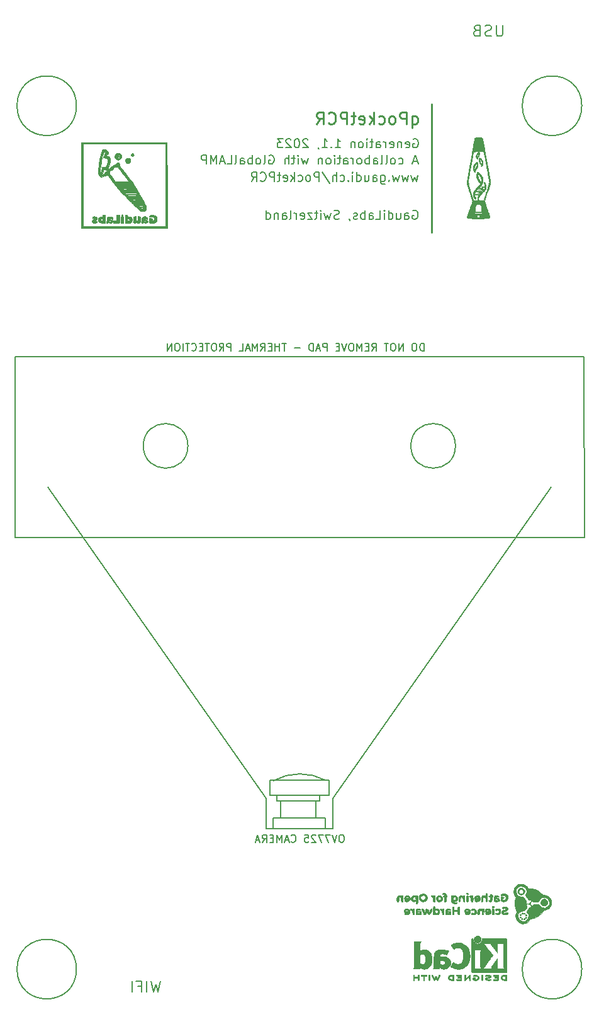
<source format=gbr>
G04 #@! TF.GenerationSoftware,KiCad,Pcbnew,6.0.9-8da3e8f707~117~ubuntu22.04.1*
G04 #@! TF.CreationDate,2023-01-10T09:45:36+01:00*
G04 #@! TF.ProjectId,qCamPCR,7143616d-5043-4522-9e6b-696361645f70,rev?*
G04 #@! TF.SameCoordinates,Original*
G04 #@! TF.FileFunction,Legend,Bot*
G04 #@! TF.FilePolarity,Positive*
%FSLAX46Y46*%
G04 Gerber Fmt 4.6, Leading zero omitted, Abs format (unit mm)*
G04 Created by KiCad (PCBNEW 6.0.9-8da3e8f707~117~ubuntu22.04.1) date 2023-01-10 09:45:36*
%MOMM*%
%LPD*%
G01*
G04 APERTURE LIST*
%ADD10C,0.150000*%
%ADD11C,0.150001*%
%ADD12C,0.200000*%
%ADD13C,0.260000*%
%ADD14C,0.250000*%
%ADD15C,0.010000*%
G04 APERTURE END LIST*
D10*
X85000000Y-87698074D02*
G75*
G03*
X85000000Y-87698074I-3000000J0D01*
G01*
D11*
X104500748Y-135105834D02*
X133844561Y-93198909D01*
X104500748Y-139106538D02*
X104500748Y-135105834D01*
X95499252Y-135105834D02*
X95499252Y-139106893D01*
X66155793Y-93198909D02*
X95499394Y-135105834D01*
X95499252Y-139106538D02*
X104501102Y-139106538D01*
D10*
X103500000Y-137650000D02*
X96500000Y-137650000D01*
X97000000Y-135400000D02*
X102750000Y-135400000D01*
X104000000Y-134650000D02*
X96000000Y-134650000D01*
D12*
X70000000Y-158000000D02*
G75*
G03*
X70000000Y-158000000I-4000000J0D01*
G01*
D10*
X96000000Y-132650000D02*
X96000000Y-134650000D01*
D12*
X138000000Y-158000000D02*
G75*
G03*
X138000000Y-158000000I-4000000J0D01*
G01*
D10*
X121000000Y-87698074D02*
G75*
G03*
X121000000Y-87698074I-3000000J0D01*
G01*
D12*
X70000000Y-42000000D02*
G75*
G03*
X70000000Y-42000000I-4000000J0D01*
G01*
D10*
X102750000Y-134650000D02*
X102750000Y-135400000D01*
X61709500Y-75695962D02*
X138290500Y-75695962D01*
X104000000Y-132650000D02*
X104000000Y-134650000D01*
X138354000Y-100000000D02*
X61709500Y-100000000D01*
X103500000Y-137650000D02*
X103500000Y-139150000D01*
X138290500Y-75695962D02*
X138354000Y-100000000D01*
X61709500Y-100000000D02*
X61709500Y-75695962D01*
D13*
X117832000Y-41800000D02*
X117832000Y-59000000D01*
D10*
X97000000Y-134650000D02*
X97000000Y-135400000D01*
X97500000Y-135400000D02*
X97500000Y-137650000D01*
X96000000Y-132650000D02*
X104000000Y-132650000D01*
X96500000Y-137650000D02*
X96500000Y-139150000D01*
D12*
X138000000Y-42000000D02*
G75*
G03*
X138000000Y-42000000I-4000000J0D01*
G01*
D10*
X102250000Y-135400000D02*
X102250000Y-137650000D01*
X103571999Y-132650001D02*
G75*
G03*
X96486784Y-132696613I-3499999J-6499999D01*
G01*
X115264857Y-56100000D02*
X115379142Y-56042857D01*
X115550571Y-56042857D01*
X115722000Y-56100000D01*
X115836285Y-56214285D01*
X115893428Y-56328571D01*
X115950571Y-56557142D01*
X115950571Y-56728571D01*
X115893428Y-56957142D01*
X115836285Y-57071428D01*
X115722000Y-57185714D01*
X115550571Y-57242857D01*
X115436285Y-57242857D01*
X115264857Y-57185714D01*
X115207714Y-57128571D01*
X115207714Y-56728571D01*
X115436285Y-56728571D01*
X114179142Y-57242857D02*
X114179142Y-56614285D01*
X114236285Y-56500000D01*
X114350571Y-56442857D01*
X114579142Y-56442857D01*
X114693428Y-56500000D01*
X114179142Y-57185714D02*
X114293428Y-57242857D01*
X114579142Y-57242857D01*
X114693428Y-57185714D01*
X114750571Y-57071428D01*
X114750571Y-56957142D01*
X114693428Y-56842857D01*
X114579142Y-56785714D01*
X114293428Y-56785714D01*
X114179142Y-56728571D01*
X113093428Y-56442857D02*
X113093428Y-57242857D01*
X113607714Y-56442857D02*
X113607714Y-57071428D01*
X113550571Y-57185714D01*
X113436285Y-57242857D01*
X113264857Y-57242857D01*
X113150571Y-57185714D01*
X113093428Y-57128571D01*
X112007714Y-57242857D02*
X112007714Y-56042857D01*
X112007714Y-57185714D02*
X112122000Y-57242857D01*
X112350571Y-57242857D01*
X112464857Y-57185714D01*
X112522000Y-57128571D01*
X112579142Y-57014285D01*
X112579142Y-56671428D01*
X112522000Y-56557142D01*
X112464857Y-56500000D01*
X112350571Y-56442857D01*
X112122000Y-56442857D01*
X112007714Y-56500000D01*
X111436285Y-57242857D02*
X111436285Y-56442857D01*
X111436285Y-56042857D02*
X111493428Y-56100000D01*
X111436285Y-56157142D01*
X111379142Y-56100000D01*
X111436285Y-56042857D01*
X111436285Y-56157142D01*
X110293428Y-57242857D02*
X110864857Y-57242857D01*
X110864857Y-56042857D01*
X109379142Y-57242857D02*
X109379142Y-56614285D01*
X109436285Y-56500000D01*
X109550571Y-56442857D01*
X109779142Y-56442857D01*
X109893428Y-56500000D01*
X109379142Y-57185714D02*
X109493428Y-57242857D01*
X109779142Y-57242857D01*
X109893428Y-57185714D01*
X109950571Y-57071428D01*
X109950571Y-56957142D01*
X109893428Y-56842857D01*
X109779142Y-56785714D01*
X109493428Y-56785714D01*
X109379142Y-56728571D01*
X108807714Y-57242857D02*
X108807714Y-56042857D01*
X108807714Y-56500000D02*
X108693428Y-56442857D01*
X108464857Y-56442857D01*
X108350571Y-56500000D01*
X108293428Y-56557142D01*
X108236285Y-56671428D01*
X108236285Y-57014285D01*
X108293428Y-57128571D01*
X108350571Y-57185714D01*
X108464857Y-57242857D01*
X108693428Y-57242857D01*
X108807714Y-57185714D01*
X107779142Y-57185714D02*
X107664857Y-57242857D01*
X107436285Y-57242857D01*
X107322000Y-57185714D01*
X107264857Y-57071428D01*
X107264857Y-57014285D01*
X107322000Y-56900000D01*
X107436285Y-56842857D01*
X107607714Y-56842857D01*
X107722000Y-56785714D01*
X107779142Y-56671428D01*
X107779142Y-56614285D01*
X107722000Y-56500000D01*
X107607714Y-56442857D01*
X107436285Y-56442857D01*
X107322000Y-56500000D01*
X106693428Y-57185714D02*
X106693428Y-57242857D01*
X106750571Y-57357142D01*
X106807714Y-57414285D01*
X105322000Y-57185714D02*
X105150571Y-57242857D01*
X104864857Y-57242857D01*
X104750571Y-57185714D01*
X104693428Y-57128571D01*
X104636285Y-57014285D01*
X104636285Y-56900000D01*
X104693428Y-56785714D01*
X104750571Y-56728571D01*
X104864857Y-56671428D01*
X105093428Y-56614285D01*
X105207714Y-56557142D01*
X105264857Y-56500000D01*
X105322000Y-56385714D01*
X105322000Y-56271428D01*
X105264857Y-56157142D01*
X105207714Y-56100000D01*
X105093428Y-56042857D01*
X104807714Y-56042857D01*
X104636285Y-56100000D01*
X104236285Y-56442857D02*
X104007714Y-57242857D01*
X103779142Y-56671428D01*
X103550571Y-57242857D01*
X103322000Y-56442857D01*
X102864857Y-57242857D02*
X102864857Y-56442857D01*
X102864857Y-56042857D02*
X102922000Y-56100000D01*
X102864857Y-56157142D01*
X102807714Y-56100000D01*
X102864857Y-56042857D01*
X102864857Y-56157142D01*
X102464857Y-56442857D02*
X102007714Y-56442857D01*
X102293428Y-56042857D02*
X102293428Y-57071428D01*
X102236285Y-57185714D01*
X102122000Y-57242857D01*
X102007714Y-57242857D01*
X101722000Y-56442857D02*
X101093428Y-56442857D01*
X101722000Y-57242857D01*
X101093428Y-57242857D01*
X100179142Y-57185714D02*
X100293428Y-57242857D01*
X100522000Y-57242857D01*
X100636285Y-57185714D01*
X100693428Y-57071428D01*
X100693428Y-56614285D01*
X100636285Y-56500000D01*
X100522000Y-56442857D01*
X100293428Y-56442857D01*
X100179142Y-56500000D01*
X100122000Y-56614285D01*
X100122000Y-56728571D01*
X100693428Y-56842857D01*
X99607714Y-57242857D02*
X99607714Y-56442857D01*
X99607714Y-56671428D02*
X99550571Y-56557142D01*
X99493428Y-56500000D01*
X99379142Y-56442857D01*
X99264857Y-56442857D01*
X98693428Y-57242857D02*
X98807714Y-57185714D01*
X98864857Y-57071428D01*
X98864857Y-56042857D01*
X97722000Y-57242857D02*
X97722000Y-56614285D01*
X97779142Y-56500000D01*
X97893428Y-56442857D01*
X98122000Y-56442857D01*
X98236285Y-56500000D01*
X97722000Y-57185714D02*
X97836285Y-57242857D01*
X98122000Y-57242857D01*
X98236285Y-57185714D01*
X98293428Y-57071428D01*
X98293428Y-56957142D01*
X98236285Y-56842857D01*
X98122000Y-56785714D01*
X97836285Y-56785714D01*
X97722000Y-56728571D01*
X97150571Y-56442857D02*
X97150571Y-57242857D01*
X97150571Y-56557142D02*
X97093428Y-56500000D01*
X96979142Y-56442857D01*
X96807714Y-56442857D01*
X96693428Y-56500000D01*
X96636285Y-56614285D01*
X96636285Y-57242857D01*
X95550571Y-57242857D02*
X95550571Y-56042857D01*
X95550571Y-57185714D02*
X95664857Y-57242857D01*
X95893428Y-57242857D01*
X96007714Y-57185714D01*
X96064857Y-57128571D01*
X96122000Y-57014285D01*
X96122000Y-56671428D01*
X96064857Y-56557142D01*
X96007714Y-56500000D01*
X95893428Y-56442857D01*
X95664857Y-56442857D01*
X95550571Y-56500000D01*
D12*
X127354841Y-31156804D02*
X127354841Y-32371090D01*
X127283412Y-32513947D01*
X127211984Y-32585375D01*
X127069126Y-32656804D01*
X126783412Y-32656804D01*
X126640555Y-32585375D01*
X126569126Y-32513947D01*
X126497698Y-32371090D01*
X126497698Y-31156804D01*
X125854841Y-32585375D02*
X125640555Y-32656804D01*
X125283412Y-32656804D01*
X125140555Y-32585375D01*
X125069126Y-32513947D01*
X124997698Y-32371090D01*
X124997698Y-32228233D01*
X125069126Y-32085375D01*
X125140555Y-32013947D01*
X125283412Y-31942518D01*
X125569126Y-31871090D01*
X125711984Y-31799661D01*
X125783412Y-31728233D01*
X125854841Y-31585375D01*
X125854841Y-31442518D01*
X125783412Y-31299661D01*
X125711984Y-31228233D01*
X125569126Y-31156804D01*
X125211984Y-31156804D01*
X124997698Y-31228233D01*
X123854841Y-31871090D02*
X123640555Y-31942518D01*
X123569126Y-32013947D01*
X123497698Y-32156804D01*
X123497698Y-32371090D01*
X123569126Y-32513947D01*
X123640555Y-32585375D01*
X123783412Y-32656804D01*
X124354841Y-32656804D01*
X124354841Y-31156804D01*
X123854841Y-31156804D01*
X123711984Y-31228233D01*
X123640555Y-31299661D01*
X123569126Y-31442518D01*
X123569126Y-31585375D01*
X123640555Y-31728233D01*
X123711984Y-31799661D01*
X123854841Y-31871090D01*
X124354841Y-31871090D01*
D10*
X115950571Y-51342857D02*
X115722000Y-52142857D01*
X115493428Y-51571428D01*
X115264857Y-52142857D01*
X115036285Y-51342857D01*
X114693428Y-51342857D02*
X114464857Y-52142857D01*
X114236285Y-51571428D01*
X114007714Y-52142857D01*
X113779142Y-51342857D01*
X113436285Y-51342857D02*
X113207714Y-52142857D01*
X112979142Y-51571428D01*
X112750571Y-52142857D01*
X112522000Y-51342857D01*
X112064857Y-52028571D02*
X112007714Y-52085714D01*
X112064857Y-52142857D01*
X112122000Y-52085714D01*
X112064857Y-52028571D01*
X112064857Y-52142857D01*
X110979142Y-51342857D02*
X110979142Y-52314285D01*
X111036285Y-52428571D01*
X111093428Y-52485714D01*
X111207714Y-52542857D01*
X111379142Y-52542857D01*
X111493428Y-52485714D01*
X110979142Y-52085714D02*
X111093428Y-52142857D01*
X111322000Y-52142857D01*
X111436285Y-52085714D01*
X111493428Y-52028571D01*
X111550571Y-51914285D01*
X111550571Y-51571428D01*
X111493428Y-51457142D01*
X111436285Y-51400000D01*
X111322000Y-51342857D01*
X111093428Y-51342857D01*
X110979142Y-51400000D01*
X109893428Y-52142857D02*
X109893428Y-51514285D01*
X109950571Y-51400000D01*
X110064857Y-51342857D01*
X110293428Y-51342857D01*
X110407714Y-51400000D01*
X109893428Y-52085714D02*
X110007714Y-52142857D01*
X110293428Y-52142857D01*
X110407714Y-52085714D01*
X110464857Y-51971428D01*
X110464857Y-51857142D01*
X110407714Y-51742857D01*
X110293428Y-51685714D01*
X110007714Y-51685714D01*
X109893428Y-51628571D01*
X108807714Y-51342857D02*
X108807714Y-52142857D01*
X109322000Y-51342857D02*
X109322000Y-51971428D01*
X109264857Y-52085714D01*
X109150571Y-52142857D01*
X108979142Y-52142857D01*
X108864857Y-52085714D01*
X108807714Y-52028571D01*
X107722000Y-52142857D02*
X107722000Y-50942857D01*
X107722000Y-52085714D02*
X107836285Y-52142857D01*
X108064857Y-52142857D01*
X108179142Y-52085714D01*
X108236285Y-52028571D01*
X108293428Y-51914285D01*
X108293428Y-51571428D01*
X108236285Y-51457142D01*
X108179142Y-51400000D01*
X108064857Y-51342857D01*
X107836285Y-51342857D01*
X107722000Y-51400000D01*
X107150571Y-52142857D02*
X107150571Y-51342857D01*
X107150571Y-50942857D02*
X107207714Y-51000000D01*
X107150571Y-51057142D01*
X107093428Y-51000000D01*
X107150571Y-50942857D01*
X107150571Y-51057142D01*
X106579142Y-52028571D02*
X106522000Y-52085714D01*
X106579142Y-52142857D01*
X106636285Y-52085714D01*
X106579142Y-52028571D01*
X106579142Y-52142857D01*
X105493428Y-52085714D02*
X105607714Y-52142857D01*
X105836285Y-52142857D01*
X105950571Y-52085714D01*
X106007714Y-52028571D01*
X106064857Y-51914285D01*
X106064857Y-51571428D01*
X106007714Y-51457142D01*
X105950571Y-51400000D01*
X105836285Y-51342857D01*
X105607714Y-51342857D01*
X105493428Y-51400000D01*
X104979142Y-52142857D02*
X104979142Y-50942857D01*
X104464857Y-52142857D02*
X104464857Y-51514285D01*
X104522000Y-51400000D01*
X104636285Y-51342857D01*
X104807714Y-51342857D01*
X104922000Y-51400000D01*
X104979142Y-51457142D01*
X103036285Y-50885714D02*
X104064857Y-52428571D01*
X102636285Y-52142857D02*
X102636285Y-50942857D01*
X102179142Y-50942857D01*
X102064857Y-51000000D01*
X102007714Y-51057142D01*
X101950571Y-51171428D01*
X101950571Y-51342857D01*
X102007714Y-51457142D01*
X102064857Y-51514285D01*
X102179142Y-51571428D01*
X102636285Y-51571428D01*
X101264857Y-52142857D02*
X101379142Y-52085714D01*
X101436285Y-52028571D01*
X101493428Y-51914285D01*
X101493428Y-51571428D01*
X101436285Y-51457142D01*
X101379142Y-51400000D01*
X101264857Y-51342857D01*
X101093428Y-51342857D01*
X100979142Y-51400000D01*
X100922000Y-51457142D01*
X100864857Y-51571428D01*
X100864857Y-51914285D01*
X100922000Y-52028571D01*
X100979142Y-52085714D01*
X101093428Y-52142857D01*
X101264857Y-52142857D01*
X99836285Y-52085714D02*
X99950571Y-52142857D01*
X100179142Y-52142857D01*
X100293428Y-52085714D01*
X100350571Y-52028571D01*
X100407714Y-51914285D01*
X100407714Y-51571428D01*
X100350571Y-51457142D01*
X100293428Y-51400000D01*
X100179142Y-51342857D01*
X99950571Y-51342857D01*
X99836285Y-51400000D01*
X99322000Y-52142857D02*
X99322000Y-50942857D01*
X99207714Y-51685714D02*
X98864857Y-52142857D01*
X98864857Y-51342857D02*
X99322000Y-51800000D01*
X97893428Y-52085714D02*
X98007714Y-52142857D01*
X98236285Y-52142857D01*
X98350571Y-52085714D01*
X98407714Y-51971428D01*
X98407714Y-51514285D01*
X98350571Y-51400000D01*
X98236285Y-51342857D01*
X98007714Y-51342857D01*
X97893428Y-51400000D01*
X97836285Y-51514285D01*
X97836285Y-51628571D01*
X98407714Y-51742857D01*
X97493428Y-51342857D02*
X97036285Y-51342857D01*
X97322000Y-50942857D02*
X97322000Y-51971428D01*
X97264857Y-52085714D01*
X97150571Y-52142857D01*
X97036285Y-52142857D01*
X96636285Y-52142857D02*
X96636285Y-50942857D01*
X96179142Y-50942857D01*
X96064857Y-51000000D01*
X96007714Y-51057142D01*
X95950571Y-51171428D01*
X95950571Y-51342857D01*
X96007714Y-51457142D01*
X96064857Y-51514285D01*
X96179142Y-51571428D01*
X96636285Y-51571428D01*
X94750571Y-52028571D02*
X94807714Y-52085714D01*
X94979142Y-52142857D01*
X95093428Y-52142857D01*
X95264857Y-52085714D01*
X95379142Y-51971428D01*
X95436285Y-51857142D01*
X95493428Y-51628571D01*
X95493428Y-51457142D01*
X95436285Y-51228571D01*
X95379142Y-51114285D01*
X95264857Y-51000000D01*
X95093428Y-50942857D01*
X94979142Y-50942857D01*
X94807714Y-51000000D01*
X94750571Y-51057142D01*
X93550571Y-52142857D02*
X93950571Y-51571428D01*
X94236285Y-52142857D02*
X94236285Y-50942857D01*
X93779142Y-50942857D01*
X93664857Y-51000000D01*
X93607714Y-51057142D01*
X93550571Y-51171428D01*
X93550571Y-51342857D01*
X93607714Y-51457142D01*
X93664857Y-51514285D01*
X93779142Y-51571428D01*
X94236285Y-51571428D01*
D12*
X81322000Y-159578571D02*
X80964857Y-161078571D01*
X80679142Y-160007142D01*
X80393428Y-161078571D01*
X80036285Y-159578571D01*
X79464857Y-161078571D02*
X79464857Y-159578571D01*
X78250571Y-160292857D02*
X78750571Y-160292857D01*
X78750571Y-161078571D02*
X78750571Y-159578571D01*
X78036285Y-159578571D01*
X77464857Y-161078571D02*
X77464857Y-159578571D01*
D10*
X116753904Y-74925380D02*
X116753904Y-73925380D01*
X116515809Y-73925380D01*
X116372952Y-73973000D01*
X116277714Y-74068238D01*
X116230095Y-74163476D01*
X116182476Y-74353952D01*
X116182476Y-74496809D01*
X116230095Y-74687285D01*
X116277714Y-74782523D01*
X116372952Y-74877761D01*
X116515809Y-74925380D01*
X116753904Y-74925380D01*
X115563428Y-73925380D02*
X115372952Y-73925380D01*
X115277714Y-73973000D01*
X115182476Y-74068238D01*
X115134857Y-74258714D01*
X115134857Y-74592047D01*
X115182476Y-74782523D01*
X115277714Y-74877761D01*
X115372952Y-74925380D01*
X115563428Y-74925380D01*
X115658666Y-74877761D01*
X115753904Y-74782523D01*
X115801523Y-74592047D01*
X115801523Y-74258714D01*
X115753904Y-74068238D01*
X115658666Y-73973000D01*
X115563428Y-73925380D01*
X113944380Y-74925380D02*
X113944380Y-73925380D01*
X113372952Y-74925380D01*
X113372952Y-73925380D01*
X112706285Y-73925380D02*
X112515809Y-73925380D01*
X112420571Y-73973000D01*
X112325333Y-74068238D01*
X112277714Y-74258714D01*
X112277714Y-74592047D01*
X112325333Y-74782523D01*
X112420571Y-74877761D01*
X112515809Y-74925380D01*
X112706285Y-74925380D01*
X112801523Y-74877761D01*
X112896761Y-74782523D01*
X112944380Y-74592047D01*
X112944380Y-74258714D01*
X112896761Y-74068238D01*
X112801523Y-73973000D01*
X112706285Y-73925380D01*
X111992000Y-73925380D02*
X111420571Y-73925380D01*
X111706285Y-74925380D02*
X111706285Y-73925380D01*
X109753904Y-74925380D02*
X110087238Y-74449190D01*
X110325333Y-74925380D02*
X110325333Y-73925380D01*
X109944380Y-73925380D01*
X109849142Y-73973000D01*
X109801523Y-74020619D01*
X109753904Y-74115857D01*
X109753904Y-74258714D01*
X109801523Y-74353952D01*
X109849142Y-74401571D01*
X109944380Y-74449190D01*
X110325333Y-74449190D01*
X109325333Y-74401571D02*
X108992000Y-74401571D01*
X108849142Y-74925380D02*
X109325333Y-74925380D01*
X109325333Y-73925380D01*
X108849142Y-73925380D01*
X108420571Y-74925380D02*
X108420571Y-73925380D01*
X108087238Y-74639666D01*
X107753904Y-73925380D01*
X107753904Y-74925380D01*
X107087238Y-73925380D02*
X106896761Y-73925380D01*
X106801523Y-73973000D01*
X106706285Y-74068238D01*
X106658666Y-74258714D01*
X106658666Y-74592047D01*
X106706285Y-74782523D01*
X106801523Y-74877761D01*
X106896761Y-74925380D01*
X107087238Y-74925380D01*
X107182476Y-74877761D01*
X107277714Y-74782523D01*
X107325333Y-74592047D01*
X107325333Y-74258714D01*
X107277714Y-74068238D01*
X107182476Y-73973000D01*
X107087238Y-73925380D01*
X106372952Y-73925380D02*
X106039619Y-74925380D01*
X105706285Y-73925380D01*
X105372952Y-74401571D02*
X105039619Y-74401571D01*
X104896761Y-74925380D02*
X105372952Y-74925380D01*
X105372952Y-73925380D01*
X104896761Y-73925380D01*
X103706285Y-74925380D02*
X103706285Y-73925380D01*
X103325333Y-73925380D01*
X103230095Y-73973000D01*
X103182476Y-74020619D01*
X103134857Y-74115857D01*
X103134857Y-74258714D01*
X103182476Y-74353952D01*
X103230095Y-74401571D01*
X103325333Y-74449190D01*
X103706285Y-74449190D01*
X102753904Y-74639666D02*
X102277714Y-74639666D01*
X102849142Y-74925380D02*
X102515809Y-73925380D01*
X102182476Y-74925380D01*
X101849142Y-74925380D02*
X101849142Y-73925380D01*
X101611047Y-73925380D01*
X101468190Y-73973000D01*
X101372952Y-74068238D01*
X101325333Y-74163476D01*
X101277714Y-74353952D01*
X101277714Y-74496809D01*
X101325333Y-74687285D01*
X101372952Y-74782523D01*
X101468190Y-74877761D01*
X101611047Y-74925380D01*
X101849142Y-74925380D01*
X100087238Y-74544428D02*
X99325333Y-74544428D01*
X98230095Y-73925380D02*
X97658666Y-73925380D01*
X97944380Y-74925380D02*
X97944380Y-73925380D01*
X97325333Y-74925380D02*
X97325333Y-73925380D01*
X97325333Y-74401571D02*
X96753904Y-74401571D01*
X96753904Y-74925380D02*
X96753904Y-73925380D01*
X96277714Y-74401571D02*
X95944380Y-74401571D01*
X95801523Y-74925380D02*
X96277714Y-74925380D01*
X96277714Y-73925380D01*
X95801523Y-73925380D01*
X94801523Y-74925380D02*
X95134857Y-74449190D01*
X95372952Y-74925380D02*
X95372952Y-73925380D01*
X94992000Y-73925380D01*
X94896761Y-73973000D01*
X94849142Y-74020619D01*
X94801523Y-74115857D01*
X94801523Y-74258714D01*
X94849142Y-74353952D01*
X94896761Y-74401571D01*
X94992000Y-74449190D01*
X95372952Y-74449190D01*
X94372952Y-74925380D02*
X94372952Y-73925380D01*
X94039619Y-74639666D01*
X93706285Y-73925380D01*
X93706285Y-74925380D01*
X93277714Y-74639666D02*
X92801523Y-74639666D01*
X93372952Y-74925380D02*
X93039619Y-73925380D01*
X92706285Y-74925380D01*
X91896761Y-74925380D02*
X92372952Y-74925380D01*
X92372952Y-73925380D01*
X90801523Y-74925380D02*
X90801523Y-73925380D01*
X90420571Y-73925380D01*
X90325333Y-73973000D01*
X90277714Y-74020619D01*
X90230095Y-74115857D01*
X90230095Y-74258714D01*
X90277714Y-74353952D01*
X90325333Y-74401571D01*
X90420571Y-74449190D01*
X90801523Y-74449190D01*
X89230095Y-74925380D02*
X89563428Y-74449190D01*
X89801523Y-74925380D02*
X89801523Y-73925380D01*
X89420571Y-73925380D01*
X89325333Y-73973000D01*
X89277714Y-74020619D01*
X89230095Y-74115857D01*
X89230095Y-74258714D01*
X89277714Y-74353952D01*
X89325333Y-74401571D01*
X89420571Y-74449190D01*
X89801523Y-74449190D01*
X88611047Y-73925380D02*
X88420571Y-73925380D01*
X88325333Y-73973000D01*
X88230095Y-74068238D01*
X88182476Y-74258714D01*
X88182476Y-74592047D01*
X88230095Y-74782523D01*
X88325333Y-74877761D01*
X88420571Y-74925380D01*
X88611047Y-74925380D01*
X88706285Y-74877761D01*
X88801523Y-74782523D01*
X88849142Y-74592047D01*
X88849142Y-74258714D01*
X88801523Y-74068238D01*
X88706285Y-73973000D01*
X88611047Y-73925380D01*
X87896761Y-73925380D02*
X87325333Y-73925380D01*
X87611047Y-74925380D02*
X87611047Y-73925380D01*
X86992000Y-74401571D02*
X86658666Y-74401571D01*
X86515809Y-74925380D02*
X86992000Y-74925380D01*
X86992000Y-73925380D01*
X86515809Y-73925380D01*
X85515809Y-74830142D02*
X85563428Y-74877761D01*
X85706285Y-74925380D01*
X85801523Y-74925380D01*
X85944380Y-74877761D01*
X86039619Y-74782523D01*
X86087238Y-74687285D01*
X86134857Y-74496809D01*
X86134857Y-74353952D01*
X86087238Y-74163476D01*
X86039619Y-74068238D01*
X85944380Y-73973000D01*
X85801523Y-73925380D01*
X85706285Y-73925380D01*
X85563428Y-73973000D01*
X85515809Y-74020619D01*
X85230095Y-73925380D02*
X84658666Y-73925380D01*
X84944380Y-74925380D02*
X84944380Y-73925380D01*
X84325333Y-74925380D02*
X84325333Y-73925380D01*
X83658666Y-73925380D02*
X83468190Y-73925380D01*
X83372952Y-73973000D01*
X83277714Y-74068238D01*
X83230095Y-74258714D01*
X83230095Y-74592047D01*
X83277714Y-74782523D01*
X83372952Y-74877761D01*
X83468190Y-74925380D01*
X83658666Y-74925380D01*
X83753904Y-74877761D01*
X83849142Y-74782523D01*
X83896761Y-74592047D01*
X83896761Y-74258714D01*
X83849142Y-74068238D01*
X83753904Y-73973000D01*
X83658666Y-73925380D01*
X82801523Y-74925380D02*
X82801523Y-73925380D01*
X82230095Y-74925380D01*
X82230095Y-73925380D01*
X115864857Y-49500000D02*
X115293428Y-49500000D01*
X115979142Y-49842857D02*
X115579142Y-48642857D01*
X115179142Y-49842857D01*
X113350571Y-49785714D02*
X113464857Y-49842857D01*
X113693428Y-49842857D01*
X113807714Y-49785714D01*
X113864857Y-49728571D01*
X113922000Y-49614285D01*
X113922000Y-49271428D01*
X113864857Y-49157142D01*
X113807714Y-49100000D01*
X113693428Y-49042857D01*
X113464857Y-49042857D01*
X113350571Y-49100000D01*
X112664857Y-49842857D02*
X112779142Y-49785714D01*
X112836285Y-49728571D01*
X112893428Y-49614285D01*
X112893428Y-49271428D01*
X112836285Y-49157142D01*
X112779142Y-49100000D01*
X112664857Y-49042857D01*
X112493428Y-49042857D01*
X112379142Y-49100000D01*
X112322000Y-49157142D01*
X112264857Y-49271428D01*
X112264857Y-49614285D01*
X112322000Y-49728571D01*
X112379142Y-49785714D01*
X112493428Y-49842857D01*
X112664857Y-49842857D01*
X111579142Y-49842857D02*
X111693428Y-49785714D01*
X111750571Y-49671428D01*
X111750571Y-48642857D01*
X110950571Y-49842857D02*
X111064857Y-49785714D01*
X111122000Y-49671428D01*
X111122000Y-48642857D01*
X109979142Y-49842857D02*
X109979142Y-49214285D01*
X110036285Y-49100000D01*
X110150571Y-49042857D01*
X110379142Y-49042857D01*
X110493428Y-49100000D01*
X109979142Y-49785714D02*
X110093428Y-49842857D01*
X110379142Y-49842857D01*
X110493428Y-49785714D01*
X110550571Y-49671428D01*
X110550571Y-49557142D01*
X110493428Y-49442857D01*
X110379142Y-49385714D01*
X110093428Y-49385714D01*
X109979142Y-49328571D01*
X109407714Y-49842857D02*
X109407714Y-48642857D01*
X109407714Y-49100000D02*
X109293428Y-49042857D01*
X109064857Y-49042857D01*
X108950571Y-49100000D01*
X108893428Y-49157142D01*
X108836285Y-49271428D01*
X108836285Y-49614285D01*
X108893428Y-49728571D01*
X108950571Y-49785714D01*
X109064857Y-49842857D01*
X109293428Y-49842857D01*
X109407714Y-49785714D01*
X108150571Y-49842857D02*
X108264857Y-49785714D01*
X108322000Y-49728571D01*
X108379142Y-49614285D01*
X108379142Y-49271428D01*
X108322000Y-49157142D01*
X108264857Y-49100000D01*
X108150571Y-49042857D01*
X107979142Y-49042857D01*
X107864857Y-49100000D01*
X107807714Y-49157142D01*
X107750571Y-49271428D01*
X107750571Y-49614285D01*
X107807714Y-49728571D01*
X107864857Y-49785714D01*
X107979142Y-49842857D01*
X108150571Y-49842857D01*
X107236285Y-49842857D02*
X107236285Y-49042857D01*
X107236285Y-49271428D02*
X107179142Y-49157142D01*
X107122000Y-49100000D01*
X107007714Y-49042857D01*
X106893428Y-49042857D01*
X105979142Y-49842857D02*
X105979142Y-49214285D01*
X106036285Y-49100000D01*
X106150571Y-49042857D01*
X106379142Y-49042857D01*
X106493428Y-49100000D01*
X105979142Y-49785714D02*
X106093428Y-49842857D01*
X106379142Y-49842857D01*
X106493428Y-49785714D01*
X106550571Y-49671428D01*
X106550571Y-49557142D01*
X106493428Y-49442857D01*
X106379142Y-49385714D01*
X106093428Y-49385714D01*
X105979142Y-49328571D01*
X105579142Y-49042857D02*
X105122000Y-49042857D01*
X105407714Y-48642857D02*
X105407714Y-49671428D01*
X105350571Y-49785714D01*
X105236285Y-49842857D01*
X105122000Y-49842857D01*
X104721999Y-49842857D02*
X104721999Y-49042857D01*
X104721999Y-48642857D02*
X104779142Y-48700000D01*
X104721999Y-48757142D01*
X104664857Y-48700000D01*
X104721999Y-48642857D01*
X104721999Y-48757142D01*
X103979142Y-49842857D02*
X104093428Y-49785714D01*
X104150571Y-49728571D01*
X104207714Y-49614285D01*
X104207714Y-49271428D01*
X104150571Y-49157142D01*
X104093428Y-49100000D01*
X103979142Y-49042857D01*
X103807714Y-49042857D01*
X103693428Y-49100000D01*
X103636285Y-49157142D01*
X103579142Y-49271428D01*
X103579142Y-49614285D01*
X103636285Y-49728571D01*
X103693428Y-49785714D01*
X103807714Y-49842857D01*
X103979142Y-49842857D01*
X103064857Y-49042857D02*
X103064857Y-49842857D01*
X103064857Y-49157142D02*
X103007714Y-49100000D01*
X102893428Y-49042857D01*
X102721999Y-49042857D01*
X102607714Y-49100000D01*
X102550571Y-49214285D01*
X102550571Y-49842857D01*
X101179142Y-49042857D02*
X100950571Y-49842857D01*
X100721999Y-49271428D01*
X100493428Y-49842857D01*
X100264857Y-49042857D01*
X99807714Y-49842857D02*
X99807714Y-49042857D01*
X99807714Y-48642857D02*
X99864857Y-48700000D01*
X99807714Y-48757142D01*
X99750571Y-48700000D01*
X99807714Y-48642857D01*
X99807714Y-48757142D01*
X99407714Y-49042857D02*
X98950571Y-49042857D01*
X99236285Y-48642857D02*
X99236285Y-49671428D01*
X99179142Y-49785714D01*
X99064857Y-49842857D01*
X98950571Y-49842857D01*
X98550571Y-49842857D02*
X98550571Y-48642857D01*
X98036285Y-49842857D02*
X98036285Y-49214285D01*
X98093428Y-49100000D01*
X98207714Y-49042857D01*
X98379142Y-49042857D01*
X98493428Y-49100000D01*
X98550571Y-49157142D01*
X95921999Y-48700000D02*
X96036285Y-48642857D01*
X96207714Y-48642857D01*
X96379142Y-48700000D01*
X96493428Y-48814285D01*
X96550571Y-48928571D01*
X96607714Y-49157142D01*
X96607714Y-49328571D01*
X96550571Y-49557142D01*
X96493428Y-49671428D01*
X96379142Y-49785714D01*
X96207714Y-49842857D01*
X96093428Y-49842857D01*
X95921999Y-49785714D01*
X95864857Y-49728571D01*
X95864857Y-49328571D01*
X96093428Y-49328571D01*
X95179142Y-49842857D02*
X95293428Y-49785714D01*
X95350571Y-49671428D01*
X95350571Y-48642857D01*
X94550571Y-49842857D02*
X94664857Y-49785714D01*
X94721999Y-49728571D01*
X94779142Y-49614285D01*
X94779142Y-49271428D01*
X94721999Y-49157142D01*
X94664857Y-49100000D01*
X94550571Y-49042857D01*
X94379142Y-49042857D01*
X94264857Y-49100000D01*
X94207714Y-49157142D01*
X94150571Y-49271428D01*
X94150571Y-49614285D01*
X94207714Y-49728571D01*
X94264857Y-49785714D01*
X94379142Y-49842857D01*
X94550571Y-49842857D01*
X93636285Y-49842857D02*
X93636285Y-48642857D01*
X93636285Y-49100000D02*
X93521999Y-49042857D01*
X93293428Y-49042857D01*
X93179142Y-49100000D01*
X93121999Y-49157142D01*
X93064857Y-49271428D01*
X93064857Y-49614285D01*
X93121999Y-49728571D01*
X93179142Y-49785714D01*
X93293428Y-49842857D01*
X93521999Y-49842857D01*
X93636285Y-49785714D01*
X92036285Y-49842857D02*
X92036285Y-49214285D01*
X92093428Y-49100000D01*
X92207714Y-49042857D01*
X92436285Y-49042857D01*
X92550571Y-49100000D01*
X92036285Y-49785714D02*
X92150571Y-49842857D01*
X92436285Y-49842857D01*
X92550571Y-49785714D01*
X92607714Y-49671428D01*
X92607714Y-49557142D01*
X92550571Y-49442857D01*
X92436285Y-49385714D01*
X92150571Y-49385714D01*
X92036285Y-49328571D01*
X91293428Y-49842857D02*
X91407714Y-49785714D01*
X91464857Y-49671428D01*
X91464857Y-48642857D01*
X90264857Y-49842857D02*
X90836285Y-49842857D01*
X90836285Y-48642857D01*
X89921999Y-49500000D02*
X89350571Y-49500000D01*
X90036285Y-49842857D02*
X89636285Y-48642857D01*
X89236285Y-49842857D01*
X88836285Y-49842857D02*
X88836285Y-48642857D01*
X88436285Y-49500000D01*
X88036285Y-48642857D01*
X88036285Y-49842857D01*
X87464857Y-49842857D02*
X87464857Y-48642857D01*
X87007714Y-48642857D01*
X86893428Y-48700000D01*
X86836285Y-48757142D01*
X86779142Y-48871428D01*
X86779142Y-49042857D01*
X86836285Y-49157142D01*
X86893428Y-49214285D01*
X87007714Y-49271428D01*
X87464857Y-49271428D01*
X105762476Y-139952380D02*
X105572000Y-139952380D01*
X105476761Y-140000000D01*
X105381523Y-140095238D01*
X105333904Y-140285714D01*
X105333904Y-140619047D01*
X105381523Y-140809523D01*
X105476761Y-140904761D01*
X105572000Y-140952380D01*
X105762476Y-140952380D01*
X105857714Y-140904761D01*
X105952952Y-140809523D01*
X106000571Y-140619047D01*
X106000571Y-140285714D01*
X105952952Y-140095238D01*
X105857714Y-140000000D01*
X105762476Y-139952380D01*
X105048190Y-139952380D02*
X104714857Y-140952380D01*
X104381523Y-139952380D01*
X104143428Y-139952380D02*
X103476761Y-139952380D01*
X103905333Y-140952380D01*
X103191047Y-139952380D02*
X102524380Y-139952380D01*
X102952952Y-140952380D01*
X102191047Y-140047619D02*
X102143428Y-140000000D01*
X102048190Y-139952380D01*
X101810095Y-139952380D01*
X101714857Y-140000000D01*
X101667238Y-140047619D01*
X101619619Y-140142857D01*
X101619619Y-140238095D01*
X101667238Y-140380952D01*
X102238666Y-140952380D01*
X101619619Y-140952380D01*
X100714857Y-139952380D02*
X101191047Y-139952380D01*
X101238666Y-140428571D01*
X101191047Y-140380952D01*
X101095809Y-140333333D01*
X100857714Y-140333333D01*
X100762476Y-140380952D01*
X100714857Y-140428571D01*
X100667238Y-140523809D01*
X100667238Y-140761904D01*
X100714857Y-140857142D01*
X100762476Y-140904761D01*
X100857714Y-140952380D01*
X101095809Y-140952380D01*
X101191047Y-140904761D01*
X101238666Y-140857142D01*
X98905333Y-140857142D02*
X98952952Y-140904761D01*
X99095809Y-140952380D01*
X99191047Y-140952380D01*
X99333904Y-140904761D01*
X99429142Y-140809523D01*
X99476761Y-140714285D01*
X99524380Y-140523809D01*
X99524380Y-140380952D01*
X99476761Y-140190476D01*
X99429142Y-140095238D01*
X99333904Y-140000000D01*
X99191047Y-139952380D01*
X99095809Y-139952380D01*
X98952952Y-140000000D01*
X98905333Y-140047619D01*
X98524380Y-140666666D02*
X98048190Y-140666666D01*
X98619619Y-140952380D02*
X98286285Y-139952380D01*
X97952952Y-140952380D01*
X97619619Y-140952380D02*
X97619619Y-139952380D01*
X97286285Y-140666666D01*
X96952952Y-139952380D01*
X96952952Y-140952380D01*
X96476761Y-140428571D02*
X96143428Y-140428571D01*
X96000571Y-140952380D02*
X96476761Y-140952380D01*
X96476761Y-139952380D01*
X96000571Y-139952380D01*
X95000571Y-140952380D02*
X95333904Y-140476190D01*
X95572000Y-140952380D02*
X95572000Y-139952380D01*
X95191047Y-139952380D01*
X95095809Y-140000000D01*
X95048190Y-140047619D01*
X95000571Y-140142857D01*
X95000571Y-140285714D01*
X95048190Y-140380952D01*
X95095809Y-140428571D01*
X95191047Y-140476190D01*
X95572000Y-140476190D01*
X94619619Y-140666666D02*
X94143428Y-140666666D01*
X94714857Y-140952380D02*
X94381523Y-139952380D01*
X94048190Y-140952380D01*
X115322000Y-46500000D02*
X115436285Y-46442857D01*
X115607714Y-46442857D01*
X115779142Y-46500000D01*
X115893428Y-46614285D01*
X115950571Y-46728571D01*
X116007714Y-46957142D01*
X116007714Y-47128571D01*
X115950571Y-47357142D01*
X115893428Y-47471428D01*
X115779142Y-47585714D01*
X115607714Y-47642857D01*
X115493428Y-47642857D01*
X115322000Y-47585714D01*
X115264857Y-47528571D01*
X115264857Y-47128571D01*
X115493428Y-47128571D01*
X114293428Y-47585714D02*
X114407714Y-47642857D01*
X114636285Y-47642857D01*
X114750571Y-47585714D01*
X114807714Y-47471428D01*
X114807714Y-47014285D01*
X114750571Y-46900000D01*
X114636285Y-46842857D01*
X114407714Y-46842857D01*
X114293428Y-46900000D01*
X114236285Y-47014285D01*
X114236285Y-47128571D01*
X114807714Y-47242857D01*
X113722000Y-46842857D02*
X113722000Y-47642857D01*
X113722000Y-46957142D02*
X113664857Y-46900000D01*
X113550571Y-46842857D01*
X113379142Y-46842857D01*
X113264857Y-46900000D01*
X113207714Y-47014285D01*
X113207714Y-47642857D01*
X112179142Y-47585714D02*
X112293428Y-47642857D01*
X112522000Y-47642857D01*
X112636285Y-47585714D01*
X112693428Y-47471428D01*
X112693428Y-47014285D01*
X112636285Y-46900000D01*
X112522000Y-46842857D01*
X112293428Y-46842857D01*
X112179142Y-46900000D01*
X112122000Y-47014285D01*
X112122000Y-47128571D01*
X112693428Y-47242857D01*
X111607714Y-47642857D02*
X111607714Y-46842857D01*
X111607714Y-47071428D02*
X111550571Y-46957142D01*
X111493428Y-46900000D01*
X111379142Y-46842857D01*
X111264857Y-46842857D01*
X110350571Y-47642857D02*
X110350571Y-47014285D01*
X110407714Y-46900000D01*
X110522000Y-46842857D01*
X110750571Y-46842857D01*
X110864857Y-46900000D01*
X110350571Y-47585714D02*
X110464857Y-47642857D01*
X110750571Y-47642857D01*
X110864857Y-47585714D01*
X110922000Y-47471428D01*
X110922000Y-47357142D01*
X110864857Y-47242857D01*
X110750571Y-47185714D01*
X110464857Y-47185714D01*
X110350571Y-47128571D01*
X109950571Y-46842857D02*
X109493428Y-46842857D01*
X109779142Y-46442857D02*
X109779142Y-47471428D01*
X109722000Y-47585714D01*
X109607714Y-47642857D01*
X109493428Y-47642857D01*
X109093428Y-47642857D02*
X109093428Y-46842857D01*
X109093428Y-46442857D02*
X109150571Y-46500000D01*
X109093428Y-46557142D01*
X109036285Y-46500000D01*
X109093428Y-46442857D01*
X109093428Y-46557142D01*
X108350571Y-47642857D02*
X108464857Y-47585714D01*
X108522000Y-47528571D01*
X108579142Y-47414285D01*
X108579142Y-47071428D01*
X108522000Y-46957142D01*
X108464857Y-46900000D01*
X108350571Y-46842857D01*
X108179142Y-46842857D01*
X108064857Y-46900000D01*
X108007714Y-46957142D01*
X107950571Y-47071428D01*
X107950571Y-47414285D01*
X108007714Y-47528571D01*
X108064857Y-47585714D01*
X108179142Y-47642857D01*
X108350571Y-47642857D01*
X107436285Y-46842857D02*
X107436285Y-47642857D01*
X107436285Y-46957142D02*
X107379142Y-46900000D01*
X107264857Y-46842857D01*
X107093428Y-46842857D01*
X106979142Y-46900000D01*
X106922000Y-47014285D01*
X106922000Y-47642857D01*
X104807714Y-47642857D02*
X105493428Y-47642857D01*
X105150571Y-47642857D02*
X105150571Y-46442857D01*
X105264857Y-46614285D01*
X105379142Y-46728571D01*
X105493428Y-46785714D01*
X104293428Y-47528571D02*
X104236285Y-47585714D01*
X104293428Y-47642857D01*
X104350571Y-47585714D01*
X104293428Y-47528571D01*
X104293428Y-47642857D01*
X103093428Y-47642857D02*
X103779142Y-47642857D01*
X103436285Y-47642857D02*
X103436285Y-46442857D01*
X103550571Y-46614285D01*
X103664857Y-46728571D01*
X103779142Y-46785714D01*
X102522000Y-47585714D02*
X102522000Y-47642857D01*
X102579142Y-47757142D01*
X102636285Y-47814285D01*
X101150571Y-46557142D02*
X101093428Y-46500000D01*
X100979142Y-46442857D01*
X100693428Y-46442857D01*
X100579142Y-46500000D01*
X100522000Y-46557142D01*
X100464857Y-46671428D01*
X100464857Y-46785714D01*
X100522000Y-46957142D01*
X101207714Y-47642857D01*
X100464857Y-47642857D01*
X99722000Y-46442857D02*
X99607714Y-46442857D01*
X99493428Y-46500000D01*
X99436285Y-46557142D01*
X99379142Y-46671428D01*
X99322000Y-46900000D01*
X99322000Y-47185714D01*
X99379142Y-47414285D01*
X99436285Y-47528571D01*
X99493428Y-47585714D01*
X99607714Y-47642857D01*
X99722000Y-47642857D01*
X99836285Y-47585714D01*
X99893428Y-47528571D01*
X99950571Y-47414285D01*
X100007714Y-47185714D01*
X100007714Y-46900000D01*
X99950571Y-46671428D01*
X99893428Y-46557142D01*
X99836285Y-46500000D01*
X99722000Y-46442857D01*
X98864857Y-46557142D02*
X98807714Y-46500000D01*
X98693428Y-46442857D01*
X98407714Y-46442857D01*
X98293428Y-46500000D01*
X98236285Y-46557142D01*
X98179142Y-46671428D01*
X98179142Y-46785714D01*
X98236285Y-46957142D01*
X98922000Y-47642857D01*
X98179142Y-47642857D01*
X97779142Y-46442857D02*
X97036285Y-46442857D01*
X97436285Y-46900000D01*
X97264857Y-46900000D01*
X97150571Y-46957142D01*
X97093428Y-47014285D01*
X97036285Y-47128571D01*
X97036285Y-47414285D01*
X97093428Y-47528571D01*
X97150571Y-47585714D01*
X97264857Y-47642857D01*
X97607714Y-47642857D01*
X97722000Y-47585714D01*
X97779142Y-47528571D01*
D14*
X115169126Y-43385375D02*
X115169126Y-44985375D01*
X115169126Y-44375852D02*
X115321507Y-44452042D01*
X115626269Y-44452042D01*
X115778650Y-44375852D01*
X115854841Y-44299661D01*
X115931031Y-44147280D01*
X115931031Y-43690137D01*
X115854841Y-43537756D01*
X115778650Y-43461566D01*
X115626269Y-43385375D01*
X115321507Y-43385375D01*
X115169126Y-43461566D01*
X114407222Y-44452042D02*
X114407222Y-42852042D01*
X113797698Y-42852042D01*
X113645317Y-42928233D01*
X113569126Y-43004423D01*
X113492936Y-43156804D01*
X113492936Y-43385375D01*
X113569126Y-43537756D01*
X113645317Y-43613947D01*
X113797698Y-43690137D01*
X114407222Y-43690137D01*
X112578650Y-44452042D02*
X112731031Y-44375852D01*
X112807222Y-44299661D01*
X112883412Y-44147280D01*
X112883412Y-43690137D01*
X112807222Y-43537756D01*
X112731031Y-43461566D01*
X112578650Y-43385375D01*
X112350079Y-43385375D01*
X112197698Y-43461566D01*
X112121507Y-43537756D01*
X112045317Y-43690137D01*
X112045317Y-44147280D01*
X112121507Y-44299661D01*
X112197698Y-44375852D01*
X112350079Y-44452042D01*
X112578650Y-44452042D01*
X110673888Y-44375852D02*
X110826269Y-44452042D01*
X111131031Y-44452042D01*
X111283412Y-44375852D01*
X111359603Y-44299661D01*
X111435793Y-44147280D01*
X111435793Y-43690137D01*
X111359603Y-43537756D01*
X111283412Y-43461566D01*
X111131031Y-43385375D01*
X110826269Y-43385375D01*
X110673888Y-43461566D01*
X109988174Y-44452042D02*
X109988174Y-42852042D01*
X109835793Y-43842518D02*
X109378650Y-44452042D01*
X109378650Y-43385375D02*
X109988174Y-43994899D01*
X108083412Y-44375852D02*
X108235793Y-44452042D01*
X108540555Y-44452042D01*
X108692936Y-44375852D01*
X108769126Y-44223471D01*
X108769126Y-43613947D01*
X108692936Y-43461566D01*
X108540555Y-43385375D01*
X108235793Y-43385375D01*
X108083412Y-43461566D01*
X108007222Y-43613947D01*
X108007222Y-43766328D01*
X108769126Y-43918709D01*
X107550079Y-43385375D02*
X106940555Y-43385375D01*
X107321507Y-42852042D02*
X107321507Y-44223471D01*
X107245317Y-44375852D01*
X107092936Y-44452042D01*
X106940555Y-44452042D01*
X106407222Y-44452042D02*
X106407222Y-42852042D01*
X105797698Y-42852042D01*
X105645317Y-42928233D01*
X105569126Y-43004423D01*
X105492936Y-43156804D01*
X105492936Y-43385375D01*
X105569126Y-43537756D01*
X105645317Y-43613947D01*
X105797698Y-43690137D01*
X106407222Y-43690137D01*
X103892936Y-44299661D02*
X103969126Y-44375852D01*
X104197698Y-44452042D01*
X104350079Y-44452042D01*
X104578650Y-44375852D01*
X104731031Y-44223471D01*
X104807222Y-44071090D01*
X104883412Y-43766328D01*
X104883412Y-43537756D01*
X104807222Y-43232994D01*
X104731031Y-43080613D01*
X104578650Y-42928233D01*
X104350079Y-42852042D01*
X104197698Y-42852042D01*
X103969126Y-42928233D01*
X103892936Y-43004423D01*
X102292936Y-44452042D02*
X102826269Y-43690137D01*
X103207222Y-44452042D02*
X103207222Y-42852042D01*
X102597698Y-42852042D01*
X102445317Y-42928233D01*
X102369126Y-43004423D01*
X102292936Y-43156804D01*
X102292936Y-43385375D01*
X102369126Y-43537756D01*
X102445317Y-43613947D01*
X102597698Y-43690137D01*
X103207222Y-43690137D01*
G36*
X80297200Y-56649636D02*
G01*
X80517654Y-56707909D01*
X80680016Y-56824678D01*
X80780333Y-56996343D01*
X80814651Y-57219306D01*
X80780776Y-57414556D01*
X80674382Y-57581083D01*
X80500742Y-57698060D01*
X80374865Y-57732734D01*
X80194165Y-57753107D01*
X80006505Y-57753395D01*
X79851568Y-57731551D01*
X79844242Y-57729520D01*
X79796662Y-57706971D01*
X79770198Y-57660449D01*
X79758775Y-57569740D01*
X79756318Y-57414629D01*
X79756318Y-57123233D01*
X79967984Y-57123233D01*
X80072511Y-57124659D01*
X80146593Y-57137562D01*
X80175027Y-57175052D01*
X80179651Y-57250233D01*
X80166564Y-57339369D01*
X80116151Y-57377233D01*
X80086939Y-57382009D01*
X80052651Y-57419566D01*
X80052999Y-57424176D01*
X80092918Y-57456136D01*
X80177426Y-57459512D01*
X80275529Y-57437136D01*
X80356234Y-57391838D01*
X80377889Y-57368784D01*
X80427356Y-57249832D01*
X80417511Y-57114190D01*
X80348984Y-56996233D01*
X80280840Y-56939174D01*
X80198513Y-56908078D01*
X80084952Y-56907465D01*
X79915068Y-56933722D01*
X79887982Y-56938675D01*
X79798728Y-56948032D01*
X79762894Y-56923927D01*
X79756318Y-56854267D01*
X79765127Y-56794654D01*
X79832628Y-56709252D01*
X79970222Y-56659554D01*
X80182159Y-56643455D01*
X80297200Y-56649636D01*
G37*
D15*
X80297200Y-56649636D02*
X80517654Y-56707909D01*
X80680016Y-56824678D01*
X80780333Y-56996343D01*
X80814651Y-57219306D01*
X80780776Y-57414556D01*
X80674382Y-57581083D01*
X80500742Y-57698060D01*
X80374865Y-57732734D01*
X80194165Y-57753107D01*
X80006505Y-57753395D01*
X79851568Y-57731551D01*
X79844242Y-57729520D01*
X79796662Y-57706971D01*
X79770198Y-57660449D01*
X79758775Y-57569740D01*
X79756318Y-57414629D01*
X79756318Y-57123233D01*
X79967984Y-57123233D01*
X80072511Y-57124659D01*
X80146593Y-57137562D01*
X80175027Y-57175052D01*
X80179651Y-57250233D01*
X80166564Y-57339369D01*
X80116151Y-57377233D01*
X80086939Y-57382009D01*
X80052651Y-57419566D01*
X80052999Y-57424176D01*
X80092918Y-57456136D01*
X80177426Y-57459512D01*
X80275529Y-57437136D01*
X80356234Y-57391838D01*
X80377889Y-57368784D01*
X80427356Y-57249832D01*
X80417511Y-57114190D01*
X80348984Y-56996233D01*
X80280840Y-56939174D01*
X80198513Y-56908078D01*
X80084952Y-56907465D01*
X79915068Y-56933722D01*
X79887982Y-56938675D01*
X79798728Y-56948032D01*
X79762894Y-56923927D01*
X79756318Y-56854267D01*
X79765127Y-56794654D01*
X79832628Y-56709252D01*
X79970222Y-56659554D01*
X80182159Y-56643455D01*
X80297200Y-56649636D01*
G36*
X75776984Y-57179677D02*
G01*
X75776977Y-57191550D01*
X75774576Y-57392536D01*
X75768481Y-57560821D01*
X75759580Y-57679086D01*
X75748762Y-57730011D01*
X75735634Y-57735633D01*
X75653641Y-57747205D01*
X75516951Y-57755230D01*
X75346596Y-57758233D01*
X74972651Y-57758233D01*
X74972651Y-57461900D01*
X75395984Y-57461900D01*
X75395984Y-56657566D01*
X75776984Y-56657566D01*
X75776984Y-57179677D01*
G37*
X75776984Y-57179677D02*
X75776977Y-57191550D01*
X75774576Y-57392536D01*
X75768481Y-57560821D01*
X75759580Y-57679086D01*
X75748762Y-57730011D01*
X75735634Y-57735633D01*
X75653641Y-57747205D01*
X75516951Y-57755230D01*
X75346596Y-57758233D01*
X74972651Y-57758233D01*
X74972651Y-57461900D01*
X75395984Y-57461900D01*
X75395984Y-56657566D01*
X75776984Y-56657566D01*
X75776984Y-57179677D01*
G36*
X79479312Y-57716418D02*
G01*
X79397414Y-57747732D01*
X79270324Y-57741248D01*
X79170654Y-57727659D01*
X79084046Y-57719808D01*
X78996931Y-57720296D01*
X78867318Y-57727711D01*
X78785634Y-57728597D01*
X78727291Y-57704332D01*
X78704984Y-57636934D01*
X78706023Y-57565716D01*
X78736734Y-57490884D01*
X78742446Y-57481373D01*
X79081991Y-57481373D01*
X79089324Y-57552673D01*
X79145947Y-57605537D01*
X79170640Y-57614496D01*
X79260344Y-57627886D01*
X79312964Y-57587045D01*
X79318139Y-57576259D01*
X79306594Y-57507812D01*
X79244789Y-57446279D01*
X79158468Y-57419566D01*
X79121492Y-57428076D01*
X79081991Y-57481373D01*
X78742446Y-57481373D01*
X78750378Y-57468164D01*
X78773507Y-57373475D01*
X78782651Y-57244839D01*
X78789690Y-57120637D01*
X78822366Y-57029819D01*
X78894194Y-56956972D01*
X79001009Y-56896795D01*
X79184160Y-56874335D01*
X79397844Y-56930573D01*
X79471147Y-56966073D01*
X79530172Y-57026600D01*
X79544651Y-57121073D01*
X79544258Y-57182241D01*
X79532717Y-57237075D01*
X79488773Y-57235563D01*
X79390740Y-57186994D01*
X79390160Y-57186691D01*
X79267897Y-57133923D01*
X79187257Y-57133197D01*
X79123371Y-57184258D01*
X79121025Y-57187136D01*
X79105462Y-57227616D01*
X79145780Y-57259436D01*
X79255771Y-57294030D01*
X79290431Y-57303772D01*
X79465135Y-57376573D01*
X79562049Y-57466476D01*
X79578981Y-57570168D01*
X79575500Y-57576259D01*
X79513740Y-57684333D01*
X79479312Y-57716418D01*
G37*
X79479312Y-57716418D02*
X79397414Y-57747732D01*
X79270324Y-57741248D01*
X79170654Y-57727659D01*
X79084046Y-57719808D01*
X78996931Y-57720296D01*
X78867318Y-57727711D01*
X78785634Y-57728597D01*
X78727291Y-57704332D01*
X78704984Y-57636934D01*
X78706023Y-57565716D01*
X78736734Y-57490884D01*
X78742446Y-57481373D01*
X79081991Y-57481373D01*
X79089324Y-57552673D01*
X79145947Y-57605537D01*
X79170640Y-57614496D01*
X79260344Y-57627886D01*
X79312964Y-57587045D01*
X79318139Y-57576259D01*
X79306594Y-57507812D01*
X79244789Y-57446279D01*
X79158468Y-57419566D01*
X79121492Y-57428076D01*
X79081991Y-57481373D01*
X78742446Y-57481373D01*
X78750378Y-57468164D01*
X78773507Y-57373475D01*
X78782651Y-57244839D01*
X78789690Y-57120637D01*
X78822366Y-57029819D01*
X78894194Y-56956972D01*
X79001009Y-56896795D01*
X79184160Y-56874335D01*
X79397844Y-56930573D01*
X79471147Y-56966073D01*
X79530172Y-57026600D01*
X79544651Y-57121073D01*
X79544258Y-57182241D01*
X79532717Y-57237075D01*
X79488773Y-57235563D01*
X79390740Y-57186994D01*
X79390160Y-57186691D01*
X79267897Y-57133923D01*
X79187257Y-57133197D01*
X79123371Y-57184258D01*
X79121025Y-57187136D01*
X79105462Y-57227616D01*
X79145780Y-57259436D01*
X79255771Y-57294030D01*
X79290431Y-57303772D01*
X79465135Y-57376573D01*
X79562049Y-57466476D01*
X79578981Y-57570168D01*
X79575500Y-57576259D01*
X79513740Y-57684333D01*
X79479312Y-57716418D01*
G36*
X77094057Y-49695459D02*
G01*
X77031461Y-49723698D01*
X76872305Y-49740999D01*
X76727610Y-49687659D01*
X76615369Y-49573268D01*
X76605048Y-49545566D01*
X76771818Y-49545566D01*
X76823155Y-49574593D01*
X76919984Y-49587900D01*
X77010801Y-49576311D01*
X77068151Y-49545566D01*
X77070594Y-49535914D01*
X77028532Y-49512045D01*
X76919984Y-49503233D01*
X76880767Y-49504088D01*
X76791000Y-49517884D01*
X76771818Y-49545566D01*
X76605048Y-49545566D01*
X76553576Y-49407416D01*
X76545820Y-49304659D01*
X76553945Y-49280983D01*
X76718901Y-49280983D01*
X76722900Y-49305025D01*
X76784151Y-49327080D01*
X76919984Y-49333900D01*
X77018391Y-49330993D01*
X77104019Y-49314396D01*
X77121068Y-49280983D01*
X77114885Y-49270747D01*
X77045121Y-49239732D01*
X76919984Y-49228066D01*
X76884234Y-49228865D01*
X76771001Y-49246007D01*
X76718901Y-49280983D01*
X76553945Y-49280983D01*
X76574963Y-49219734D01*
X76657508Y-49124197D01*
X76681268Y-49101691D01*
X76832883Y-49011284D01*
X76989025Y-49003570D01*
X77142351Y-49079230D01*
X77201124Y-49136974D01*
X77272428Y-49280983D01*
X77272428Y-49280985D01*
X77277102Y-49438006D01*
X77236846Y-49535914D01*
X77217021Y-49584133D01*
X77094057Y-49695459D01*
G37*
X77094057Y-49695459D02*
X77031461Y-49723698D01*
X76872305Y-49740999D01*
X76727610Y-49687659D01*
X76615369Y-49573268D01*
X76605048Y-49545566D01*
X76771818Y-49545566D01*
X76823155Y-49574593D01*
X76919984Y-49587900D01*
X77010801Y-49576311D01*
X77068151Y-49545566D01*
X77070594Y-49535914D01*
X77028532Y-49512045D01*
X76919984Y-49503233D01*
X76880767Y-49504088D01*
X76791000Y-49517884D01*
X76771818Y-49545566D01*
X76605048Y-49545566D01*
X76553576Y-49407416D01*
X76545820Y-49304659D01*
X76553945Y-49280983D01*
X76718901Y-49280983D01*
X76722900Y-49305025D01*
X76784151Y-49327080D01*
X76919984Y-49333900D01*
X77018391Y-49330993D01*
X77104019Y-49314396D01*
X77121068Y-49280983D01*
X77114885Y-49270747D01*
X77045121Y-49239732D01*
X76919984Y-49228066D01*
X76884234Y-49228865D01*
X76771001Y-49246007D01*
X76718901Y-49280983D01*
X76553945Y-49280983D01*
X76574963Y-49219734D01*
X76657508Y-49124197D01*
X76681268Y-49101691D01*
X76832883Y-49011284D01*
X76989025Y-49003570D01*
X77142351Y-49079230D01*
X77201124Y-49136974D01*
X77272428Y-49280983D01*
X77272428Y-49280985D01*
X77277102Y-49438006D01*
X77236846Y-49535914D01*
X77217021Y-49584133D01*
X77094057Y-49695459D01*
G36*
X75927475Y-49102856D02*
G01*
X75776984Y-49217655D01*
X75750781Y-49230055D01*
X75644206Y-49266658D01*
X75572439Y-49270572D01*
X75552046Y-49263927D01*
X75459279Y-49249233D01*
X75441236Y-49245197D01*
X75364856Y-49199397D01*
X75272241Y-49118976D01*
X75264503Y-49111072D01*
X75181752Y-48981768D01*
X75362645Y-48981768D01*
X75435535Y-49036077D01*
X75535392Y-49071830D01*
X75680834Y-49066795D01*
X75798151Y-48995233D01*
X75811093Y-48980837D01*
X75840423Y-48940536D01*
X75826615Y-48919638D01*
X75755825Y-48911772D01*
X75614212Y-48910566D01*
X75461481Y-48917962D01*
X75371805Y-48942037D01*
X75362645Y-48981768D01*
X75181752Y-48981768D01*
X75165370Y-48956170D01*
X75137561Y-48789772D01*
X75150120Y-48734013D01*
X75320819Y-48734013D01*
X75341380Y-48762951D01*
X75425283Y-48778764D01*
X75582957Y-48783566D01*
X75662727Y-48782828D01*
X75784158Y-48774662D01*
X75845007Y-48754352D01*
X75861651Y-48718046D01*
X75859153Y-48699985D01*
X75828072Y-48672287D01*
X75747608Y-48661839D01*
X75600428Y-48665129D01*
X75497431Y-48673201D01*
X75374141Y-48696880D01*
X75321733Y-48730650D01*
X75320819Y-48734013D01*
X75150120Y-48734013D01*
X75173666Y-48629475D01*
X75266275Y-48492878D01*
X75407976Y-48397578D01*
X75591359Y-48361174D01*
X75594388Y-48361165D01*
X75787241Y-48398240D01*
X75935429Y-48505911D01*
X76031286Y-48678647D01*
X76038612Y-48718046D01*
X76049572Y-48776989D01*
X76023106Y-48940536D01*
X76021795Y-48948640D01*
X75927475Y-49102856D01*
G37*
X75927475Y-49102856D02*
X75776984Y-49217655D01*
X75750781Y-49230055D01*
X75644206Y-49266658D01*
X75572439Y-49270572D01*
X75552046Y-49263927D01*
X75459279Y-49249233D01*
X75441236Y-49245197D01*
X75364856Y-49199397D01*
X75272241Y-49118976D01*
X75264503Y-49111072D01*
X75181752Y-48981768D01*
X75362645Y-48981768D01*
X75435535Y-49036077D01*
X75535392Y-49071830D01*
X75680834Y-49066795D01*
X75798151Y-48995233D01*
X75811093Y-48980837D01*
X75840423Y-48940536D01*
X75826615Y-48919638D01*
X75755825Y-48911772D01*
X75614212Y-48910566D01*
X75461481Y-48917962D01*
X75371805Y-48942037D01*
X75362645Y-48981768D01*
X75181752Y-48981768D01*
X75165370Y-48956170D01*
X75137561Y-48789772D01*
X75150120Y-48734013D01*
X75320819Y-48734013D01*
X75341380Y-48762951D01*
X75425283Y-48778764D01*
X75582957Y-48783566D01*
X75662727Y-48782828D01*
X75784158Y-48774662D01*
X75845007Y-48754352D01*
X75861651Y-48718046D01*
X75859153Y-48699985D01*
X75828072Y-48672287D01*
X75747608Y-48661839D01*
X75600428Y-48665129D01*
X75497431Y-48673201D01*
X75374141Y-48696880D01*
X75321733Y-48730650D01*
X75320819Y-48734013D01*
X75150120Y-48734013D01*
X75173666Y-48629475D01*
X75266275Y-48492878D01*
X75407976Y-48397578D01*
X75591359Y-48361174D01*
X75594388Y-48361165D01*
X75787241Y-48398240D01*
X75935429Y-48505911D01*
X76031286Y-48678647D01*
X76038612Y-48718046D01*
X76049572Y-48776989D01*
X76023106Y-48940536D01*
X76021795Y-48948640D01*
X75927475Y-49102856D01*
G36*
X78592151Y-56890400D02*
G01*
X78604518Y-57218624D01*
X78606897Y-57287676D01*
X78607521Y-57432970D01*
X78595207Y-57526267D01*
X78564812Y-57591484D01*
X78511192Y-57652540D01*
X78407581Y-57727907D01*
X78264116Y-57753421D01*
X78119275Y-57695511D01*
X78082415Y-57671161D01*
X78025813Y-57655276D01*
X77977672Y-57695511D01*
X77931704Y-57734088D01*
X77820475Y-57761229D01*
X77708250Y-57731415D01*
X77630567Y-57649368D01*
X77627994Y-57643662D01*
X77602478Y-57556314D01*
X77629326Y-57510614D01*
X77630203Y-57510025D01*
X77655975Y-57453111D01*
X77677579Y-57336804D01*
X77690419Y-57185562D01*
X77703151Y-56890400D01*
X78020651Y-56864122D01*
X78020651Y-57096048D01*
X78024786Y-57248675D01*
X78044189Y-57375828D01*
X78083635Y-57442555D01*
X78147651Y-57461900D01*
X78200633Y-57449990D01*
X78244773Y-57394095D01*
X78267936Y-57280462D01*
X78274651Y-57096048D01*
X78274651Y-56864122D01*
X78592151Y-56890400D01*
G37*
X78592151Y-56890400D02*
X78604518Y-57218624D01*
X78606897Y-57287676D01*
X78607521Y-57432970D01*
X78595207Y-57526267D01*
X78564812Y-57591484D01*
X78511192Y-57652540D01*
X78407581Y-57727907D01*
X78264116Y-57753421D01*
X78119275Y-57695511D01*
X78082415Y-57671161D01*
X78025813Y-57655276D01*
X77977672Y-57695511D01*
X77931704Y-57734088D01*
X77820475Y-57761229D01*
X77708250Y-57731415D01*
X77630567Y-57649368D01*
X77627994Y-57643662D01*
X77602478Y-57556314D01*
X77629326Y-57510614D01*
X77630203Y-57510025D01*
X77655975Y-57453111D01*
X77677579Y-57336804D01*
X77690419Y-57185562D01*
X77703151Y-56890400D01*
X78020651Y-56864122D01*
X78020651Y-57096048D01*
X78024786Y-57248675D01*
X78044189Y-57375828D01*
X78083635Y-57442555D01*
X78147651Y-57461900D01*
X78200633Y-57449990D01*
X78244773Y-57394095D01*
X78267936Y-57280462D01*
X78274651Y-57096048D01*
X78274651Y-56864122D01*
X78592151Y-56890400D01*
G36*
X74778369Y-57717268D02*
G01*
X74696733Y-57748002D01*
X74571324Y-57741248D01*
X74447939Y-57724651D01*
X74357116Y-57717695D01*
X74281391Y-57722954D01*
X74184490Y-57740344D01*
X74107891Y-57750692D01*
X74053156Y-57728065D01*
X74022545Y-57646866D01*
X74012394Y-57561758D01*
X74038122Y-57512354D01*
X74047182Y-57500535D01*
X74383427Y-57500535D01*
X74430784Y-57580433D01*
X74460303Y-57604651D01*
X74547020Y-57628823D01*
X74613964Y-57587045D01*
X74619139Y-57576259D01*
X74607594Y-57507812D01*
X74545789Y-57446279D01*
X74459468Y-57419566D01*
X74400167Y-57439015D01*
X74383427Y-57500535D01*
X74047182Y-57500535D01*
X74055423Y-57489784D01*
X74075734Y-57402205D01*
X74083651Y-57274433D01*
X74093804Y-57135746D01*
X74146853Y-57001267D01*
X74255517Y-56921318D01*
X74431183Y-56883073D01*
X74599883Y-56891171D01*
X74746727Y-56944731D01*
X74849367Y-57032703D01*
X74887984Y-57143777D01*
X74886421Y-57184093D01*
X74864841Y-57238734D01*
X74805257Y-57238532D01*
X74691740Y-57186994D01*
X74569976Y-57134228D01*
X74488933Y-57132813D01*
X74425334Y-57183099D01*
X74413624Y-57200311D01*
X74418384Y-57235081D01*
X74479454Y-57268954D01*
X74610100Y-57311122D01*
X74769684Y-57375671D01*
X74867415Y-57463093D01*
X74884757Y-57565275D01*
X74878467Y-57576259D01*
X74819758Y-57678789D01*
X74778369Y-57717268D01*
G37*
X74778369Y-57717268D02*
X74696733Y-57748002D01*
X74571324Y-57741248D01*
X74447939Y-57724651D01*
X74357116Y-57717695D01*
X74281391Y-57722954D01*
X74184490Y-57740344D01*
X74107891Y-57750692D01*
X74053156Y-57728065D01*
X74022545Y-57646866D01*
X74012394Y-57561758D01*
X74038122Y-57512354D01*
X74047182Y-57500535D01*
X74383427Y-57500535D01*
X74430784Y-57580433D01*
X74460303Y-57604651D01*
X74547020Y-57628823D01*
X74613964Y-57587045D01*
X74619139Y-57576259D01*
X74607594Y-57507812D01*
X74545789Y-57446279D01*
X74459468Y-57419566D01*
X74400167Y-57439015D01*
X74383427Y-57500535D01*
X74047182Y-57500535D01*
X74055423Y-57489784D01*
X74075734Y-57402205D01*
X74083651Y-57274433D01*
X74093804Y-57135746D01*
X74146853Y-57001267D01*
X74255517Y-56921318D01*
X74431183Y-56883073D01*
X74599883Y-56891171D01*
X74746727Y-56944731D01*
X74849367Y-57032703D01*
X74887984Y-57143777D01*
X74886421Y-57184093D01*
X74864841Y-57238734D01*
X74805257Y-57238532D01*
X74691740Y-57186994D01*
X74569976Y-57134228D01*
X74488933Y-57132813D01*
X74425334Y-57183099D01*
X74413624Y-57200311D01*
X74418384Y-57235081D01*
X74479454Y-57268954D01*
X74610100Y-57311122D01*
X74769684Y-57375671D01*
X74867415Y-57463093D01*
X74884757Y-57565275D01*
X74878467Y-57576259D01*
X74819758Y-57678789D01*
X74778369Y-57717268D01*
G36*
X82211954Y-58435566D02*
G01*
X70612015Y-58435566D01*
X70622750Y-52667650D01*
X70633129Y-47090233D01*
X70866318Y-47090233D01*
X70866318Y-58223900D01*
X81957651Y-58223900D01*
X81957651Y-47090233D01*
X70866318Y-47090233D01*
X70633129Y-47090233D01*
X70633484Y-46899733D01*
X82190484Y-46899733D01*
X82190839Y-47090233D01*
X82201219Y-52667650D01*
X82211954Y-58435566D01*
G37*
X82211954Y-58435566D02*
X70612015Y-58435566D01*
X70622750Y-52667650D01*
X70633129Y-47090233D01*
X70866318Y-47090233D01*
X70866318Y-58223900D01*
X81957651Y-58223900D01*
X81957651Y-47090233D01*
X70866318Y-47090233D01*
X70633129Y-47090233D01*
X70633484Y-46899733D01*
X82190484Y-46899733D01*
X82190839Y-47090233D01*
X82201219Y-52667650D01*
X82211954Y-58435566D01*
G36*
X76221575Y-56636588D02*
G01*
X76242651Y-56717538D01*
X76230653Y-56787067D01*
X76189734Y-56841196D01*
X76178650Y-56856124D01*
X76232068Y-56865891D01*
X76253141Y-56867116D01*
X76288456Y-56878207D01*
X76310302Y-56913231D01*
X76321908Y-56987372D01*
X76326504Y-57115811D01*
X76327318Y-57313733D01*
X76327318Y-57758233D01*
X75988651Y-57758233D01*
X75988651Y-57313733D01*
X75989546Y-57154758D01*
X75994610Y-57008397D01*
X76006123Y-56921553D01*
X76026295Y-56879930D01*
X76057335Y-56869233D01*
X76062851Y-56869192D01*
X76102725Y-56856028D01*
X76073765Y-56806272D01*
X76040464Y-56722325D01*
X76071176Y-56647050D01*
X76156656Y-56615233D01*
X76221575Y-56636588D01*
G37*
X76221575Y-56636588D02*
X76242651Y-56717538D01*
X76230653Y-56787067D01*
X76189734Y-56841196D01*
X76178650Y-56856124D01*
X76232068Y-56865891D01*
X76253141Y-56867116D01*
X76288456Y-56878207D01*
X76310302Y-56913231D01*
X76321908Y-56987372D01*
X76326504Y-57115811D01*
X76327318Y-57313733D01*
X76327318Y-57758233D01*
X75988651Y-57758233D01*
X75988651Y-57313733D01*
X75989546Y-57154758D01*
X75994610Y-57008397D01*
X76006123Y-56921553D01*
X76026295Y-56879930D01*
X76057335Y-56869233D01*
X76062851Y-56869192D01*
X76102725Y-56856028D01*
X76073765Y-56806272D01*
X76040464Y-56722325D01*
X76071176Y-56647050D01*
X76156656Y-56615233D01*
X76221575Y-56636588D01*
G36*
X77568654Y-48767628D02*
G01*
X77463021Y-48771413D01*
X77370079Y-48694040D01*
X77361694Y-48677733D01*
X77512651Y-48677733D01*
X77533818Y-48698900D01*
X77554984Y-48677733D01*
X77533818Y-48656566D01*
X77512651Y-48677733D01*
X77361694Y-48677733D01*
X77341473Y-48638405D01*
X77337738Y-48524823D01*
X77403730Y-48434964D01*
X77419880Y-48424845D01*
X77528154Y-48398525D01*
X77624211Y-48431016D01*
X77690241Y-48504055D01*
X77708432Y-48599379D01*
X77671002Y-48677733D01*
X77660973Y-48698728D01*
X77568654Y-48767628D01*
G37*
X77568654Y-48767628D02*
X77463021Y-48771413D01*
X77370079Y-48694040D01*
X77361694Y-48677733D01*
X77512651Y-48677733D01*
X77533818Y-48698900D01*
X77554984Y-48677733D01*
X77533818Y-48656566D01*
X77512651Y-48677733D01*
X77361694Y-48677733D01*
X77341473Y-48638405D01*
X77337738Y-48524823D01*
X77403730Y-48434964D01*
X77419880Y-48424845D01*
X77528154Y-48398525D01*
X77624211Y-48431016D01*
X77690241Y-48504055D01*
X77708432Y-48599379D01*
X77671002Y-48677733D01*
X77660973Y-48698728D01*
X77568654Y-48767628D01*
G36*
X73574291Y-57758233D02*
G01*
X73421705Y-57752703D01*
X73189287Y-57713253D01*
X73027787Y-57636859D01*
X72940382Y-57524691D01*
X72917136Y-57449463D01*
X72909286Y-57318184D01*
X73234775Y-57318184D01*
X73287784Y-57411100D01*
X73336434Y-57440988D01*
X73435951Y-57461900D01*
X73489087Y-57455568D01*
X73524920Y-57414452D01*
X73533318Y-57313733D01*
X73530977Y-57252065D01*
X73508411Y-57183585D01*
X73452114Y-57165566D01*
X73342960Y-57181169D01*
X73256465Y-57236611D01*
X73234775Y-57318184D01*
X72909286Y-57318184D01*
X72905718Y-57258526D01*
X72959174Y-57091610D01*
X73067199Y-56963034D01*
X73219486Y-56887116D01*
X73405728Y-56878176D01*
X73480202Y-56884781D01*
X73524452Y-56859722D01*
X73533318Y-56777234D01*
X73533521Y-56755973D01*
X73545631Y-56689921D01*
X73593955Y-56662809D01*
X73702651Y-56657566D01*
X73871984Y-56657566D01*
X73871984Y-57758233D01*
X73574291Y-57758233D01*
G37*
X73574291Y-57758233D02*
X73421705Y-57752703D01*
X73189287Y-57713253D01*
X73027787Y-57636859D01*
X72940382Y-57524691D01*
X72917136Y-57449463D01*
X72909286Y-57318184D01*
X73234775Y-57318184D01*
X73287784Y-57411100D01*
X73336434Y-57440988D01*
X73435951Y-57461900D01*
X73489087Y-57455568D01*
X73524920Y-57414452D01*
X73533318Y-57313733D01*
X73530977Y-57252065D01*
X73508411Y-57183585D01*
X73452114Y-57165566D01*
X73342960Y-57181169D01*
X73256465Y-57236611D01*
X73234775Y-57318184D01*
X72909286Y-57318184D01*
X72905718Y-57258526D01*
X72959174Y-57091610D01*
X73067199Y-56963034D01*
X73219486Y-56887116D01*
X73405728Y-56878176D01*
X73480202Y-56884781D01*
X73524452Y-56859722D01*
X73533318Y-56777234D01*
X73533521Y-56755973D01*
X73545631Y-56689921D01*
X73593955Y-56662809D01*
X73702651Y-56657566D01*
X73871984Y-56657566D01*
X73871984Y-57758233D01*
X73574291Y-57758233D01*
G36*
X77417974Y-57546323D02*
G01*
X77329751Y-57665563D01*
X77204891Y-57728467D01*
X77125632Y-57737817D01*
X76986511Y-57746826D01*
X76824734Y-57752468D01*
X76538984Y-57758233D01*
X76538984Y-57340600D01*
X76842317Y-57340600D01*
X76868261Y-57406205D01*
X76940121Y-57453585D01*
X77027250Y-57451542D01*
X77100732Y-57403032D01*
X77131651Y-57311012D01*
X77109148Y-57229211D01*
X77022718Y-57182172D01*
X76922830Y-57176177D01*
X76853282Y-57228228D01*
X76842317Y-57340600D01*
X76538984Y-57340600D01*
X76538984Y-56632234D01*
X76687151Y-56649532D01*
X76769619Y-56663988D01*
X76823029Y-56701136D01*
X76835318Y-56778614D01*
X76837758Y-56828995D01*
X76860029Y-56870571D01*
X76923805Y-56887308D01*
X77050650Y-56890400D01*
X77071584Y-56890484D01*
X77203779Y-56900282D01*
X77291039Y-56935508D01*
X77368150Y-57009177D01*
X77412399Y-57072735D01*
X77464340Y-57227694D01*
X77464430Y-57311012D01*
X77464518Y-57392962D01*
X77417974Y-57546323D01*
G37*
X77417974Y-57546323D02*
X77329751Y-57665563D01*
X77204891Y-57728467D01*
X77125632Y-57737817D01*
X76986511Y-57746826D01*
X76824734Y-57752468D01*
X76538984Y-57758233D01*
X76538984Y-57340600D01*
X76842317Y-57340600D01*
X76868261Y-57406205D01*
X76940121Y-57453585D01*
X77027250Y-57451542D01*
X77100732Y-57403032D01*
X77131651Y-57311012D01*
X77109148Y-57229211D01*
X77022718Y-57182172D01*
X76922830Y-57176177D01*
X76853282Y-57228228D01*
X76842317Y-57340600D01*
X76538984Y-57340600D01*
X76538984Y-56632234D01*
X76687151Y-56649532D01*
X76769619Y-56663988D01*
X76823029Y-56701136D01*
X76835318Y-56778614D01*
X76837758Y-56828995D01*
X76860029Y-56870571D01*
X76923805Y-56887308D01*
X77050650Y-56890400D01*
X77071584Y-56890484D01*
X77203779Y-56900282D01*
X77291039Y-56935508D01*
X77368150Y-57009177D01*
X77412399Y-57072735D01*
X77464340Y-57227694D01*
X77464430Y-57311012D01*
X77464518Y-57392962D01*
X77417974Y-57546323D01*
G36*
X77559894Y-52355946D02*
G01*
X77579749Y-52381900D01*
X77624935Y-52440969D01*
X77630494Y-52448465D01*
X77687426Y-52534951D01*
X77776292Y-52678953D01*
X77779670Y-52684427D01*
X77901772Y-52887676D01*
X77928115Y-52932233D01*
X78048275Y-53135482D01*
X78097003Y-53218872D01*
X78213725Y-53418627D01*
X78269616Y-53515224D01*
X78392666Y-53727894D01*
X78451027Y-53829700D01*
X78579644Y-54054066D01*
X78616382Y-54118470D01*
X78655002Y-54186176D01*
X78762409Y-54374894D01*
X78849104Y-54527221D01*
X78922585Y-54657316D01*
X79006112Y-54805199D01*
X79070965Y-54921900D01*
X79129826Y-55027821D01*
X79220959Y-55197066D01*
X79224045Y-55202798D01*
X79292569Y-55337841D01*
X79339197Y-55440658D01*
X79358414Y-55493400D01*
X79367728Y-55518963D01*
X79381961Y-55580464D01*
X79385696Y-55632873D01*
X79382733Y-55683900D01*
X79361770Y-55773892D01*
X79340204Y-55866476D01*
X79232266Y-56031414D01*
X79065020Y-56137655D01*
X79052187Y-56142238D01*
X78912247Y-56168610D01*
X78764334Y-56167668D01*
X78726563Y-56162463D01*
X78682294Y-56153130D01*
X78636206Y-56135950D01*
X78582395Y-56105825D01*
X78514954Y-56057654D01*
X78427977Y-55986339D01*
X78315558Y-55886778D01*
X78171792Y-55753874D01*
X78153771Y-55736816D01*
X78665997Y-55736816D01*
X78686371Y-55757576D01*
X78768172Y-55786859D01*
X78879011Y-55804328D01*
X78983842Y-55805482D01*
X79047619Y-55785820D01*
X79057890Y-55773892D01*
X79056964Y-55726483D01*
X78981743Y-55695192D01*
X78840125Y-55683900D01*
X78775813Y-55685451D01*
X78684695Y-55701509D01*
X78665997Y-55736816D01*
X78153771Y-55736816D01*
X77990771Y-55582526D01*
X77868098Y-55464936D01*
X78346095Y-55464936D01*
X78377992Y-55494746D01*
X78407764Y-55512008D01*
X78547231Y-55545675D01*
X78768247Y-55556900D01*
X78909101Y-55555003D01*
X79008891Y-55546024D01*
X79051567Y-55526596D01*
X79051960Y-55493400D01*
X79030041Y-55466627D01*
X78966511Y-55444809D01*
X78848774Y-55433818D01*
X78661705Y-55431246D01*
X78541467Y-55432147D01*
X78415679Y-55436357D01*
X78354607Y-55446380D01*
X78346095Y-55464936D01*
X77868098Y-55464936D01*
X77766591Y-55367635D01*
X77559780Y-55168175D01*
X78048141Y-55168175D01*
X78062984Y-55197066D01*
X78093464Y-55220795D01*
X78172871Y-55244279D01*
X78307260Y-55256841D01*
X78511339Y-55260566D01*
X78601007Y-55260257D01*
X78755232Y-55256347D01*
X78844439Y-55246074D01*
X78882336Y-55227095D01*
X78882627Y-55197066D01*
X78879631Y-55190601D01*
X78844946Y-55162603D01*
X78768715Y-55145118D01*
X78636601Y-55136116D01*
X78434272Y-55133566D01*
X78272721Y-55134423D01*
X78140358Y-55139017D01*
X78069715Y-55149547D01*
X78048141Y-55168175D01*
X77559780Y-55168175D01*
X77493345Y-55104102D01*
X77304859Y-54921900D01*
X77745484Y-54921900D01*
X77780997Y-54936341D01*
X77889158Y-54950971D01*
X78053564Y-54960701D01*
X78258481Y-54964233D01*
X78399375Y-54963054D01*
X78583781Y-54955670D01*
X78691705Y-54941830D01*
X78719151Y-54921900D01*
X78683638Y-54907458D01*
X78575477Y-54892828D01*
X78411072Y-54883098D01*
X78206154Y-54879566D01*
X78065261Y-54880745D01*
X77880855Y-54888129D01*
X77772931Y-54901969D01*
X77745484Y-54921900D01*
X77304859Y-54921900D01*
X77165127Y-54786826D01*
X77119704Y-54742871D01*
X76993169Y-54619417D01*
X77455486Y-54619417D01*
X77469262Y-54645461D01*
X77508060Y-54666016D01*
X77613203Y-54688054D01*
X77762638Y-54703884D01*
X77937993Y-54713307D01*
X78120892Y-54716122D01*
X78292963Y-54712130D01*
X78435831Y-54701131D01*
X78531122Y-54682927D01*
X78560463Y-54657316D01*
X78558809Y-54653772D01*
X78514240Y-54630351D01*
X78407840Y-54612904D01*
X78232022Y-54600583D01*
X77979195Y-54592544D01*
X77827941Y-54589679D01*
X77647601Y-54588344D01*
X77533109Y-54592057D01*
X77472920Y-54602015D01*
X77455486Y-54619417D01*
X76993169Y-54619417D01*
X76800485Y-54431424D01*
X76694658Y-54325905D01*
X77119819Y-54325905D01*
X77131651Y-54350400D01*
X77136805Y-54355978D01*
X77178757Y-54379895D01*
X77255540Y-54396496D01*
X77379601Y-54406931D01*
X77563389Y-54412349D01*
X77819351Y-54413900D01*
X78041889Y-54413233D01*
X78219577Y-54410201D01*
X78333421Y-54403598D01*
X78394398Y-54392228D01*
X78413483Y-54374894D01*
X78401651Y-54350400D01*
X78396497Y-54344821D01*
X78354545Y-54320904D01*
X78277763Y-54304303D01*
X78153701Y-54293868D01*
X77969914Y-54288450D01*
X77713951Y-54286900D01*
X77491413Y-54287566D01*
X77313726Y-54290598D01*
X77199881Y-54297201D01*
X77138904Y-54308571D01*
X77119819Y-54325905D01*
X76694658Y-54325905D01*
X76531006Y-54162730D01*
X76366672Y-53993383D01*
X76771818Y-53993383D01*
X76871758Y-54076641D01*
X76873453Y-54078047D01*
X76919565Y-54109668D01*
X76978310Y-54131982D01*
X77064091Y-54146576D01*
X77191314Y-54155035D01*
X77374383Y-54158948D01*
X77627704Y-54159900D01*
X77628725Y-54159899D01*
X77878259Y-54159051D01*
X78054643Y-54155702D01*
X78169344Y-54148634D01*
X78233828Y-54136629D01*
X78259563Y-54118470D01*
X78258014Y-54092937D01*
X78245487Y-54058033D01*
X78232318Y-54008270D01*
X78204732Y-54003512D01*
X78105047Y-53998560D01*
X77945610Y-53994783D01*
X77740069Y-53992487D01*
X77502068Y-53991975D01*
X76771818Y-53993383D01*
X76366672Y-53993383D01*
X76299697Y-53924365D01*
X76134891Y-53746882D01*
X76502138Y-53746882D01*
X76514962Y-53778462D01*
X76578535Y-53819743D01*
X76580855Y-53820864D01*
X76651386Y-53834728D01*
X76783404Y-53845989D01*
X76960676Y-53854542D01*
X77166971Y-53860282D01*
X77386060Y-53863101D01*
X77601711Y-53862895D01*
X77797692Y-53859558D01*
X77957775Y-53852984D01*
X78065727Y-53843066D01*
X78105318Y-53829700D01*
X78102622Y-53803808D01*
X78078463Y-53763585D01*
X78020758Y-53734303D01*
X77919292Y-53714345D01*
X77763851Y-53702093D01*
X77544220Y-53695928D01*
X77250184Y-53694233D01*
X77080494Y-53694759D01*
X76829241Y-53698943D01*
X76653169Y-53708265D01*
X76546171Y-53723864D01*
X76502138Y-53746882D01*
X76134891Y-53746882D01*
X76094984Y-53703905D01*
X75908222Y-53492242D01*
X76252900Y-53492242D01*
X76260660Y-53502011D01*
X76310239Y-53519883D01*
X76411422Y-53533743D01*
X76572474Y-53544220D01*
X76801655Y-53551948D01*
X77107227Y-53557557D01*
X77376889Y-53560410D01*
X77604062Y-53560234D01*
X77763599Y-53556089D01*
X77864435Y-53547514D01*
X77915502Y-53534046D01*
X77925736Y-53515224D01*
X77917975Y-53505455D01*
X77868397Y-53487582D01*
X77767213Y-53473723D01*
X77606162Y-53463245D01*
X77376981Y-53455518D01*
X77071409Y-53449908D01*
X76801746Y-53447056D01*
X76574573Y-53447232D01*
X76415036Y-53451376D01*
X76314201Y-53459951D01*
X76263134Y-53473419D01*
X76252900Y-53492242D01*
X75908222Y-53492242D01*
X75905297Y-53488927D01*
X75719063Y-53267009D01*
X75661807Y-53195927D01*
X76041241Y-53195927D01*
X76051228Y-53207189D01*
X76104241Y-53224514D01*
X76209093Y-53237967D01*
X76373988Y-53248158D01*
X76607130Y-53255700D01*
X76916722Y-53261205D01*
X77210342Y-53264151D01*
X77436179Y-53263765D01*
X77594865Y-53259489D01*
X77695238Y-53250879D01*
X77746135Y-53237488D01*
X77756395Y-53218872D01*
X77746407Y-53207610D01*
X77693394Y-53190285D01*
X77588542Y-53176832D01*
X77423648Y-53166641D01*
X77190506Y-53159099D01*
X76880914Y-53153594D01*
X76587293Y-53150648D01*
X76361457Y-53151034D01*
X76202771Y-53155310D01*
X76102398Y-53163920D01*
X76051500Y-53177311D01*
X76041241Y-53195927D01*
X75661807Y-53195927D01*
X75524710Y-53025726D01*
X75493651Y-52986567D01*
X75450466Y-52932233D01*
X75819318Y-52932233D01*
X75849799Y-52945363D01*
X75960211Y-52957831D01*
X76147004Y-52966991D01*
X76405741Y-52972638D01*
X76731983Y-52974566D01*
X77002983Y-52973388D01*
X77277741Y-52968536D01*
X77473056Y-52960004D01*
X77587210Y-52947876D01*
X77618484Y-52932233D01*
X77578281Y-52919197D01*
X77459262Y-52906888D01*
X77269308Y-52897676D01*
X77015725Y-52891900D01*
X76705819Y-52889900D01*
X76446962Y-52891146D01*
X76179296Y-52896170D01*
X75982387Y-52904839D01*
X75860855Y-52916934D01*
X75819318Y-52932233D01*
X75450466Y-52932233D01*
X75293220Y-52734393D01*
X75223131Y-52646483D01*
X75618207Y-52646483D01*
X75633385Y-52659994D01*
X75695160Y-52676078D01*
X75810942Y-52688679D01*
X75988393Y-52698322D01*
X76235175Y-52705529D01*
X76558950Y-52710825D01*
X76618331Y-52711546D01*
X76907210Y-52714384D01*
X77122593Y-52714682D01*
X77273953Y-52711865D01*
X77370767Y-52705355D01*
X77422510Y-52694577D01*
X77438657Y-52678953D01*
X77428683Y-52657908D01*
X77417356Y-52647094D01*
X77376216Y-52627696D01*
X77303806Y-52613462D01*
X77189451Y-52603662D01*
X77022472Y-52597566D01*
X76792194Y-52594445D01*
X76487940Y-52593566D01*
X76194953Y-52594526D01*
X75959515Y-52597949D01*
X75792474Y-52604349D01*
X75685477Y-52614232D01*
X75630172Y-52628107D01*
X75618207Y-52646483D01*
X75223131Y-52646483D01*
X75088017Y-52477014D01*
X75011958Y-52381900D01*
X75417151Y-52381900D01*
X75457354Y-52394935D01*
X75576373Y-52407245D01*
X75766328Y-52416457D01*
X76019911Y-52422232D01*
X76329816Y-52424233D01*
X76588674Y-52422986D01*
X76856340Y-52417962D01*
X77053248Y-52409293D01*
X77174781Y-52397198D01*
X77216318Y-52381900D01*
X77185837Y-52368769D01*
X77075425Y-52356302D01*
X76888631Y-52347141D01*
X76629894Y-52341494D01*
X76303653Y-52339566D01*
X76032652Y-52340744D01*
X75757895Y-52345597D01*
X75562580Y-52354128D01*
X75448426Y-52366256D01*
X75417151Y-52381900D01*
X75011958Y-52381900D01*
X74892361Y-52232340D01*
X74720566Y-52018276D01*
X74586951Y-51852733D01*
X74574501Y-51837377D01*
X74440795Y-51671651D01*
X74324072Y-51525592D01*
X74236507Y-51414515D01*
X74190275Y-51353736D01*
X74185837Y-51347570D01*
X74156035Y-51318438D01*
X74113066Y-51310681D01*
X74040974Y-51327761D01*
X73923805Y-51373144D01*
X73745603Y-51450294D01*
X73354240Y-51622516D01*
X73213807Y-51515403D01*
X73187693Y-51494225D01*
X73096707Y-51399332D01*
X73046440Y-51313011D01*
X73008956Y-51209708D01*
X72954401Y-51089650D01*
X72938000Y-51053829D01*
X72921450Y-50997019D01*
X72913565Y-50922276D01*
X72914636Y-50816377D01*
X72924481Y-50673016D01*
X73177300Y-50673016D01*
X73180423Y-50803988D01*
X73202606Y-50863712D01*
X73266163Y-50896094D01*
X73313479Y-50890980D01*
X73345946Y-50834350D01*
X73369640Y-50715177D01*
X73390637Y-50522431D01*
X73418870Y-50218655D01*
X73690039Y-50231361D01*
X73961207Y-50244066D01*
X74083783Y-49931222D01*
X74141018Y-49776277D01*
X74178578Y-49636015D01*
X74190090Y-49506437D01*
X74181509Y-49352265D01*
X74165913Y-49213456D01*
X74144131Y-49126039D01*
X74107486Y-49081862D01*
X74046071Y-49059514D01*
X74040972Y-49058282D01*
X73919212Y-49027965D01*
X73782803Y-48992890D01*
X73630122Y-48952904D01*
X73751272Y-48610547D01*
X73772529Y-48548770D01*
X73818998Y-48397914D01*
X73846107Y-48284560D01*
X73848539Y-48229545D01*
X73844774Y-48224061D01*
X73777589Y-48191430D01*
X73696054Y-48207627D01*
X73644363Y-48264983D01*
X73618212Y-48356098D01*
X73534935Y-48668315D01*
X73456034Y-48995671D01*
X73383344Y-49327368D01*
X73318700Y-49652608D01*
X73263938Y-49960591D01*
X73220893Y-50240519D01*
X73191402Y-50481593D01*
X73177300Y-50673016D01*
X72924481Y-50673016D01*
X72924956Y-50666096D01*
X72944817Y-50458206D01*
X72974510Y-50179484D01*
X72995486Y-49993468D01*
X73032800Y-49705181D01*
X73074289Y-49453427D01*
X73125713Y-49209028D01*
X73192835Y-48942810D01*
X73281419Y-48625597D01*
X73503115Y-47853794D01*
X73641536Y-47827826D01*
X73663759Y-47823963D01*
X73815112Y-47821219D01*
X73953812Y-47872517D01*
X74107599Y-47987354D01*
X74126269Y-48003954D01*
X74208444Y-48092303D01*
X74244794Y-48183985D01*
X74252984Y-48319341D01*
X74252663Y-48363952D01*
X74243971Y-48468429D01*
X74215830Y-48518464D01*
X74158167Y-48537205D01*
X74128188Y-48545121D01*
X74062934Y-48601469D01*
X74046530Y-48679803D01*
X74090069Y-48746095D01*
X74164597Y-48771085D01*
X74276268Y-48782918D01*
X74309295Y-48783714D01*
X74396702Y-48799162D01*
X74454084Y-48844715D01*
X74487533Y-48933966D01*
X74503137Y-49080507D01*
X74506984Y-49297933D01*
X74506005Y-49423216D01*
X74501790Y-49506437D01*
X74497019Y-49600676D01*
X74473482Y-49753529D01*
X74429218Y-49915955D01*
X74358050Y-50122137D01*
X74310442Y-50251864D01*
X74239516Y-50431615D01*
X74182696Y-50547845D01*
X74132605Y-50611657D01*
X74081867Y-50634158D01*
X74023108Y-50626453D01*
X74003149Y-50621161D01*
X73890933Y-50598674D01*
X73755568Y-50578396D01*
X73714144Y-50573488D01*
X73621649Y-50569929D01*
X73582218Y-50593563D01*
X73572505Y-50654035D01*
X73557257Y-50817235D01*
X73511605Y-51058983D01*
X73484241Y-51116982D01*
X73405511Y-51154233D01*
X73356860Y-51166003D01*
X73321651Y-51217733D01*
X73327362Y-51247076D01*
X73371786Y-51281233D01*
X73446274Y-51264328D01*
X73554645Y-51217830D01*
X73665759Y-51156717D01*
X73752391Y-51096074D01*
X73787318Y-51050986D01*
X73798395Y-51022695D01*
X73805581Y-51014005D01*
X74418053Y-51014005D01*
X74425924Y-51041226D01*
X74476114Y-51128672D01*
X74564794Y-51261842D01*
X74683679Y-51428460D01*
X74824484Y-51616248D01*
X75247818Y-52168219D01*
X76126234Y-52169226D01*
X76205545Y-52169218D01*
X76460046Y-52167769D01*
X76679648Y-52164377D01*
X76851911Y-52159373D01*
X76964393Y-52153087D01*
X77004651Y-52145851D01*
X77004626Y-52145254D01*
X76994029Y-52122081D01*
X76961278Y-52072149D01*
X76902077Y-51989762D01*
X76812129Y-51869221D01*
X76687139Y-51704829D01*
X76522812Y-51490888D01*
X76314851Y-51221702D01*
X76058961Y-50891573D01*
X76042646Y-50870553D01*
X75862291Y-50639596D01*
X75724983Y-50467921D01*
X75623368Y-50347822D01*
X75550092Y-50271595D01*
X75497803Y-50231532D01*
X75459146Y-50219929D01*
X75426769Y-50229080D01*
X75335358Y-50252622D01*
X75215419Y-50248170D01*
X75094069Y-50245717D01*
X75004156Y-50302314D01*
X74972651Y-50417607D01*
X74964504Y-50466799D01*
X74898465Y-50561437D01*
X74789754Y-50620401D01*
X74667076Y-50624276D01*
X74567441Y-50624630D01*
X74496780Y-50692934D01*
X74455122Y-50836733D01*
X74436630Y-50937755D01*
X74418053Y-51014005D01*
X73805581Y-51014005D01*
X73866563Y-50940265D01*
X73987619Y-50823122D01*
X74150827Y-50679703D01*
X74345450Y-50518445D01*
X74560754Y-50347784D01*
X74786002Y-50176156D01*
X75010460Y-50011999D01*
X75223391Y-49863748D01*
X75414061Y-49739841D01*
X75571733Y-49648713D01*
X75643600Y-49616664D01*
X75698751Y-49626548D01*
X75755893Y-49699789D01*
X75801785Y-49800677D01*
X75787728Y-49899358D01*
X75777634Y-49937977D01*
X75787941Y-49996695D01*
X75830773Y-50079317D01*
X75913506Y-50199430D01*
X76043515Y-50370621D01*
X76062226Y-50394771D01*
X76187910Y-50557775D01*
X76349175Y-50767881D01*
X76532919Y-51007970D01*
X76726039Y-51260928D01*
X76915432Y-51509636D01*
X76980266Y-51594888D01*
X77153810Y-51822985D01*
X77314690Y-52034298D01*
X77399687Y-52145851D01*
X77453266Y-52216170D01*
X77559894Y-52355946D01*
G37*
X77559894Y-52355946D02*
X77579749Y-52381900D01*
X77624935Y-52440969D01*
X77630494Y-52448465D01*
X77687426Y-52534951D01*
X77776292Y-52678953D01*
X77779670Y-52684427D01*
X77901772Y-52887676D01*
X77928115Y-52932233D01*
X78048275Y-53135482D01*
X78097003Y-53218872D01*
X78213725Y-53418627D01*
X78269616Y-53515224D01*
X78392666Y-53727894D01*
X78451027Y-53829700D01*
X78579644Y-54054066D01*
X78616382Y-54118470D01*
X78655002Y-54186176D01*
X78762409Y-54374894D01*
X78849104Y-54527221D01*
X78922585Y-54657316D01*
X79006112Y-54805199D01*
X79070965Y-54921900D01*
X79129826Y-55027821D01*
X79220959Y-55197066D01*
X79224045Y-55202798D01*
X79292569Y-55337841D01*
X79339197Y-55440658D01*
X79358414Y-55493400D01*
X79367728Y-55518963D01*
X79381961Y-55580464D01*
X79385696Y-55632873D01*
X79382733Y-55683900D01*
X79361770Y-55773892D01*
X79340204Y-55866476D01*
X79232266Y-56031414D01*
X79065020Y-56137655D01*
X79052187Y-56142238D01*
X78912247Y-56168610D01*
X78764334Y-56167668D01*
X78726563Y-56162463D01*
X78682294Y-56153130D01*
X78636206Y-56135950D01*
X78582395Y-56105825D01*
X78514954Y-56057654D01*
X78427977Y-55986339D01*
X78315558Y-55886778D01*
X78171792Y-55753874D01*
X78153771Y-55736816D01*
X78665997Y-55736816D01*
X78686371Y-55757576D01*
X78768172Y-55786859D01*
X78879011Y-55804328D01*
X78983842Y-55805482D01*
X79047619Y-55785820D01*
X79057890Y-55773892D01*
X79056964Y-55726483D01*
X78981743Y-55695192D01*
X78840125Y-55683900D01*
X78775813Y-55685451D01*
X78684695Y-55701509D01*
X78665997Y-55736816D01*
X78153771Y-55736816D01*
X77990771Y-55582526D01*
X77868098Y-55464936D01*
X78346095Y-55464936D01*
X78377992Y-55494746D01*
X78407764Y-55512008D01*
X78547231Y-55545675D01*
X78768247Y-55556900D01*
X78909101Y-55555003D01*
X79008891Y-55546024D01*
X79051567Y-55526596D01*
X79051960Y-55493400D01*
X79030041Y-55466627D01*
X78966511Y-55444809D01*
X78848774Y-55433818D01*
X78661705Y-55431246D01*
X78541467Y-55432147D01*
X78415679Y-55436357D01*
X78354607Y-55446380D01*
X78346095Y-55464936D01*
X77868098Y-55464936D01*
X77766591Y-55367635D01*
X77559780Y-55168175D01*
X78048141Y-55168175D01*
X78062984Y-55197066D01*
X78093464Y-55220795D01*
X78172871Y-55244279D01*
X78307260Y-55256841D01*
X78511339Y-55260566D01*
X78601007Y-55260257D01*
X78755232Y-55256347D01*
X78844439Y-55246074D01*
X78882336Y-55227095D01*
X78882627Y-55197066D01*
X78879631Y-55190601D01*
X78844946Y-55162603D01*
X78768715Y-55145118D01*
X78636601Y-55136116D01*
X78434272Y-55133566D01*
X78272721Y-55134423D01*
X78140358Y-55139017D01*
X78069715Y-55149547D01*
X78048141Y-55168175D01*
X77559780Y-55168175D01*
X77493345Y-55104102D01*
X77304859Y-54921900D01*
X77745484Y-54921900D01*
X77780997Y-54936341D01*
X77889158Y-54950971D01*
X78053564Y-54960701D01*
X78258481Y-54964233D01*
X78399375Y-54963054D01*
X78583781Y-54955670D01*
X78691705Y-54941830D01*
X78719151Y-54921900D01*
X78683638Y-54907458D01*
X78575477Y-54892828D01*
X78411072Y-54883098D01*
X78206154Y-54879566D01*
X78065261Y-54880745D01*
X77880855Y-54888129D01*
X77772931Y-54901969D01*
X77745484Y-54921900D01*
X77304859Y-54921900D01*
X77165127Y-54786826D01*
X77119704Y-54742871D01*
X76993169Y-54619417D01*
X77455486Y-54619417D01*
X77469262Y-54645461D01*
X77508060Y-54666016D01*
X77613203Y-54688054D01*
X77762638Y-54703884D01*
X77937993Y-54713307D01*
X78120892Y-54716122D01*
X78292963Y-54712130D01*
X78435831Y-54701131D01*
X78531122Y-54682927D01*
X78560463Y-54657316D01*
X78558809Y-54653772D01*
X78514240Y-54630351D01*
X78407840Y-54612904D01*
X78232022Y-54600583D01*
X77979195Y-54592544D01*
X77827941Y-54589679D01*
X77647601Y-54588344D01*
X77533109Y-54592057D01*
X77472920Y-54602015D01*
X77455486Y-54619417D01*
X76993169Y-54619417D01*
X76800485Y-54431424D01*
X76694658Y-54325905D01*
X77119819Y-54325905D01*
X77131651Y-54350400D01*
X77136805Y-54355978D01*
X77178757Y-54379895D01*
X77255540Y-54396496D01*
X77379601Y-54406931D01*
X77563389Y-54412349D01*
X77819351Y-54413900D01*
X78041889Y-54413233D01*
X78219577Y-54410201D01*
X78333421Y-54403598D01*
X78394398Y-54392228D01*
X78413483Y-54374894D01*
X78401651Y-54350400D01*
X78396497Y-54344821D01*
X78354545Y-54320904D01*
X78277763Y-54304303D01*
X78153701Y-54293868D01*
X77969914Y-54288450D01*
X77713951Y-54286900D01*
X77491413Y-54287566D01*
X77313726Y-54290598D01*
X77199881Y-54297201D01*
X77138904Y-54308571D01*
X77119819Y-54325905D01*
X76694658Y-54325905D01*
X76531006Y-54162730D01*
X76366672Y-53993383D01*
X76771818Y-53993383D01*
X76871758Y-54076641D01*
X76873453Y-54078047D01*
X76919565Y-54109668D01*
X76978310Y-54131982D01*
X77064091Y-54146576D01*
X77191314Y-54155035D01*
X77374383Y-54158948D01*
X77627704Y-54159900D01*
X77628725Y-54159899D01*
X77878259Y-54159051D01*
X78054643Y-54155702D01*
X78169344Y-54148634D01*
X78233828Y-54136629D01*
X78259563Y-54118470D01*
X78258014Y-54092937D01*
X78245487Y-54058033D01*
X78232318Y-54008270D01*
X78204732Y-54003512D01*
X78105047Y-53998560D01*
X77945610Y-53994783D01*
X77740069Y-53992487D01*
X77502068Y-53991975D01*
X76771818Y-53993383D01*
X76366672Y-53993383D01*
X76299697Y-53924365D01*
X76134891Y-53746882D01*
X76502138Y-53746882D01*
X76514962Y-53778462D01*
X76578535Y-53819743D01*
X76580855Y-53820864D01*
X76651386Y-53834728D01*
X76783404Y-53845989D01*
X76960676Y-53854542D01*
X77166971Y-53860282D01*
X77386060Y-53863101D01*
X77601711Y-53862895D01*
X77797692Y-53859558D01*
X77957775Y-53852984D01*
X78065727Y-53843066D01*
X78105318Y-53829700D01*
X78102622Y-53803808D01*
X78078463Y-53763585D01*
X78020758Y-53734303D01*
X77919292Y-53714345D01*
X77763851Y-53702093D01*
X77544220Y-53695928D01*
X77250184Y-53694233D01*
X77080494Y-53694759D01*
X76829241Y-53698943D01*
X76653169Y-53708265D01*
X76546171Y-53723864D01*
X76502138Y-53746882D01*
X76134891Y-53746882D01*
X76094984Y-53703905D01*
X75908222Y-53492242D01*
X76252900Y-53492242D01*
X76260660Y-53502011D01*
X76310239Y-53519883D01*
X76411422Y-53533743D01*
X76572474Y-53544220D01*
X76801655Y-53551948D01*
X77107227Y-53557557D01*
X77376889Y-53560410D01*
X77604062Y-53560234D01*
X77763599Y-53556089D01*
X77864435Y-53547514D01*
X77915502Y-53534046D01*
X77925736Y-53515224D01*
X77917975Y-53505455D01*
X77868397Y-53487582D01*
X77767213Y-53473723D01*
X77606162Y-53463245D01*
X77376981Y-53455518D01*
X77071409Y-53449908D01*
X76801746Y-53447056D01*
X76574573Y-53447232D01*
X76415036Y-53451376D01*
X76314201Y-53459951D01*
X76263134Y-53473419D01*
X76252900Y-53492242D01*
X75908222Y-53492242D01*
X75905297Y-53488927D01*
X75719063Y-53267009D01*
X75661807Y-53195927D01*
X76041241Y-53195927D01*
X76051228Y-53207189D01*
X76104241Y-53224514D01*
X76209093Y-53237967D01*
X76373988Y-53248158D01*
X76607130Y-53255700D01*
X76916722Y-53261205D01*
X77210342Y-53264151D01*
X77436179Y-53263765D01*
X77594865Y-53259489D01*
X77695238Y-53250879D01*
X77746135Y-53237488D01*
X77756395Y-53218872D01*
X77746407Y-53207610D01*
X77693394Y-53190285D01*
X77588542Y-53176832D01*
X77423648Y-53166641D01*
X77190506Y-53159099D01*
X76880914Y-53153594D01*
X76587293Y-53150648D01*
X76361457Y-53151034D01*
X76202771Y-53155310D01*
X76102398Y-53163920D01*
X76051500Y-53177311D01*
X76041241Y-53195927D01*
X75661807Y-53195927D01*
X75524710Y-53025726D01*
X75493651Y-52986567D01*
X75450466Y-52932233D01*
X75819318Y-52932233D01*
X75849799Y-52945363D01*
X75960211Y-52957831D01*
X76147004Y-52966991D01*
X76405741Y-52972638D01*
X76731983Y-52974566D01*
X77002983Y-52973388D01*
X77277741Y-52968536D01*
X77473056Y-52960004D01*
X77587210Y-52947876D01*
X77618484Y-52932233D01*
X77578281Y-52919197D01*
X77459262Y-52906888D01*
X77269308Y-52897676D01*
X77015725Y-52891900D01*
X76705819Y-52889900D01*
X76446962Y-52891146D01*
X76179296Y-52896170D01*
X75982387Y-52904839D01*
X75860855Y-52916934D01*
X75819318Y-52932233D01*
X75450466Y-52932233D01*
X75293220Y-52734393D01*
X75223131Y-52646483D01*
X75618207Y-52646483D01*
X75633385Y-52659994D01*
X75695160Y-52676078D01*
X75810942Y-52688679D01*
X75988393Y-52698322D01*
X76235175Y-52705529D01*
X76558950Y-52710825D01*
X76618331Y-52711546D01*
X76907210Y-52714384D01*
X77122593Y-52714682D01*
X77273953Y-52711865D01*
X77370767Y-52705355D01*
X77422510Y-52694577D01*
X77438657Y-52678953D01*
X77428683Y-52657908D01*
X77417356Y-52647094D01*
X77376216Y-52627696D01*
X77303806Y-52613462D01*
X77189451Y-52603662D01*
X77022472Y-52597566D01*
X76792194Y-52594445D01*
X76487940Y-52593566D01*
X76194953Y-52594526D01*
X75959515Y-52597949D01*
X75792474Y-52604349D01*
X75685477Y-52614232D01*
X75630172Y-52628107D01*
X75618207Y-52646483D01*
X75223131Y-52646483D01*
X75088017Y-52477014D01*
X75011958Y-52381900D01*
X75417151Y-52381900D01*
X75457354Y-52394935D01*
X75576373Y-52407245D01*
X75766328Y-52416457D01*
X76019911Y-52422232D01*
X76329816Y-52424233D01*
X76588674Y-52422986D01*
X76856340Y-52417962D01*
X77053248Y-52409293D01*
X77174781Y-52397198D01*
X77216318Y-52381900D01*
X77185837Y-52368769D01*
X77075425Y-52356302D01*
X76888631Y-52347141D01*
X76629894Y-52341494D01*
X76303653Y-52339566D01*
X76032652Y-52340744D01*
X75757895Y-52345597D01*
X75562580Y-52354128D01*
X75448426Y-52366256D01*
X75417151Y-52381900D01*
X75011958Y-52381900D01*
X74892361Y-52232340D01*
X74720566Y-52018276D01*
X74586951Y-51852733D01*
X74574501Y-51837377D01*
X74440795Y-51671651D01*
X74324072Y-51525592D01*
X74236507Y-51414515D01*
X74190275Y-51353736D01*
X74185837Y-51347570D01*
X74156035Y-51318438D01*
X74113066Y-51310681D01*
X74040974Y-51327761D01*
X73923805Y-51373144D01*
X73745603Y-51450294D01*
X73354240Y-51622516D01*
X73213807Y-51515403D01*
X73187693Y-51494225D01*
X73096707Y-51399332D01*
X73046440Y-51313011D01*
X73008956Y-51209708D01*
X72954401Y-51089650D01*
X72938000Y-51053829D01*
X72921450Y-50997019D01*
X72913565Y-50922276D01*
X72914636Y-50816377D01*
X72924481Y-50673016D01*
X73177300Y-50673016D01*
X73180423Y-50803988D01*
X73202606Y-50863712D01*
X73266163Y-50896094D01*
X73313479Y-50890980D01*
X73345946Y-50834350D01*
X73369640Y-50715177D01*
X73390637Y-50522431D01*
X73418870Y-50218655D01*
X73690039Y-50231361D01*
X73961207Y-50244066D01*
X74083783Y-49931222D01*
X74141018Y-49776277D01*
X74178578Y-49636015D01*
X74190090Y-49506437D01*
X74181509Y-49352265D01*
X74165913Y-49213456D01*
X74144131Y-49126039D01*
X74107486Y-49081862D01*
X74046071Y-49059514D01*
X74040972Y-49058282D01*
X73919212Y-49027965D01*
X73782803Y-48992890D01*
X73630122Y-48952904D01*
X73751272Y-48610547D01*
X73772529Y-48548770D01*
X73818998Y-48397914D01*
X73846107Y-48284560D01*
X73848539Y-48229545D01*
X73844774Y-48224061D01*
X73777589Y-48191430D01*
X73696054Y-48207627D01*
X73644363Y-48264983D01*
X73618212Y-48356098D01*
X73534935Y-48668315D01*
X73456034Y-48995671D01*
X73383344Y-49327368D01*
X73318700Y-49652608D01*
X73263938Y-49960591D01*
X73220893Y-50240519D01*
X73191402Y-50481593D01*
X73177300Y-50673016D01*
X72924481Y-50673016D01*
X72924956Y-50666096D01*
X72944817Y-50458206D01*
X72974510Y-50179484D01*
X72995486Y-49993468D01*
X73032800Y-49705181D01*
X73074289Y-49453427D01*
X73125713Y-49209028D01*
X73192835Y-48942810D01*
X73281419Y-48625597D01*
X73503115Y-47853794D01*
X73641536Y-47827826D01*
X73663759Y-47823963D01*
X73815112Y-47821219D01*
X73953812Y-47872517D01*
X74107599Y-47987354D01*
X74126269Y-48003954D01*
X74208444Y-48092303D01*
X74244794Y-48183985D01*
X74252984Y-48319341D01*
X74252663Y-48363952D01*
X74243971Y-48468429D01*
X74215830Y-48518464D01*
X74158167Y-48537205D01*
X74128188Y-48545121D01*
X74062934Y-48601469D01*
X74046530Y-48679803D01*
X74090069Y-48746095D01*
X74164597Y-48771085D01*
X74276268Y-48782918D01*
X74309295Y-48783714D01*
X74396702Y-48799162D01*
X74454084Y-48844715D01*
X74487533Y-48933966D01*
X74503137Y-49080507D01*
X74506984Y-49297933D01*
X74506005Y-49423216D01*
X74501790Y-49506437D01*
X74497019Y-49600676D01*
X74473482Y-49753529D01*
X74429218Y-49915955D01*
X74358050Y-50122137D01*
X74310442Y-50251864D01*
X74239516Y-50431615D01*
X74182696Y-50547845D01*
X74132605Y-50611657D01*
X74081867Y-50634158D01*
X74023108Y-50626453D01*
X74003149Y-50621161D01*
X73890933Y-50598674D01*
X73755568Y-50578396D01*
X73714144Y-50573488D01*
X73621649Y-50569929D01*
X73582218Y-50593563D01*
X73572505Y-50654035D01*
X73557257Y-50817235D01*
X73511605Y-51058983D01*
X73484241Y-51116982D01*
X73405511Y-51154233D01*
X73356860Y-51166003D01*
X73321651Y-51217733D01*
X73327362Y-51247076D01*
X73371786Y-51281233D01*
X73446274Y-51264328D01*
X73554645Y-51217830D01*
X73665759Y-51156717D01*
X73752391Y-51096074D01*
X73787318Y-51050986D01*
X73798395Y-51022695D01*
X73805581Y-51014005D01*
X74418053Y-51014005D01*
X74425924Y-51041226D01*
X74476114Y-51128672D01*
X74564794Y-51261842D01*
X74683679Y-51428460D01*
X74824484Y-51616248D01*
X75247818Y-52168219D01*
X76126234Y-52169226D01*
X76205545Y-52169218D01*
X76460046Y-52167769D01*
X76679648Y-52164377D01*
X76851911Y-52159373D01*
X76964393Y-52153087D01*
X77004651Y-52145851D01*
X77004626Y-52145254D01*
X76994029Y-52122081D01*
X76961278Y-52072149D01*
X76902077Y-51989762D01*
X76812129Y-51869221D01*
X76687139Y-51704829D01*
X76522812Y-51490888D01*
X76314851Y-51221702D01*
X76058961Y-50891573D01*
X76042646Y-50870553D01*
X75862291Y-50639596D01*
X75724983Y-50467921D01*
X75623368Y-50347822D01*
X75550092Y-50271595D01*
X75497803Y-50231532D01*
X75459146Y-50219929D01*
X75426769Y-50229080D01*
X75335358Y-50252622D01*
X75215419Y-50248170D01*
X75094069Y-50245717D01*
X75004156Y-50302314D01*
X74972651Y-50417607D01*
X74964504Y-50466799D01*
X74898465Y-50561437D01*
X74789754Y-50620401D01*
X74667076Y-50624276D01*
X74567441Y-50624630D01*
X74496780Y-50692934D01*
X74455122Y-50836733D01*
X74436630Y-50937755D01*
X74418053Y-51014005D01*
X73805581Y-51014005D01*
X73866563Y-50940265D01*
X73987619Y-50823122D01*
X74150827Y-50679703D01*
X74345450Y-50518445D01*
X74560754Y-50347784D01*
X74786002Y-50176156D01*
X75010460Y-50011999D01*
X75223391Y-49863748D01*
X75414061Y-49739841D01*
X75571733Y-49648713D01*
X75643600Y-49616664D01*
X75698751Y-49626548D01*
X75755893Y-49699789D01*
X75801785Y-49800677D01*
X75787728Y-49899358D01*
X75777634Y-49937977D01*
X75787941Y-49996695D01*
X75830773Y-50079317D01*
X75913506Y-50199430D01*
X76043515Y-50370621D01*
X76062226Y-50394771D01*
X76187910Y-50557775D01*
X76349175Y-50767881D01*
X76532919Y-51007970D01*
X76726039Y-51260928D01*
X76915432Y-51509636D01*
X76980266Y-51594888D01*
X77153810Y-51822985D01*
X77314690Y-52034298D01*
X77399687Y-52145851D01*
X77453266Y-52216170D01*
X77559894Y-52355946D01*
G36*
X72522769Y-56885623D02*
G01*
X72653582Y-56937302D01*
X72741801Y-57018508D01*
X72777172Y-57118513D01*
X72749444Y-57226592D01*
X72648366Y-57332017D01*
X72635633Y-57340913D01*
X72542230Y-57396745D01*
X72479033Y-57419566D01*
X72456175Y-57428468D01*
X72432651Y-57487655D01*
X72432759Y-57491835D01*
X72462846Y-57532381D01*
X72550972Y-57528082D01*
X72703885Y-57478718D01*
X72727023Y-57474495D01*
X72765056Y-57505985D01*
X72772217Y-57575538D01*
X72749334Y-57654072D01*
X72697234Y-57712509D01*
X72616074Y-57741744D01*
X72463556Y-57755390D01*
X72305938Y-57737760D01*
X72185692Y-57690666D01*
X72110359Y-57603219D01*
X72096638Y-57486233D01*
X72152564Y-57364011D01*
X72274735Y-57253255D01*
X72278532Y-57250790D01*
X72371074Y-57173901D01*
X72395391Y-57118233D01*
X72353907Y-57096298D01*
X72249045Y-57120612D01*
X72181363Y-57142415D01*
X72143297Y-57125775D01*
X72136318Y-57042456D01*
X72136323Y-57040296D01*
X72157828Y-56942084D01*
X72231568Y-56895915D01*
X72359612Y-56874197D01*
X72522769Y-56885623D01*
G37*
X72522769Y-56885623D02*
X72653582Y-56937302D01*
X72741801Y-57018508D01*
X72777172Y-57118513D01*
X72749444Y-57226592D01*
X72648366Y-57332017D01*
X72635633Y-57340913D01*
X72542230Y-57396745D01*
X72479033Y-57419566D01*
X72456175Y-57428468D01*
X72432651Y-57487655D01*
X72432759Y-57491835D01*
X72462846Y-57532381D01*
X72550972Y-57528082D01*
X72703885Y-57478718D01*
X72727023Y-57474495D01*
X72765056Y-57505985D01*
X72772217Y-57575538D01*
X72749334Y-57654072D01*
X72697234Y-57712509D01*
X72616074Y-57741744D01*
X72463556Y-57755390D01*
X72305938Y-57737760D01*
X72185692Y-57690666D01*
X72110359Y-57603219D01*
X72096638Y-57486233D01*
X72152564Y-57364011D01*
X72274735Y-57253255D01*
X72278532Y-57250790D01*
X72371074Y-57173901D01*
X72395391Y-57118233D01*
X72353907Y-57096298D01*
X72249045Y-57120612D01*
X72181363Y-57142415D01*
X72143297Y-57125775D01*
X72136318Y-57042456D01*
X72136323Y-57040296D01*
X72157828Y-56942084D01*
X72231568Y-56895915D01*
X72359612Y-56874197D01*
X72522769Y-56885623D01*
G36*
X130534051Y-150984650D02*
G01*
X130571069Y-151043739D01*
X130521210Y-151099341D01*
X130500041Y-151110417D01*
X130414021Y-151113750D01*
X130371710Y-151060690D01*
X130404307Y-150982438D01*
X130460856Y-150946201D01*
X130534051Y-150984650D01*
G37*
X130534051Y-150984650D02*
X130571069Y-151043739D01*
X130521210Y-151099341D01*
X130500041Y-151110417D01*
X130414021Y-151113750D01*
X130371710Y-151060690D01*
X130404307Y-150982438D01*
X130460856Y-150946201D01*
X130534051Y-150984650D01*
G36*
X126073113Y-149511696D02*
G01*
X126145885Y-149580372D01*
X126143696Y-149693727D01*
X126121070Y-149736166D01*
X126047426Y-149765184D01*
X125953268Y-149693510D01*
X125920127Y-149630822D01*
X125937990Y-149542902D01*
X126031043Y-149505199D01*
X126073113Y-149511696D01*
G37*
X126073113Y-149511696D02*
X126145885Y-149580372D01*
X126143696Y-149693727D01*
X126121070Y-149736166D01*
X126047426Y-149765184D01*
X125953268Y-149693510D01*
X125920127Y-149630822D01*
X125937990Y-149542902D01*
X126031043Y-149505199D01*
X126073113Y-149511696D01*
G36*
X130283246Y-150439832D02*
G01*
X130348512Y-150501538D01*
X130339800Y-150543476D01*
X130255520Y-150567961D01*
X130187191Y-150554870D01*
X130162528Y-150501538D01*
X130175732Y-150477019D01*
X130255520Y-150435115D01*
X130283246Y-150439832D01*
G37*
X130283246Y-150439832D02*
X130348512Y-150501538D01*
X130339800Y-150543476D01*
X130255520Y-150567961D01*
X130187191Y-150554870D01*
X130162528Y-150501538D01*
X130175732Y-150477019D01*
X130255520Y-150435115D01*
X130283246Y-150439832D01*
G36*
X129957655Y-151161310D02*
G01*
X130018456Y-151212894D01*
X130006098Y-151277913D01*
X129953831Y-151308296D01*
X129870042Y-151299027D01*
X129830415Y-151232187D01*
X129839274Y-151195084D01*
X129906986Y-151152479D01*
X129957655Y-151161310D01*
G37*
X129957655Y-151161310D02*
X130018456Y-151212894D01*
X130006098Y-151277913D01*
X129953831Y-151308296D01*
X129870042Y-151299027D01*
X129830415Y-151232187D01*
X129839274Y-151195084D01*
X129906986Y-151152479D01*
X129957655Y-151161310D01*
G36*
X120355749Y-150569464D02*
G01*
X120305415Y-150637364D01*
X120251437Y-150647486D01*
X120112155Y-150657591D01*
X119933449Y-150660838D01*
X119627905Y-150659189D01*
X119627905Y-150436817D01*
X119875032Y-150436817D01*
X119927803Y-150490289D01*
X120025363Y-150513690D01*
X120118045Y-150496595D01*
X120159286Y-150438696D01*
X120157063Y-150422438D01*
X120096929Y-150352960D01*
X119992859Y-150313893D01*
X119896392Y-150327111D01*
X119875852Y-150351154D01*
X119875032Y-150436817D01*
X119627905Y-150436817D01*
X119627905Y-150358041D01*
X119629466Y-150261336D01*
X119653973Y-150062021D01*
X119719173Y-149944214D01*
X119839083Y-149891401D01*
X120027723Y-149887068D01*
X120167704Y-149901697D01*
X120270265Y-149936504D01*
X120309082Y-149998017D01*
X120309125Y-149998244D01*
X120306621Y-150056591D01*
X120251388Y-150074117D01*
X120118104Y-150058897D01*
X120024266Y-150047171D01*
X119923421Y-150057006D01*
X119876506Y-150110745D01*
X119869109Y-150155066D01*
X119914515Y-150187570D01*
X120044050Y-150195994D01*
X120071101Y-150196554D01*
X120215719Y-150217637D01*
X120308072Y-150259760D01*
X120346917Y-150324847D01*
X120367744Y-150438696D01*
X120369695Y-150449366D01*
X120355749Y-150569464D01*
G37*
X120355749Y-150569464D02*
X120305415Y-150637364D01*
X120251437Y-150647486D01*
X120112155Y-150657591D01*
X119933449Y-150660838D01*
X119627905Y-150659189D01*
X119627905Y-150436817D01*
X119875032Y-150436817D01*
X119927803Y-150490289D01*
X120025363Y-150513690D01*
X120118045Y-150496595D01*
X120159286Y-150438696D01*
X120157063Y-150422438D01*
X120096929Y-150352960D01*
X119992859Y-150313893D01*
X119896392Y-150327111D01*
X119875852Y-150351154D01*
X119875032Y-150436817D01*
X119627905Y-150436817D01*
X119627905Y-150358041D01*
X119629466Y-150261336D01*
X119653973Y-150062021D01*
X119719173Y-149944214D01*
X119839083Y-149891401D01*
X120027723Y-149887068D01*
X120167704Y-149901697D01*
X120270265Y-149936504D01*
X120309082Y-149998017D01*
X120309125Y-149998244D01*
X120306621Y-150056591D01*
X120251388Y-150074117D01*
X120118104Y-150058897D01*
X120024266Y-150047171D01*
X119923421Y-150057006D01*
X119876506Y-150110745D01*
X119869109Y-150155066D01*
X119914515Y-150187570D01*
X120044050Y-150195994D01*
X120071101Y-150196554D01*
X120215719Y-150217637D01*
X120308072Y-150259760D01*
X120346917Y-150324847D01*
X120367744Y-150438696D01*
X120369695Y-150449366D01*
X120355749Y-150569464D01*
G36*
X122153415Y-148072035D02*
G01*
X122195668Y-148093378D01*
X122219233Y-148156830D01*
X122229452Y-148283770D01*
X122231671Y-148495576D01*
X122231280Y-148607658D01*
X122225944Y-148776672D01*
X122210081Y-148870928D01*
X122178346Y-148911805D01*
X122125394Y-148920680D01*
X122120639Y-148920646D01*
X122056058Y-148902706D01*
X122026308Y-148833333D01*
X122019118Y-148685355D01*
X122017377Y-148635151D01*
X121981035Y-148458006D01*
X121908318Y-148331389D01*
X121813398Y-148283023D01*
X121727751Y-148327867D01*
X121668465Y-148460718D01*
X121647152Y-148665618D01*
X121646905Y-148709800D01*
X121637306Y-148844616D01*
X121605642Y-148906079D01*
X121540876Y-148920680D01*
X121486406Y-148911580D01*
X121452783Y-148866881D01*
X121437935Y-148763030D01*
X121434599Y-148576508D01*
X121438072Y-148396187D01*
X121455784Y-148275794D01*
X121497775Y-148201152D01*
X121574071Y-148140950D01*
X121669614Y-148086296D01*
X121752822Y-148081914D01*
X121866330Y-148137254D01*
X121945601Y-148179729D01*
X122004936Y-148192427D01*
X122019118Y-148147707D01*
X122039242Y-148102618D01*
X122125394Y-148070471D01*
X122153415Y-148072035D01*
G37*
X122153415Y-148072035D02*
X122195668Y-148093378D01*
X122219233Y-148156830D01*
X122229452Y-148283770D01*
X122231671Y-148495576D01*
X122231280Y-148607658D01*
X122225944Y-148776672D01*
X122210081Y-148870928D01*
X122178346Y-148911805D01*
X122125394Y-148920680D01*
X122120639Y-148920646D01*
X122056058Y-148902706D01*
X122026308Y-148833333D01*
X122019118Y-148685355D01*
X122017377Y-148635151D01*
X121981035Y-148458006D01*
X121908318Y-148331389D01*
X121813398Y-148283023D01*
X121727751Y-148327867D01*
X121668465Y-148460718D01*
X121647152Y-148665618D01*
X121646905Y-148709800D01*
X121637306Y-148844616D01*
X121605642Y-148906079D01*
X121540876Y-148920680D01*
X121486406Y-148911580D01*
X121452783Y-148866881D01*
X121437935Y-148763030D01*
X121434599Y-148576508D01*
X121438072Y-148396187D01*
X121455784Y-148275794D01*
X121497775Y-148201152D01*
X121574071Y-148140950D01*
X121669614Y-148086296D01*
X121752822Y-148081914D01*
X121866330Y-148137254D01*
X121945601Y-148179729D01*
X122004936Y-148192427D01*
X122019118Y-148147707D01*
X122039242Y-148102618D01*
X122125394Y-148070471D01*
X122153415Y-148072035D01*
G36*
X123301510Y-148127852D02*
G01*
X123336714Y-148275703D01*
X123347570Y-148520477D01*
X123347064Y-148662959D01*
X123340940Y-148809222D01*
X123321785Y-148886037D01*
X123282186Y-148915743D01*
X123214725Y-148920680D01*
X123160676Y-148918066D01*
X123107906Y-148890940D01*
X123086138Y-148811849D01*
X123081880Y-148653675D01*
X123081253Y-148585011D01*
X123068596Y-148451498D01*
X123029095Y-148379476D01*
X122949035Y-148336161D01*
X122863142Y-148285191D01*
X122816649Y-148208861D01*
X122840187Y-148147379D01*
X122935750Y-148131451D01*
X123018329Y-148132367D01*
X123124278Y-148103976D01*
X123142236Y-148093414D01*
X123238002Y-148069548D01*
X123301510Y-148127852D01*
G37*
X123301510Y-148127852D02*
X123336714Y-148275703D01*
X123347570Y-148520477D01*
X123347064Y-148662959D01*
X123340940Y-148809222D01*
X123321785Y-148886037D01*
X123282186Y-148915743D01*
X123214725Y-148920680D01*
X123160676Y-148918066D01*
X123107906Y-148890940D01*
X123086138Y-148811849D01*
X123081880Y-148653675D01*
X123081253Y-148585011D01*
X123068596Y-148451498D01*
X123029095Y-148379476D01*
X122949035Y-148336161D01*
X122863142Y-148285191D01*
X122816649Y-148208861D01*
X122840187Y-148147379D01*
X122935750Y-148131451D01*
X123018329Y-148132367D01*
X123124278Y-148103976D01*
X123142236Y-148093414D01*
X123238002Y-148069548D01*
X123301510Y-148127852D01*
G36*
X124282742Y-148665128D02*
G01*
X124197779Y-148814404D01*
X124191044Y-148820894D01*
X124037331Y-148900776D01*
X123845090Y-148916914D01*
X123661417Y-148864876D01*
X123612517Y-148831060D01*
X123587419Y-148768567D01*
X123643825Y-148729061D01*
X123765483Y-148733117D01*
X123860560Y-148739556D01*
X124012830Y-148684780D01*
X124060237Y-148644068D01*
X124057473Y-148618066D01*
X123980195Y-148606703D01*
X123812528Y-148603542D01*
X123795867Y-148603446D01*
X123631119Y-148599328D01*
X123545106Y-148581023D01*
X123512252Y-148535737D01*
X123506984Y-148450673D01*
X123508016Y-148425168D01*
X123523509Y-148383506D01*
X123730938Y-148383506D01*
X123769005Y-148427958D01*
X123905520Y-148442438D01*
X123927424Y-148442228D01*
X124051806Y-148424200D01*
X124078219Y-148376015D01*
X124021802Y-148330463D01*
X123905520Y-148309592D01*
X123796204Y-148327783D01*
X123732821Y-148376015D01*
X123730938Y-148383506D01*
X123523509Y-148383506D01*
X123565914Y-148269479D01*
X123692117Y-148158851D01*
X123858082Y-148103644D01*
X124035269Y-148114215D01*
X124195136Y-148200924D01*
X124265785Y-148302023D01*
X124282283Y-148376015D01*
X124305346Y-148479459D01*
X124282742Y-148665128D01*
G37*
X124282742Y-148665128D02*
X124197779Y-148814404D01*
X124191044Y-148820894D01*
X124037331Y-148900776D01*
X123845090Y-148916914D01*
X123661417Y-148864876D01*
X123612517Y-148831060D01*
X123587419Y-148768567D01*
X123643825Y-148729061D01*
X123765483Y-148733117D01*
X123860560Y-148739556D01*
X124012830Y-148684780D01*
X124060237Y-148644068D01*
X124057473Y-148618066D01*
X123980195Y-148606703D01*
X123812528Y-148603542D01*
X123795867Y-148603446D01*
X123631119Y-148599328D01*
X123545106Y-148581023D01*
X123512252Y-148535737D01*
X123506984Y-148450673D01*
X123508016Y-148425168D01*
X123523509Y-148383506D01*
X123730938Y-148383506D01*
X123769005Y-148427958D01*
X123905520Y-148442438D01*
X123927424Y-148442228D01*
X124051806Y-148424200D01*
X124078219Y-148376015D01*
X124021802Y-148330463D01*
X123905520Y-148309592D01*
X123796204Y-148327783D01*
X123732821Y-148376015D01*
X123730938Y-148383506D01*
X123523509Y-148383506D01*
X123565914Y-148269479D01*
X123692117Y-148158851D01*
X123858082Y-148103644D01*
X124035269Y-148114215D01*
X124195136Y-148200924D01*
X124265785Y-148302023D01*
X124282283Y-148376015D01*
X124305346Y-148479459D01*
X124282742Y-148665128D01*
G36*
X118748114Y-150556137D02*
G01*
X118687709Y-150613210D01*
X118541700Y-150668928D01*
X118381874Y-150669811D01*
X118256943Y-150610471D01*
X118208861Y-150573502D01*
X118193177Y-150610471D01*
X118173171Y-150647598D01*
X118086901Y-150674237D01*
X118073587Y-150673960D01*
X118030577Y-150662221D01*
X118003354Y-150619373D01*
X117988341Y-150526628D01*
X117981957Y-150365196D01*
X117981764Y-150329175D01*
X118203693Y-150329175D01*
X118276680Y-150431320D01*
X118363550Y-150491289D01*
X118486521Y-150498517D01*
X118580705Y-150422430D01*
X118618282Y-150275701D01*
X118613534Y-150224116D01*
X118554429Y-150105244D01*
X118452689Y-150043704D01*
X118340034Y-150051182D01*
X118248185Y-150139363D01*
X118210431Y-150221037D01*
X118203693Y-150329175D01*
X117981764Y-150329175D01*
X117980625Y-150116287D01*
X117980677Y-150046390D01*
X117982913Y-149820586D01*
X117991075Y-149677668D01*
X118008741Y-149598847D01*
X118039490Y-149565333D01*
X118086901Y-149558337D01*
X118131640Y-149563432D01*
X118180550Y-149613215D01*
X118193177Y-149739264D01*
X118193767Y-149804383D01*
X118209804Y-149883555D01*
X118270796Y-149905436D01*
X118406922Y-149891522D01*
X118454876Y-149886033D01*
X118612258Y-149893661D01*
X118725750Y-149957952D01*
X118779947Y-150030327D01*
X118826854Y-150199261D01*
X118822805Y-150275701D01*
X118816792Y-150389229D01*
X118748114Y-150556137D01*
G37*
X118748114Y-150556137D02*
X118687709Y-150613210D01*
X118541700Y-150668928D01*
X118381874Y-150669811D01*
X118256943Y-150610471D01*
X118208861Y-150573502D01*
X118193177Y-150610471D01*
X118173171Y-150647598D01*
X118086901Y-150674237D01*
X118073587Y-150673960D01*
X118030577Y-150662221D01*
X118003354Y-150619373D01*
X117988341Y-150526628D01*
X117981957Y-150365196D01*
X117981764Y-150329175D01*
X118203693Y-150329175D01*
X118276680Y-150431320D01*
X118363550Y-150491289D01*
X118486521Y-150498517D01*
X118580705Y-150422430D01*
X118618282Y-150275701D01*
X118613534Y-150224116D01*
X118554429Y-150105244D01*
X118452689Y-150043704D01*
X118340034Y-150051182D01*
X118248185Y-150139363D01*
X118210431Y-150221037D01*
X118203693Y-150329175D01*
X117981764Y-150329175D01*
X117980625Y-150116287D01*
X117980677Y-150046390D01*
X117982913Y-149820586D01*
X117991075Y-149677668D01*
X118008741Y-149598847D01*
X118039490Y-149565333D01*
X118086901Y-149558337D01*
X118131640Y-149563432D01*
X118180550Y-149613215D01*
X118193177Y-149739264D01*
X118193767Y-149804383D01*
X118209804Y-149883555D01*
X118270796Y-149905436D01*
X118406922Y-149891522D01*
X118454876Y-149886033D01*
X118612258Y-149893661D01*
X118725750Y-149957952D01*
X118779947Y-150030327D01*
X118826854Y-150199261D01*
X118822805Y-150275701D01*
X118816792Y-150389229D01*
X118748114Y-150556137D01*
G36*
X126847165Y-148853805D02*
G01*
X126792358Y-148878974D01*
X126654011Y-148902658D01*
X126475199Y-148910047D01*
X126163888Y-148905632D01*
X126163888Y-148641705D01*
X126386372Y-148641705D01*
X126401241Y-148677206D01*
X126483203Y-148738223D01*
X126588872Y-148753789D01*
X126666822Y-148711167D01*
X126684472Y-148645267D01*
X126631063Y-148575744D01*
X126502253Y-148548714D01*
X126499073Y-148548722D01*
X126401856Y-148569962D01*
X126386372Y-148641705D01*
X126163888Y-148641705D01*
X126163888Y-148568984D01*
X126166550Y-148412436D01*
X126182831Y-148284079D01*
X126222650Y-148205706D01*
X126295800Y-148145904D01*
X126332827Y-148123613D01*
X126461294Y-148085851D01*
X126627913Y-148106819D01*
X126657493Y-148114379D01*
X126792850Y-148173428D01*
X126831378Y-148237361D01*
X126773720Y-148288606D01*
X126620516Y-148309592D01*
X126587638Y-148310333D01*
X126454528Y-148332050D01*
X126390251Y-148376015D01*
X126387796Y-148388516D01*
X126432364Y-148429329D01*
X126573937Y-148442438D01*
X126606797Y-148443213D01*
X126752238Y-148464620D01*
X126844056Y-148506203D01*
X126892804Y-148593022D01*
X126896001Y-148645267D01*
X126901514Y-148735376D01*
X126847165Y-148853805D01*
G37*
X126847165Y-148853805D02*
X126792358Y-148878974D01*
X126654011Y-148902658D01*
X126475199Y-148910047D01*
X126163888Y-148905632D01*
X126163888Y-148641705D01*
X126386372Y-148641705D01*
X126401241Y-148677206D01*
X126483203Y-148738223D01*
X126588872Y-148753789D01*
X126666822Y-148711167D01*
X126684472Y-148645267D01*
X126631063Y-148575744D01*
X126502253Y-148548714D01*
X126499073Y-148548722D01*
X126401856Y-148569962D01*
X126386372Y-148641705D01*
X126163888Y-148641705D01*
X126163888Y-148568984D01*
X126166550Y-148412436D01*
X126182831Y-148284079D01*
X126222650Y-148205706D01*
X126295800Y-148145904D01*
X126332827Y-148123613D01*
X126461294Y-148085851D01*
X126627913Y-148106819D01*
X126657493Y-148114379D01*
X126792850Y-148173428D01*
X126831378Y-148237361D01*
X126773720Y-148288606D01*
X126620516Y-148309592D01*
X126587638Y-148310333D01*
X126454528Y-148332050D01*
X126390251Y-148376015D01*
X126387796Y-148388516D01*
X126432364Y-148429329D01*
X126573937Y-148442438D01*
X126606797Y-148443213D01*
X126752238Y-148464620D01*
X126844056Y-148506203D01*
X126892804Y-148593022D01*
X126896001Y-148645267D01*
X126901514Y-148735376D01*
X126847165Y-148853805D01*
G36*
X115342851Y-149877791D02*
G01*
X115389787Y-149895003D01*
X115416041Y-149952377D01*
X115427487Y-150071935D01*
X115429997Y-150275701D01*
X115429830Y-150347440D01*
X115425240Y-150523449D01*
X115409941Y-150621903D01*
X115378059Y-150664824D01*
X115323721Y-150674237D01*
X115278510Y-150669007D01*
X115229964Y-150618950D01*
X115217445Y-150492600D01*
X115217444Y-150490900D01*
X115199699Y-150287266D01*
X115139156Y-150160736D01*
X115024214Y-150086963D01*
X114942921Y-150036670D01*
X114898616Y-149958188D01*
X114901158Y-149938440D01*
X114957410Y-149885925D01*
X115055698Y-149885800D01*
X115153679Y-149940931D01*
X115201760Y-149977901D01*
X115217445Y-149940931D01*
X115237451Y-149903804D01*
X115323721Y-149877166D01*
X115342851Y-149877791D01*
G37*
X115342851Y-149877791D02*
X115389787Y-149895003D01*
X115416041Y-149952377D01*
X115427487Y-150071935D01*
X115429997Y-150275701D01*
X115429830Y-150347440D01*
X115425240Y-150523449D01*
X115409941Y-150621903D01*
X115378059Y-150664824D01*
X115323721Y-150674237D01*
X115278510Y-150669007D01*
X115229964Y-150618950D01*
X115217445Y-150492600D01*
X115217444Y-150490900D01*
X115199699Y-150287266D01*
X115139156Y-150160736D01*
X115024214Y-150086963D01*
X114942921Y-150036670D01*
X114898616Y-149958188D01*
X114901158Y-149938440D01*
X114957410Y-149885925D01*
X115055698Y-149885800D01*
X115153679Y-149940931D01*
X115201760Y-149977901D01*
X115217445Y-149940931D01*
X115237451Y-149903804D01*
X115323721Y-149877166D01*
X115342851Y-149877791D01*
G36*
X117809399Y-149904090D02*
G01*
X117804720Y-149971837D01*
X117763151Y-150102638D01*
X117683720Y-150314428D01*
X117622821Y-150466183D01*
X117556990Y-150595281D01*
X117495888Y-150657876D01*
X117424935Y-150674237D01*
X117347139Y-150656955D01*
X117288551Y-150584689D01*
X117235877Y-150432208D01*
X117230525Y-150413358D01*
X117181887Y-150277991D01*
X117136995Y-150242047D01*
X117087846Y-150307162D01*
X117026437Y-150474969D01*
X116998622Y-150551645D01*
X116933573Y-150647722D01*
X116841155Y-150674237D01*
X116796490Y-150669135D01*
X116732335Y-150627317D01*
X116671650Y-150525404D01*
X116598920Y-150342124D01*
X116537663Y-150173813D01*
X116482653Y-150023347D01*
X116451475Y-149938912D01*
X116458687Y-149890484D01*
X116550135Y-149885774D01*
X116631296Y-149917084D01*
X116693774Y-150003311D01*
X116751353Y-150169425D01*
X116827098Y-150435115D01*
X116916921Y-150169425D01*
X116924833Y-150146298D01*
X116986903Y-149995695D01*
X117049064Y-149922764D01*
X117130415Y-149903735D01*
X117140961Y-149903926D01*
X117219357Y-149927853D01*
X117280861Y-150008446D01*
X117344595Y-150169425D01*
X117435104Y-150435115D01*
X117513884Y-150169425D01*
X117559246Y-150037141D01*
X117624986Y-149927768D01*
X117706937Y-149886754D01*
X117711982Y-149886011D01*
X117778162Y-149881460D01*
X117809399Y-149904090D01*
G37*
X117809399Y-149904090D02*
X117804720Y-149971837D01*
X117763151Y-150102638D01*
X117683720Y-150314428D01*
X117622821Y-150466183D01*
X117556990Y-150595281D01*
X117495888Y-150657876D01*
X117424935Y-150674237D01*
X117347139Y-150656955D01*
X117288551Y-150584689D01*
X117235877Y-150432208D01*
X117230525Y-150413358D01*
X117181887Y-150277991D01*
X117136995Y-150242047D01*
X117087846Y-150307162D01*
X117026437Y-150474969D01*
X116998622Y-150551645D01*
X116933573Y-150647722D01*
X116841155Y-150674237D01*
X116796490Y-150669135D01*
X116732335Y-150627317D01*
X116671650Y-150525404D01*
X116598920Y-150342124D01*
X116537663Y-150173813D01*
X116482653Y-150023347D01*
X116451475Y-149938912D01*
X116458687Y-149890484D01*
X116550135Y-149885774D01*
X116631296Y-149917084D01*
X116693774Y-150003311D01*
X116751353Y-150169425D01*
X116827098Y-150435115D01*
X116916921Y-150169425D01*
X116924833Y-150146298D01*
X116986903Y-149995695D01*
X117049064Y-149922764D01*
X117130415Y-149903735D01*
X117140961Y-149903926D01*
X117219357Y-149927853D01*
X117280861Y-150008446D01*
X117344595Y-150169425D01*
X117435104Y-150435115D01*
X117513884Y-150169425D01*
X117559246Y-150037141D01*
X117624986Y-149927768D01*
X117706937Y-149886754D01*
X117711982Y-149886011D01*
X117778162Y-149881460D01*
X117809399Y-149904090D01*
G36*
X125713785Y-150425401D02*
G01*
X125632507Y-150567961D01*
X125621374Y-150578284D01*
X125489237Y-150645778D01*
X125321757Y-150674141D01*
X125162481Y-150660735D01*
X125054956Y-150602925D01*
X125049170Y-150595733D01*
X125021560Y-150517605D01*
X125085545Y-150481357D01*
X125233580Y-150491686D01*
X125365953Y-150497760D01*
X125469723Y-150439176D01*
X125494285Y-150403879D01*
X125485242Y-150372472D01*
X125406767Y-150358555D01*
X125240478Y-150355408D01*
X125100770Y-150353415D01*
X124995380Y-150339518D01*
X124950873Y-150303290D01*
X124941712Y-150234387D01*
X124959368Y-150137062D01*
X125165666Y-150137062D01*
X125203733Y-150181514D01*
X125340248Y-150195994D01*
X125362152Y-150195785D01*
X125486534Y-150177756D01*
X125512947Y-150129571D01*
X125456530Y-150084019D01*
X125340248Y-150063149D01*
X125230932Y-150081340D01*
X125167549Y-150129571D01*
X125165666Y-150137062D01*
X124959368Y-150137062D01*
X124960429Y-150131216D01*
X125024433Y-149995265D01*
X125029432Y-149988492D01*
X125150589Y-149906804D01*
X125321556Y-149874283D01*
X125499505Y-149893020D01*
X125641608Y-149965108D01*
X125709917Y-150071783D01*
X125719890Y-150129571D01*
X125739814Y-150245029D01*
X125713785Y-150425401D01*
G37*
X125713785Y-150425401D02*
X125632507Y-150567961D01*
X125621374Y-150578284D01*
X125489237Y-150645778D01*
X125321757Y-150674141D01*
X125162481Y-150660735D01*
X125054956Y-150602925D01*
X125049170Y-150595733D01*
X125021560Y-150517605D01*
X125085545Y-150481357D01*
X125233580Y-150491686D01*
X125365953Y-150497760D01*
X125469723Y-150439176D01*
X125494285Y-150403879D01*
X125485242Y-150372472D01*
X125406767Y-150358555D01*
X125240478Y-150355408D01*
X125100770Y-150353415D01*
X124995380Y-150339518D01*
X124950873Y-150303290D01*
X124941712Y-150234387D01*
X124959368Y-150137062D01*
X125165666Y-150137062D01*
X125203733Y-150181514D01*
X125340248Y-150195994D01*
X125362152Y-150195785D01*
X125486534Y-150177756D01*
X125512947Y-150129571D01*
X125456530Y-150084019D01*
X125340248Y-150063149D01*
X125230932Y-150081340D01*
X125167549Y-150129571D01*
X125165666Y-150137062D01*
X124959368Y-150137062D01*
X124960429Y-150131216D01*
X125024433Y-149995265D01*
X125029432Y-149988492D01*
X125150589Y-149906804D01*
X125321556Y-149874283D01*
X125499505Y-149893020D01*
X125641608Y-149965108D01*
X125709917Y-150071783D01*
X125719890Y-150129571D01*
X125739814Y-150245029D01*
X125713785Y-150425401D01*
G36*
X129751785Y-150959556D02*
G01*
X129792235Y-150985384D01*
X129804078Y-151045828D01*
X129797950Y-151054980D01*
X129719485Y-151096965D01*
X129642247Y-151042668D01*
X129625007Y-150999279D01*
X129655464Y-150949063D01*
X129751785Y-150959556D01*
G37*
X129751785Y-150959556D02*
X129792235Y-150985384D01*
X129804078Y-151045828D01*
X129797950Y-151054980D01*
X129719485Y-151096965D01*
X129642247Y-151042668D01*
X129625007Y-150999279D01*
X129655464Y-150949063D01*
X129751785Y-150959556D01*
G36*
X133813133Y-149503930D02*
G01*
X133667615Y-149734746D01*
X133603423Y-149794746D01*
X133418912Y-149913718D01*
X133209529Y-150002019D01*
X133024435Y-150036580D01*
X132988298Y-150038089D01*
X132861578Y-150083484D01*
X132748293Y-150209279D01*
X132690658Y-150289616D01*
X132488075Y-150532310D01*
X132267235Y-150750797D01*
X132062215Y-150910263D01*
X131867332Y-151014415D01*
X131626654Y-151110979D01*
X131391476Y-151179543D01*
X131203904Y-151205618D01*
X131074828Y-151236823D01*
X130979297Y-151351747D01*
X130945355Y-151411096D01*
X130742195Y-151642549D01*
X130467693Y-151811764D01*
X130305785Y-151865612D01*
X130002246Y-151883241D01*
X129697570Y-151795670D01*
X129420704Y-151616959D01*
X129220583Y-151378780D01*
X129107420Y-151098786D01*
X129097018Y-150938246D01*
X129387377Y-150938246D01*
X129455731Y-151173587D01*
X129614531Y-151388409D01*
X129665289Y-151433427D01*
X129821621Y-151521284D01*
X130027199Y-151557235D01*
X130168103Y-151563656D01*
X130324104Y-151548592D01*
X130448800Y-151490880D01*
X130586405Y-151376206D01*
X130588221Y-151374509D01*
X130747926Y-151161322D01*
X130818177Y-150919590D01*
X130796527Y-150673457D01*
X130680532Y-150447067D01*
X130653675Y-150412188D01*
X130618700Y-150348508D01*
X130620777Y-150278910D01*
X130664850Y-150174449D01*
X130755865Y-150006182D01*
X130846565Y-149858974D01*
X130950837Y-149728825D01*
X131031259Y-149672740D01*
X131054245Y-149668147D01*
X131162015Y-149620401D01*
X131176543Y-149536670D01*
X131101168Y-149404119D01*
X131017088Y-149307355D01*
X130911146Y-149252575D01*
X130750339Y-149239509D01*
X130669054Y-149241662D01*
X130554740Y-149267566D01*
X130528008Y-149334585D01*
X130577199Y-149457388D01*
X130587120Y-149478630D01*
X130596607Y-149562399D01*
X130559106Y-149677927D01*
X130467023Y-149852430D01*
X130379739Y-149997775D01*
X130302413Y-150092906D01*
X130223323Y-150134001D01*
X130116136Y-150142856D01*
X129859854Y-150185491D01*
X129645710Y-150306010D01*
X129490296Y-150484768D01*
X129401542Y-150702077D01*
X129387377Y-150938246D01*
X129097018Y-150938246D01*
X129087599Y-150792864D01*
X129167508Y-150476902D01*
X129194382Y-150409567D01*
X129220004Y-150302145D01*
X129202363Y-150197822D01*
X129138142Y-150048133D01*
X129054202Y-149840045D01*
X128956270Y-149395753D01*
X128957370Y-148941838D01*
X129058582Y-148499348D01*
X129067182Y-148474331D01*
X129102277Y-148322535D01*
X129078106Y-148251277D01*
X129059239Y-148233695D01*
X128994784Y-148137903D01*
X128922702Y-147997493D01*
X128888373Y-147913051D01*
X128825983Y-147597979D01*
X128828952Y-147571377D01*
X129121908Y-147571377D01*
X129124405Y-147637129D01*
X129190832Y-147890541D01*
X129340706Y-148085263D01*
X129564730Y-148212500D01*
X129853611Y-148263463D01*
X129929632Y-148266395D01*
X130048068Y-148281670D01*
X130136398Y-148325330D01*
X130225190Y-148416780D01*
X130345013Y-148575428D01*
X130439305Y-148708714D01*
X130512287Y-148834671D01*
X130534905Y-148926120D01*
X130517712Y-149009589D01*
X130484888Y-149101732D01*
X130468072Y-149163261D01*
X130470486Y-149167313D01*
X130533994Y-149178778D01*
X130653505Y-149179206D01*
X130788303Y-149169718D01*
X130822745Y-149163960D01*
X131065510Y-149163960D01*
X131087812Y-149249862D01*
X131164532Y-149369731D01*
X131278921Y-149536670D01*
X131291645Y-149555240D01*
X131413390Y-149423943D01*
X131459712Y-149378343D01*
X131548849Y-149323945D01*
X131673311Y-149298774D01*
X131868389Y-149292647D01*
X132052428Y-149296611D01*
X132168906Y-149316990D01*
X132247614Y-149366272D01*
X132323115Y-149456946D01*
X132330181Y-149466244D01*
X132467091Y-149599372D01*
X132623660Y-149696068D01*
X132789278Y-149749796D01*
X133035851Y-149757926D01*
X133268219Y-149666952D01*
X133444879Y-149528408D01*
X133589601Y-149311677D01*
X133635503Y-149061761D01*
X133579402Y-148787648D01*
X133479664Y-148607966D01*
X133301589Y-148444718D01*
X133085551Y-148352398D01*
X132853787Y-148332223D01*
X132628536Y-148385413D01*
X132432035Y-148513188D01*
X132286523Y-148716766D01*
X132278843Y-148732894D01*
X132276356Y-148738117D01*
X132200477Y-148858800D01*
X132100621Y-148929987D01*
X131949604Y-148963983D01*
X131720242Y-148973093D01*
X131651577Y-148971817D01*
X131469349Y-148942281D01*
X131343594Y-148866361D01*
X131229211Y-148758904D01*
X131133315Y-148971563D01*
X131093689Y-149061814D01*
X131065510Y-149163960D01*
X130822745Y-149163960D01*
X130897670Y-149151434D01*
X130909186Y-149146380D01*
X130980505Y-149075285D01*
X131062743Y-148955669D01*
X131130623Y-148828038D01*
X131158867Y-148732894D01*
X131158863Y-148732707D01*
X131111822Y-148715341D01*
X131000063Y-148708128D01*
X130924820Y-148700029D01*
X130837297Y-148656324D01*
X130739152Y-148558284D01*
X130608083Y-148387677D01*
X130374907Y-148067226D01*
X130474628Y-147871629D01*
X130552938Y-147673117D01*
X130563379Y-147465886D01*
X130488984Y-147242415D01*
X130478773Y-147221894D01*
X130319898Y-147024718D01*
X130095776Y-146894995D01*
X129832342Y-146848295D01*
X129754468Y-146851828D01*
X129496929Y-146922799D01*
X129297119Y-147075069D01*
X129167845Y-147295605D01*
X129121908Y-147571377D01*
X128828952Y-147571377D01*
X128860086Y-147292455D01*
X128983622Y-147014334D01*
X129189531Y-146781468D01*
X129470752Y-146611710D01*
X129491617Y-146603265D01*
X129792357Y-146538846D01*
X130091237Y-146575977D01*
X130375016Y-146710910D01*
X130630452Y-146939900D01*
X130666745Y-146981565D01*
X130762237Y-147077689D01*
X130856689Y-147132282D01*
X130985843Y-147160698D01*
X131185436Y-147178286D01*
X131239085Y-147182755D01*
X131676808Y-147276682D01*
X132075180Y-147468705D01*
X132428684Y-147756260D01*
X132535361Y-147860860D01*
X132658554Y-147959785D01*
X132766942Y-148006387D01*
X132892039Y-148018500D01*
X132965386Y-148022310D01*
X133245808Y-148092993D01*
X133508803Y-148237875D01*
X133725126Y-148437330D01*
X133865529Y-148671734D01*
X133916954Y-148925582D01*
X133908552Y-149061761D01*
X133898738Y-149220826D01*
X133813133Y-149503930D01*
G37*
X133813133Y-149503930D02*
X133667615Y-149734746D01*
X133603423Y-149794746D01*
X133418912Y-149913718D01*
X133209529Y-150002019D01*
X133024435Y-150036580D01*
X132988298Y-150038089D01*
X132861578Y-150083484D01*
X132748293Y-150209279D01*
X132690658Y-150289616D01*
X132488075Y-150532310D01*
X132267235Y-150750797D01*
X132062215Y-150910263D01*
X131867332Y-151014415D01*
X131626654Y-151110979D01*
X131391476Y-151179543D01*
X131203904Y-151205618D01*
X131074828Y-151236823D01*
X130979297Y-151351747D01*
X130945355Y-151411096D01*
X130742195Y-151642549D01*
X130467693Y-151811764D01*
X130305785Y-151865612D01*
X130002246Y-151883241D01*
X129697570Y-151795670D01*
X129420704Y-151616959D01*
X129220583Y-151378780D01*
X129107420Y-151098786D01*
X129097018Y-150938246D01*
X129387377Y-150938246D01*
X129455731Y-151173587D01*
X129614531Y-151388409D01*
X129665289Y-151433427D01*
X129821621Y-151521284D01*
X130027199Y-151557235D01*
X130168103Y-151563656D01*
X130324104Y-151548592D01*
X130448800Y-151490880D01*
X130586405Y-151376206D01*
X130588221Y-151374509D01*
X130747926Y-151161322D01*
X130818177Y-150919590D01*
X130796527Y-150673457D01*
X130680532Y-150447067D01*
X130653675Y-150412188D01*
X130618700Y-150348508D01*
X130620777Y-150278910D01*
X130664850Y-150174449D01*
X130755865Y-150006182D01*
X130846565Y-149858974D01*
X130950837Y-149728825D01*
X131031259Y-149672740D01*
X131054245Y-149668147D01*
X131162015Y-149620401D01*
X131176543Y-149536670D01*
X131101168Y-149404119D01*
X131017088Y-149307355D01*
X130911146Y-149252575D01*
X130750339Y-149239509D01*
X130669054Y-149241662D01*
X130554740Y-149267566D01*
X130528008Y-149334585D01*
X130577199Y-149457388D01*
X130587120Y-149478630D01*
X130596607Y-149562399D01*
X130559106Y-149677927D01*
X130467023Y-149852430D01*
X130379739Y-149997775D01*
X130302413Y-150092906D01*
X130223323Y-150134001D01*
X130116136Y-150142856D01*
X129859854Y-150185491D01*
X129645710Y-150306010D01*
X129490296Y-150484768D01*
X129401542Y-150702077D01*
X129387377Y-150938246D01*
X129097018Y-150938246D01*
X129087599Y-150792864D01*
X129167508Y-150476902D01*
X129194382Y-150409567D01*
X129220004Y-150302145D01*
X129202363Y-150197822D01*
X129138142Y-150048133D01*
X129054202Y-149840045D01*
X128956270Y-149395753D01*
X128957370Y-148941838D01*
X129058582Y-148499348D01*
X129067182Y-148474331D01*
X129102277Y-148322535D01*
X129078106Y-148251277D01*
X129059239Y-148233695D01*
X128994784Y-148137903D01*
X128922702Y-147997493D01*
X128888373Y-147913051D01*
X128825983Y-147597979D01*
X128828952Y-147571377D01*
X129121908Y-147571377D01*
X129124405Y-147637129D01*
X129190832Y-147890541D01*
X129340706Y-148085263D01*
X129564730Y-148212500D01*
X129853611Y-148263463D01*
X129929632Y-148266395D01*
X130048068Y-148281670D01*
X130136398Y-148325330D01*
X130225190Y-148416780D01*
X130345013Y-148575428D01*
X130439305Y-148708714D01*
X130512287Y-148834671D01*
X130534905Y-148926120D01*
X130517712Y-149009589D01*
X130484888Y-149101732D01*
X130468072Y-149163261D01*
X130470486Y-149167313D01*
X130533994Y-149178778D01*
X130653505Y-149179206D01*
X130788303Y-149169718D01*
X130822745Y-149163960D01*
X131065510Y-149163960D01*
X131087812Y-149249862D01*
X131164532Y-149369731D01*
X131278921Y-149536670D01*
X131291645Y-149555240D01*
X131413390Y-149423943D01*
X131459712Y-149378343D01*
X131548849Y-149323945D01*
X131673311Y-149298774D01*
X131868389Y-149292647D01*
X132052428Y-149296611D01*
X132168906Y-149316990D01*
X132247614Y-149366272D01*
X132323115Y-149456946D01*
X132330181Y-149466244D01*
X132467091Y-149599372D01*
X132623660Y-149696068D01*
X132789278Y-149749796D01*
X133035851Y-149757926D01*
X133268219Y-149666952D01*
X133444879Y-149528408D01*
X133589601Y-149311677D01*
X133635503Y-149061761D01*
X133579402Y-148787648D01*
X133479664Y-148607966D01*
X133301589Y-148444718D01*
X133085551Y-148352398D01*
X132853787Y-148332223D01*
X132628536Y-148385413D01*
X132432035Y-148513188D01*
X132286523Y-148716766D01*
X132278843Y-148732894D01*
X132276356Y-148738117D01*
X132200477Y-148858800D01*
X132100621Y-148929987D01*
X131949604Y-148963983D01*
X131720242Y-148973093D01*
X131651577Y-148971817D01*
X131469349Y-148942281D01*
X131343594Y-148866361D01*
X131229211Y-148758904D01*
X131133315Y-148971563D01*
X131093689Y-149061814D01*
X131065510Y-149163960D01*
X130822745Y-149163960D01*
X130897670Y-149151434D01*
X130909186Y-149146380D01*
X130980505Y-149075285D01*
X131062743Y-148955669D01*
X131130623Y-148828038D01*
X131158867Y-148732894D01*
X131158863Y-148732707D01*
X131111822Y-148715341D01*
X131000063Y-148708128D01*
X130924820Y-148700029D01*
X130837297Y-148656324D01*
X130739152Y-148558284D01*
X130608083Y-148387677D01*
X130374907Y-148067226D01*
X130474628Y-147871629D01*
X130552938Y-147673117D01*
X130563379Y-147465886D01*
X130488984Y-147242415D01*
X130478773Y-147221894D01*
X130319898Y-147024718D01*
X130095776Y-146894995D01*
X129832342Y-146848295D01*
X129754468Y-146851828D01*
X129496929Y-146922799D01*
X129297119Y-147075069D01*
X129167845Y-147295605D01*
X129121908Y-147571377D01*
X128828952Y-147571377D01*
X128860086Y-147292455D01*
X128983622Y-147014334D01*
X129189531Y-146781468D01*
X129470752Y-146611710D01*
X129491617Y-146603265D01*
X129792357Y-146538846D01*
X130091237Y-146575977D01*
X130375016Y-146710910D01*
X130630452Y-146939900D01*
X130666745Y-146981565D01*
X130762237Y-147077689D01*
X130856689Y-147132282D01*
X130985843Y-147160698D01*
X131185436Y-147178286D01*
X131239085Y-147182755D01*
X131676808Y-147276682D01*
X132075180Y-147468705D01*
X132428684Y-147756260D01*
X132535361Y-147860860D01*
X132658554Y-147959785D01*
X132766942Y-148006387D01*
X132892039Y-148018500D01*
X132965386Y-148022310D01*
X133245808Y-148092993D01*
X133508803Y-148237875D01*
X133725126Y-148437330D01*
X133865529Y-148671734D01*
X133916954Y-148925582D01*
X133908552Y-149061761D01*
X133898738Y-149220826D01*
X133813133Y-149503930D01*
G36*
X119145805Y-148780669D02*
G01*
X119109880Y-148822502D01*
X118993705Y-148899794D01*
X118826977Y-148920680D01*
X118752073Y-148916823D01*
X118561253Y-148853786D01*
X118445009Y-148715327D01*
X118410760Y-148530903D01*
X118618282Y-148530903D01*
X118634413Y-148608579D01*
X118714720Y-148695900D01*
X118829869Y-148727935D01*
X118943004Y-148698257D01*
X119017264Y-148600444D01*
X119024974Y-148521011D01*
X118991322Y-148391307D01*
X118960366Y-148346082D01*
X118856215Y-148286069D01*
X118744257Y-148304438D01*
X118654832Y-148389834D01*
X118618282Y-148530903D01*
X118410760Y-148530903D01*
X118405729Y-148503811D01*
X118405855Y-148491620D01*
X118453057Y-148290250D01*
X118574156Y-148154949D01*
X118752689Y-148096683D01*
X118972197Y-148126420D01*
X118991210Y-148133082D01*
X119161384Y-148242848D01*
X119247684Y-148401723D01*
X119245580Y-148521011D01*
X119244396Y-148588175D01*
X119145805Y-148780669D01*
G37*
X119145805Y-148780669D02*
X119109880Y-148822502D01*
X118993705Y-148899794D01*
X118826977Y-148920680D01*
X118752073Y-148916823D01*
X118561253Y-148853786D01*
X118445009Y-148715327D01*
X118410760Y-148530903D01*
X118618282Y-148530903D01*
X118634413Y-148608579D01*
X118714720Y-148695900D01*
X118829869Y-148727935D01*
X118943004Y-148698257D01*
X119017264Y-148600444D01*
X119024974Y-148521011D01*
X118991322Y-148391307D01*
X118960366Y-148346082D01*
X118856215Y-148286069D01*
X118744257Y-148304438D01*
X118654832Y-148389834D01*
X118618282Y-148530903D01*
X118410760Y-148530903D01*
X118405729Y-148503811D01*
X118405855Y-148491620D01*
X118453057Y-148290250D01*
X118574156Y-148154949D01*
X118752689Y-148096683D01*
X118972197Y-148126420D01*
X118991210Y-148133082D01*
X119161384Y-148242848D01*
X119247684Y-148401723D01*
X119245580Y-148521011D01*
X119244396Y-148588175D01*
X119145805Y-148780669D01*
G36*
X130556848Y-150694843D02*
G01*
X130550641Y-150775883D01*
X130536224Y-150794943D01*
X130468072Y-150833651D01*
X130417943Y-150816842D01*
X130379186Y-150742772D01*
X130408937Y-150658979D01*
X130423513Y-150647038D01*
X130500627Y-150640473D01*
X130556848Y-150694843D01*
G37*
X130556848Y-150694843D02*
X130550641Y-150775883D01*
X130536224Y-150794943D01*
X130468072Y-150833651D01*
X130417943Y-150816842D01*
X130379186Y-150742772D01*
X130408937Y-150658979D01*
X130423513Y-150647038D01*
X130500627Y-150640473D01*
X130556848Y-150694843D01*
G36*
X119328207Y-149877791D02*
G01*
X119375143Y-149895003D01*
X119401397Y-149952377D01*
X119412843Y-150071935D01*
X119415353Y-150275701D01*
X119415186Y-150347440D01*
X119410596Y-150523449D01*
X119395296Y-150621903D01*
X119363414Y-150664824D01*
X119309076Y-150674237D01*
X119259012Y-150667446D01*
X119214216Y-150614406D01*
X119202800Y-150484760D01*
X119202507Y-150461219D01*
X119174537Y-150269751D01*
X119108470Y-150138457D01*
X119014947Y-150089718D01*
X118969502Y-150069588D01*
X118937110Y-149983442D01*
X118961227Y-149904731D01*
X119037898Y-149881093D01*
X119139035Y-149940931D01*
X119187116Y-149977901D01*
X119202800Y-149940931D01*
X119222806Y-149903804D01*
X119309076Y-149877166D01*
X119328207Y-149877791D01*
G37*
X119328207Y-149877791D02*
X119375143Y-149895003D01*
X119401397Y-149952377D01*
X119412843Y-150071935D01*
X119415353Y-150275701D01*
X119415186Y-150347440D01*
X119410596Y-150523449D01*
X119395296Y-150621903D01*
X119363414Y-150664824D01*
X119309076Y-150674237D01*
X119259012Y-150667446D01*
X119214216Y-150614406D01*
X119202800Y-150484760D01*
X119202507Y-150461219D01*
X119174537Y-150269751D01*
X119108470Y-150138457D01*
X119014947Y-150089718D01*
X118969502Y-150069588D01*
X118937110Y-149983442D01*
X118961227Y-149904731D01*
X119037898Y-149881093D01*
X119139035Y-149940931D01*
X119187116Y-149977901D01*
X119202800Y-149940931D01*
X119222806Y-149903804D01*
X119309076Y-149877166D01*
X119328207Y-149877791D01*
G36*
X125860624Y-147928523D02*
G01*
X125898198Y-148017333D01*
X125908162Y-148079103D01*
X125951336Y-148123609D01*
X125975781Y-148132602D01*
X126004474Y-148203316D01*
X125998479Y-148239984D01*
X125951336Y-148283023D01*
X125933427Y-148298019D01*
X125908131Y-148390047D01*
X125898198Y-148538086D01*
X125895175Y-148618554D01*
X125872335Y-148768726D01*
X125834432Y-148856915D01*
X125798775Y-148880969D01*
X125679320Y-148914397D01*
X125547521Y-148918627D01*
X125459042Y-148888916D01*
X125442478Y-148816973D01*
X125493666Y-148742296D01*
X125585055Y-148708128D01*
X125639300Y-148697177D01*
X125676180Y-148635563D01*
X125685646Y-148495576D01*
X125685567Y-148471482D01*
X125675976Y-148346766D01*
X125636708Y-148293955D01*
X125548372Y-148283023D01*
X125484383Y-148274934D01*
X125433234Y-148230426D01*
X125463324Y-148173120D01*
X125570247Y-148133198D01*
X125640609Y-148106355D01*
X125685646Y-148013637D01*
X125702655Y-147949042D01*
X125791922Y-147911057D01*
X125860624Y-147928523D01*
G37*
X125860624Y-147928523D02*
X125898198Y-148017333D01*
X125908162Y-148079103D01*
X125951336Y-148123609D01*
X125975781Y-148132602D01*
X126004474Y-148203316D01*
X125998479Y-148239984D01*
X125951336Y-148283023D01*
X125933427Y-148298019D01*
X125908131Y-148390047D01*
X125898198Y-148538086D01*
X125895175Y-148618554D01*
X125872335Y-148768726D01*
X125834432Y-148856915D01*
X125798775Y-148880969D01*
X125679320Y-148914397D01*
X125547521Y-148918627D01*
X125459042Y-148888916D01*
X125442478Y-148816973D01*
X125493666Y-148742296D01*
X125585055Y-148708128D01*
X125639300Y-148697177D01*
X125676180Y-148635563D01*
X125685646Y-148495576D01*
X125685567Y-148471482D01*
X125675976Y-148346766D01*
X125636708Y-148293955D01*
X125548372Y-148283023D01*
X125484383Y-148274934D01*
X125433234Y-148230426D01*
X125463324Y-148173120D01*
X125570247Y-148133198D01*
X125640609Y-148106355D01*
X125685646Y-148013637D01*
X125702655Y-147949042D01*
X125791922Y-147911057D01*
X125860624Y-147928523D01*
G36*
X118189870Y-148105178D02*
G01*
X118223897Y-148172308D01*
X118241378Y-148303815D01*
X118246315Y-148520477D01*
X118245809Y-148662959D01*
X118239684Y-148809222D01*
X118220530Y-148886037D01*
X118180931Y-148915743D01*
X118113470Y-148920680D01*
X118059421Y-148918066D01*
X118006650Y-148890940D01*
X117984882Y-148811849D01*
X117980625Y-148653675D01*
X117979998Y-148585011D01*
X117967341Y-148451498D01*
X117927840Y-148379476D01*
X117847779Y-148336161D01*
X117763283Y-148283497D01*
X117714934Y-148179378D01*
X117716694Y-148142407D01*
X117747747Y-148098498D01*
X117841032Y-148121044D01*
X117922886Y-148141344D01*
X118023444Y-148112673D01*
X118060490Y-148089694D01*
X118163036Y-148088317D01*
X118189870Y-148105178D01*
G37*
X118189870Y-148105178D02*
X118223897Y-148172308D01*
X118241378Y-148303815D01*
X118246315Y-148520477D01*
X118245809Y-148662959D01*
X118239684Y-148809222D01*
X118220530Y-148886037D01*
X118180931Y-148915743D01*
X118113470Y-148920680D01*
X118059421Y-148918066D01*
X118006650Y-148890940D01*
X117984882Y-148811849D01*
X117980625Y-148653675D01*
X117979998Y-148585011D01*
X117967341Y-148451498D01*
X117927840Y-148379476D01*
X117847779Y-148336161D01*
X117763283Y-148283497D01*
X117714934Y-148179378D01*
X117716694Y-148142407D01*
X117747747Y-148098498D01*
X117841032Y-148121044D01*
X117922886Y-148141344D01*
X118023444Y-148112673D01*
X118060490Y-148089694D01*
X118163036Y-148088317D01*
X118189870Y-148105178D01*
G36*
X122955589Y-150414708D02*
G01*
X122869328Y-150567961D01*
X122855941Y-150580246D01*
X122740774Y-150640984D01*
X122596062Y-150670170D01*
X122448578Y-150670058D01*
X122325096Y-150642900D01*
X122252388Y-150590949D01*
X122257229Y-150516458D01*
X122307025Y-150483449D01*
X122419228Y-150483900D01*
X122553089Y-150494535D01*
X122664228Y-150464239D01*
X122709913Y-150402861D01*
X122691995Y-150385773D01*
X122595797Y-150363945D01*
X122444223Y-150355408D01*
X122327697Y-150353939D01*
X122226626Y-150339557D01*
X122186006Y-150297594D01*
X122178533Y-150213463D01*
X122178682Y-150201650D01*
X122196532Y-150137682D01*
X122402161Y-150137682D01*
X122441470Y-150181677D01*
X122579146Y-150195994D01*
X122700183Y-150190908D01*
X122739061Y-150167380D01*
X122707785Y-150113723D01*
X122690359Y-150095997D01*
X122584729Y-150051095D01*
X122472791Y-150063149D01*
X122404103Y-150129571D01*
X122402161Y-150137682D01*
X122196532Y-150137682D01*
X122227461Y-150026839D01*
X122357231Y-149915948D01*
X122558735Y-149877166D01*
X122615683Y-149879579D01*
X122810588Y-149939314D01*
X122933087Y-150073769D01*
X122952797Y-150167380D01*
X122975604Y-150275701D01*
X122955589Y-150414708D01*
G37*
X122955589Y-150414708D02*
X122869328Y-150567961D01*
X122855941Y-150580246D01*
X122740774Y-150640984D01*
X122596062Y-150670170D01*
X122448578Y-150670058D01*
X122325096Y-150642900D01*
X122252388Y-150590949D01*
X122257229Y-150516458D01*
X122307025Y-150483449D01*
X122419228Y-150483900D01*
X122553089Y-150494535D01*
X122664228Y-150464239D01*
X122709913Y-150402861D01*
X122691995Y-150385773D01*
X122595797Y-150363945D01*
X122444223Y-150355408D01*
X122327697Y-150353939D01*
X122226626Y-150339557D01*
X122186006Y-150297594D01*
X122178533Y-150213463D01*
X122178682Y-150201650D01*
X122196532Y-150137682D01*
X122402161Y-150137682D01*
X122441470Y-150181677D01*
X122579146Y-150195994D01*
X122700183Y-150190908D01*
X122739061Y-150167380D01*
X122707785Y-150113723D01*
X122690359Y-150095997D01*
X122584729Y-150051095D01*
X122472791Y-150063149D01*
X122404103Y-150129571D01*
X122402161Y-150137682D01*
X122196532Y-150137682D01*
X122227461Y-150026839D01*
X122357231Y-149915948D01*
X122558735Y-149877166D01*
X122615683Y-149879579D01*
X122810588Y-149939314D01*
X122933087Y-150073769D01*
X122952797Y-150167380D01*
X122975604Y-150275701D01*
X122955589Y-150414708D01*
G36*
X129798126Y-150668054D02*
G01*
X129801577Y-150731047D01*
X129793428Y-150742255D01*
X129724139Y-150780513D01*
X129681839Y-150768892D01*
X129641855Y-150709399D01*
X129670134Y-150648203D01*
X129734243Y-150634401D01*
X129798126Y-150668054D01*
G37*
X129798126Y-150668054D02*
X129801577Y-150731047D01*
X129793428Y-150742255D01*
X129724139Y-150780513D01*
X129681839Y-150768892D01*
X129641855Y-150709399D01*
X129670134Y-150648203D01*
X129734243Y-150634401D01*
X129798126Y-150668054D01*
G36*
X122650047Y-147803707D02*
G01*
X122700628Y-147875519D01*
X122702655Y-147887323D01*
X122686688Y-147950680D01*
X122595080Y-147955226D01*
X122516177Y-147925813D01*
X122470792Y-147857919D01*
X122491305Y-147805464D01*
X122565056Y-147779190D01*
X122650047Y-147803707D01*
G37*
X122650047Y-147803707D02*
X122700628Y-147875519D01*
X122702655Y-147887323D01*
X122686688Y-147950680D01*
X122595080Y-147955226D01*
X122516177Y-147925813D01*
X122470792Y-147857919D01*
X122491305Y-147805464D01*
X122565056Y-147779190D01*
X122650047Y-147803707D01*
G36*
X126763800Y-149880470D02*
G01*
X126897169Y-149913911D01*
X126984515Y-149995265D01*
X127011325Y-150039734D01*
X127062843Y-150225066D01*
X127045441Y-150416069D01*
X126960959Y-150567961D01*
X126920041Y-150601503D01*
X126752836Y-150664687D01*
X126563190Y-150663499D01*
X126399881Y-150595539D01*
X126368892Y-150570801D01*
X126329270Y-150514546D01*
X126373577Y-150466402D01*
X126419733Y-150446634D01*
X126546276Y-150467262D01*
X126573905Y-150479538D01*
X126705301Y-150480714D01*
X126811190Y-150405131D01*
X126854683Y-150275701D01*
X126852621Y-150245423D01*
X126792954Y-150124697D01*
X126677870Y-150063864D01*
X126543995Y-150085361D01*
X126479348Y-150109022D01*
X126385845Y-150077868D01*
X126352658Y-150020664D01*
X126384912Y-149948294D01*
X126496669Y-149896786D01*
X126672193Y-149877166D01*
X126763800Y-149880470D01*
G37*
X126763800Y-149880470D02*
X126897169Y-149913911D01*
X126984515Y-149995265D01*
X127011325Y-150039734D01*
X127062843Y-150225066D01*
X127045441Y-150416069D01*
X126960959Y-150567961D01*
X126920041Y-150601503D01*
X126752836Y-150664687D01*
X126563190Y-150663499D01*
X126399881Y-150595539D01*
X126368892Y-150570801D01*
X126329270Y-150514546D01*
X126373577Y-150466402D01*
X126419733Y-150446634D01*
X126546276Y-150467262D01*
X126573905Y-150479538D01*
X126705301Y-150480714D01*
X126811190Y-150405131D01*
X126854683Y-150275701D01*
X126852621Y-150245423D01*
X126792954Y-150124697D01*
X126677870Y-150063864D01*
X126543995Y-150085361D01*
X126479348Y-150109022D01*
X126385845Y-150077868D01*
X126352658Y-150020664D01*
X126384912Y-149948294D01*
X126496669Y-149896786D01*
X126672193Y-149877166D01*
X126763800Y-149880470D01*
G36*
X124782298Y-150281183D02*
G01*
X124782168Y-150344387D01*
X124777741Y-150521942D01*
X124762570Y-150621326D01*
X124730661Y-150664703D01*
X124676022Y-150674237D01*
X124652016Y-150673006D01*
X124587280Y-150633412D01*
X124569746Y-150518282D01*
X124567475Y-150446800D01*
X124530070Y-150252012D01*
X124452867Y-150131265D01*
X124343823Y-150099318D01*
X124310527Y-150105810D01*
X124253504Y-150142161D01*
X124223649Y-150229419D01*
X124208287Y-150395262D01*
X124200284Y-150508671D01*
X124180129Y-150618263D01*
X124138699Y-150664646D01*
X124062157Y-150674237D01*
X124019381Y-150672679D01*
X123961427Y-150648946D01*
X123937330Y-150574581D01*
X123932872Y-150421831D01*
X123935308Y-150352934D01*
X123959424Y-150171656D01*
X124000831Y-150036580D01*
X124001139Y-150035970D01*
X124047550Y-149964501D01*
X124114683Y-149923639D01*
X124231046Y-149903933D01*
X124425152Y-149895932D01*
X124782298Y-149888130D01*
X124782298Y-150281183D01*
G37*
X124782298Y-150281183D02*
X124782168Y-150344387D01*
X124777741Y-150521942D01*
X124762570Y-150621326D01*
X124730661Y-150664703D01*
X124676022Y-150674237D01*
X124652016Y-150673006D01*
X124587280Y-150633412D01*
X124569746Y-150518282D01*
X124567475Y-150446800D01*
X124530070Y-150252012D01*
X124452867Y-150131265D01*
X124343823Y-150099318D01*
X124310527Y-150105810D01*
X124253504Y-150142161D01*
X124223649Y-150229419D01*
X124208287Y-150395262D01*
X124200284Y-150508671D01*
X124180129Y-150618263D01*
X124138699Y-150664646D01*
X124062157Y-150674237D01*
X124019381Y-150672679D01*
X123961427Y-150648946D01*
X123937330Y-150574581D01*
X123932872Y-150421831D01*
X123935308Y-150352934D01*
X123959424Y-150171656D01*
X124000831Y-150036580D01*
X124001139Y-150035970D01*
X124047550Y-149964501D01*
X124114683Y-149923639D01*
X124231046Y-149903933D01*
X124425152Y-149895932D01*
X124782298Y-149888130D01*
X124782298Y-150281183D01*
G36*
X113885686Y-148105178D02*
G01*
X113919713Y-148172308D01*
X113937194Y-148303815D01*
X113942131Y-148520477D01*
X113941625Y-148662959D01*
X113935500Y-148809222D01*
X113916346Y-148886037D01*
X113876746Y-148915743D01*
X113809286Y-148920680D01*
X113757036Y-148918299D01*
X113703108Y-148891904D01*
X113680819Y-148813846D01*
X113676441Y-148656859D01*
X113672207Y-148535507D01*
X113644228Y-148409011D01*
X113583449Y-148345211D01*
X113503045Y-148314231D01*
X113417720Y-148331692D01*
X113371507Y-148435014D01*
X113357612Y-148632849D01*
X113355597Y-148772415D01*
X113340868Y-148872247D01*
X113301287Y-148912937D01*
X113224767Y-148920680D01*
X113160315Y-148916307D01*
X113114263Y-148884374D01*
X113095493Y-148798591D01*
X113091922Y-148632767D01*
X113094273Y-148521437D01*
X113106524Y-148358136D01*
X113125738Y-148256730D01*
X113131907Y-148242738D01*
X113229865Y-148147654D01*
X113379497Y-148102253D01*
X113536848Y-148121044D01*
X113618701Y-148141344D01*
X113719260Y-148112673D01*
X113756306Y-148089694D01*
X113858852Y-148088317D01*
X113885686Y-148105178D01*
G37*
X113885686Y-148105178D02*
X113919713Y-148172308D01*
X113937194Y-148303815D01*
X113942131Y-148520477D01*
X113941625Y-148662959D01*
X113935500Y-148809222D01*
X113916346Y-148886037D01*
X113876746Y-148915743D01*
X113809286Y-148920680D01*
X113757036Y-148918299D01*
X113703108Y-148891904D01*
X113680819Y-148813846D01*
X113676441Y-148656859D01*
X113672207Y-148535507D01*
X113644228Y-148409011D01*
X113583449Y-148345211D01*
X113503045Y-148314231D01*
X113417720Y-148331692D01*
X113371507Y-148435014D01*
X113357612Y-148632849D01*
X113355597Y-148772415D01*
X113340868Y-148872247D01*
X113301287Y-148912937D01*
X113224767Y-148920680D01*
X113160315Y-148916307D01*
X113114263Y-148884374D01*
X113095493Y-148798591D01*
X113091922Y-148632767D01*
X113094273Y-148521437D01*
X113106524Y-148358136D01*
X113125738Y-148256730D01*
X113131907Y-148242738D01*
X113229865Y-148147654D01*
X113379497Y-148102253D01*
X113536848Y-148121044D01*
X113618701Y-148141344D01*
X113719260Y-148112673D01*
X113756306Y-148089694D01*
X113858852Y-148088317D01*
X113885686Y-148105178D01*
G36*
X122597036Y-148097828D02*
G01*
X122643873Y-148116696D01*
X122672202Y-148177106D01*
X122688405Y-148300635D01*
X122698864Y-148508860D01*
X122704820Y-148685025D01*
X122703213Y-148821149D01*
X122685727Y-148891122D01*
X122645849Y-148916960D01*
X122577068Y-148920680D01*
X122518406Y-148918631D01*
X122473778Y-148898429D01*
X122452721Y-148838077D01*
X122448723Y-148715560D01*
X122455272Y-148508860D01*
X122458387Y-148431599D01*
X122469992Y-148252863D01*
X122489386Y-148151910D01*
X122522951Y-148107161D01*
X122577068Y-148097040D01*
X122597036Y-148097828D01*
G37*
X122597036Y-148097828D02*
X122643873Y-148116696D01*
X122672202Y-148177106D01*
X122688405Y-148300635D01*
X122698864Y-148508860D01*
X122704820Y-148685025D01*
X122703213Y-148821149D01*
X122685727Y-148891122D01*
X122645849Y-148916960D01*
X122577068Y-148920680D01*
X122518406Y-148918631D01*
X122473778Y-148898429D01*
X122452721Y-148838077D01*
X122448723Y-148715560D01*
X122455272Y-148508860D01*
X122458387Y-148431599D01*
X122469992Y-148252863D01*
X122489386Y-148151910D01*
X122522951Y-148107161D01*
X122577068Y-148097040D01*
X122597036Y-148097828D01*
G36*
X115906892Y-148788778D02*
G01*
X115899762Y-148992256D01*
X115887881Y-149138935D01*
X115872814Y-149204083D01*
X115841007Y-149222160D01*
X115739969Y-149239509D01*
X115685684Y-149226639D01*
X115651436Y-149161119D01*
X115642549Y-149016329D01*
X115638582Y-148900125D01*
X115619333Y-148838730D01*
X115578784Y-148856915D01*
X115547374Y-148881704D01*
X115407818Y-148919034D01*
X115248113Y-148891569D01*
X115113239Y-148804384D01*
X115094054Y-148782383D01*
X115012417Y-148617551D01*
X115008989Y-148481074D01*
X115250921Y-148481074D01*
X115278731Y-148615136D01*
X115286963Y-148628232D01*
X115381748Y-148690720D01*
X115507740Y-148708922D01*
X115607124Y-148672703D01*
X115607637Y-148672184D01*
X115640772Y-148577095D01*
X115629415Y-148448630D01*
X115578784Y-148346789D01*
X115497875Y-148295653D01*
X115385385Y-148299069D01*
X115294769Y-148368297D01*
X115250921Y-148481074D01*
X115008989Y-148481074D01*
X115008060Y-148444113D01*
X115067959Y-148284907D01*
X115179091Y-148162769D01*
X115328432Y-148100536D01*
X115502957Y-148121044D01*
X115584810Y-148141344D01*
X115685368Y-148112673D01*
X115722415Y-148089694D01*
X115824961Y-148088317D01*
X115837510Y-148094424D01*
X115872700Y-148138854D01*
X115894331Y-148232738D01*
X115905234Y-148394974D01*
X115907429Y-148577095D01*
X115908240Y-148644466D01*
X115906892Y-148788778D01*
G37*
X115906892Y-148788778D02*
X115899762Y-148992256D01*
X115887881Y-149138935D01*
X115872814Y-149204083D01*
X115841007Y-149222160D01*
X115739969Y-149239509D01*
X115685684Y-149226639D01*
X115651436Y-149161119D01*
X115642549Y-149016329D01*
X115638582Y-148900125D01*
X115619333Y-148838730D01*
X115578784Y-148856915D01*
X115547374Y-148881704D01*
X115407818Y-148919034D01*
X115248113Y-148891569D01*
X115113239Y-148804384D01*
X115094054Y-148782383D01*
X115012417Y-148617551D01*
X115008989Y-148481074D01*
X115250921Y-148481074D01*
X115278731Y-148615136D01*
X115286963Y-148628232D01*
X115381748Y-148690720D01*
X115507740Y-148708922D01*
X115607124Y-148672703D01*
X115607637Y-148672184D01*
X115640772Y-148577095D01*
X115629415Y-148448630D01*
X115578784Y-148346789D01*
X115497875Y-148295653D01*
X115385385Y-148299069D01*
X115294769Y-148368297D01*
X115250921Y-148481074D01*
X115008989Y-148481074D01*
X115008060Y-148444113D01*
X115067959Y-148284907D01*
X115179091Y-148162769D01*
X115328432Y-148100536D01*
X115502957Y-148121044D01*
X115584810Y-148141344D01*
X115685368Y-148112673D01*
X115722415Y-148089694D01*
X115824961Y-148088317D01*
X115837510Y-148094424D01*
X115872700Y-148138854D01*
X115894331Y-148232738D01*
X115905234Y-148394974D01*
X115907429Y-148577095D01*
X115908240Y-148644466D01*
X115906892Y-148788778D01*
G36*
X121166730Y-148763445D02*
G01*
X121037092Y-148847798D01*
X120869560Y-148856629D01*
X120794375Y-148850273D01*
X120714632Y-148863638D01*
X120703283Y-148917846D01*
X120714115Y-148944552D01*
X120790906Y-148987427D01*
X120953107Y-149000387D01*
X120955001Y-149000389D01*
X121116146Y-149018129D01*
X121201966Y-149062542D01*
X121202287Y-149121549D01*
X121106937Y-149183069D01*
X121026454Y-149211269D01*
X120836368Y-149229333D01*
X120641644Y-149161930D01*
X120583646Y-149127469D01*
X120504548Y-149047351D01*
X120456512Y-148927523D01*
X120432557Y-148745956D01*
X120425702Y-148480623D01*
X120425778Y-148463241D01*
X120699696Y-148463241D01*
X120705749Y-148578834D01*
X120752834Y-148661695D01*
X120860295Y-148700028D01*
X120973610Y-148668320D01*
X121041216Y-148566092D01*
X121040144Y-148413208D01*
X121029886Y-148377413D01*
X120974425Y-148300631D01*
X120861512Y-148292957D01*
X120826459Y-148298207D01*
X120735189Y-148346207D01*
X120699696Y-148463241D01*
X120425778Y-148463241D01*
X120425997Y-148413211D01*
X120435429Y-148233572D01*
X120461354Y-148132377D01*
X120508255Y-148088317D01*
X120554863Y-148079909D01*
X120647619Y-148112444D01*
X120707372Y-148140896D01*
X120831565Y-148110271D01*
X120864466Y-148097660D01*
X121008888Y-148097052D01*
X121132186Y-148173213D01*
X121221988Y-148302039D01*
X121265925Y-148459423D01*
X121256502Y-148566092D01*
X121251629Y-148621260D01*
X121166730Y-148763445D01*
G37*
X121166730Y-148763445D02*
X121037092Y-148847798D01*
X120869560Y-148856629D01*
X120794375Y-148850273D01*
X120714632Y-148863638D01*
X120703283Y-148917846D01*
X120714115Y-148944552D01*
X120790906Y-148987427D01*
X120953107Y-149000387D01*
X120955001Y-149000389D01*
X121116146Y-149018129D01*
X121201966Y-149062542D01*
X121202287Y-149121549D01*
X121106937Y-149183069D01*
X121026454Y-149211269D01*
X120836368Y-149229333D01*
X120641644Y-149161930D01*
X120583646Y-149127469D01*
X120504548Y-149047351D01*
X120456512Y-148927523D01*
X120432557Y-148745956D01*
X120425702Y-148480623D01*
X120425778Y-148463241D01*
X120699696Y-148463241D01*
X120705749Y-148578834D01*
X120752834Y-148661695D01*
X120860295Y-148700028D01*
X120973610Y-148668320D01*
X121041216Y-148566092D01*
X121040144Y-148413208D01*
X121029886Y-148377413D01*
X120974425Y-148300631D01*
X120861512Y-148292957D01*
X120826459Y-148298207D01*
X120735189Y-148346207D01*
X120699696Y-148463241D01*
X120425778Y-148463241D01*
X120425997Y-148413211D01*
X120435429Y-148233572D01*
X120461354Y-148132377D01*
X120508255Y-148088317D01*
X120554863Y-148079909D01*
X120647619Y-148112444D01*
X120707372Y-148140896D01*
X120831565Y-148110271D01*
X120864466Y-148097660D01*
X121008888Y-148097052D01*
X121132186Y-148173213D01*
X121221988Y-148302039D01*
X121265925Y-148459423D01*
X121256502Y-148566092D01*
X121251629Y-148621260D01*
X121166730Y-148763445D01*
G36*
X125167579Y-147805057D02*
G01*
X125210589Y-147816797D01*
X125237811Y-147859644D01*
X125252825Y-147952389D01*
X125259208Y-148113822D01*
X125260541Y-148362730D01*
X125260488Y-148432628D01*
X125258252Y-148658432D01*
X125250091Y-148801350D01*
X125232425Y-148880171D01*
X125201676Y-148913684D01*
X125154265Y-148920680D01*
X125149509Y-148920646D01*
X125084928Y-148902706D01*
X125055178Y-148833333D01*
X125047989Y-148685355D01*
X125038089Y-148549978D01*
X124985782Y-148393899D01*
X124896337Y-148319481D01*
X124778608Y-148338136D01*
X124723310Y-148383858D01*
X124686224Y-148483020D01*
X124676022Y-148656859D01*
X124675607Y-148715313D01*
X124665438Y-148846860D01*
X124633666Y-148906588D01*
X124569746Y-148920680D01*
X124515277Y-148911580D01*
X124481653Y-148866881D01*
X124466805Y-148763030D01*
X124463470Y-148576508D01*
X124466942Y-148396187D01*
X124484655Y-148275794D01*
X124526646Y-148201152D01*
X124602941Y-148140950D01*
X124698485Y-148086296D01*
X124781693Y-148081914D01*
X124895200Y-148137254D01*
X125047989Y-148224942D01*
X125047989Y-148014862D01*
X125053772Y-147895640D01*
X125084418Y-147822843D01*
X125154265Y-147804781D01*
X125167579Y-147805057D01*
G37*
X125167579Y-147805057D02*
X125210589Y-147816797D01*
X125237811Y-147859644D01*
X125252825Y-147952389D01*
X125259208Y-148113822D01*
X125260541Y-148362730D01*
X125260488Y-148432628D01*
X125258252Y-148658432D01*
X125250091Y-148801350D01*
X125232425Y-148880171D01*
X125201676Y-148913684D01*
X125154265Y-148920680D01*
X125149509Y-148920646D01*
X125084928Y-148902706D01*
X125055178Y-148833333D01*
X125047989Y-148685355D01*
X125038089Y-148549978D01*
X124985782Y-148393899D01*
X124896337Y-148319481D01*
X124778608Y-148338136D01*
X124723310Y-148383858D01*
X124686224Y-148483020D01*
X124676022Y-148656859D01*
X124675607Y-148715313D01*
X124665438Y-148846860D01*
X124633666Y-148906588D01*
X124569746Y-148920680D01*
X124515277Y-148911580D01*
X124481653Y-148866881D01*
X124466805Y-148763030D01*
X124463470Y-148576508D01*
X124466942Y-148396187D01*
X124484655Y-148275794D01*
X124526646Y-148201152D01*
X124602941Y-148140950D01*
X124698485Y-148086296D01*
X124781693Y-148081914D01*
X124895200Y-148137254D01*
X125047989Y-148224942D01*
X125047989Y-148014862D01*
X125053772Y-147895640D01*
X125084418Y-147822843D01*
X125154265Y-147804781D01*
X125167579Y-147805057D01*
G36*
X119501683Y-147788473D02*
G01*
X119634721Y-147866822D01*
X119711889Y-147988884D01*
X119746475Y-148078531D01*
X119793080Y-148123609D01*
X119814824Y-148132558D01*
X119840457Y-148203316D01*
X119834462Y-148239984D01*
X119787319Y-148283023D01*
X119763322Y-148316889D01*
X119742248Y-148432025D01*
X119734181Y-148601852D01*
X119734178Y-148613027D01*
X119730984Y-148785058D01*
X119714710Y-148877040D01*
X119674960Y-148913930D01*
X119601336Y-148920680D01*
X119596680Y-148920673D01*
X119525000Y-148913006D01*
X119486674Y-148873950D01*
X119471304Y-148778551D01*
X119468491Y-148601852D01*
X119468334Y-148563437D01*
X119459915Y-148394308D01*
X119435066Y-148307509D01*
X119388784Y-148283023D01*
X119351612Y-148273765D01*
X119309076Y-148203316D01*
X119318335Y-148166144D01*
X119388784Y-148123609D01*
X119425955Y-148114351D01*
X119468491Y-148043902D01*
X119448765Y-147997421D01*
X119362215Y-147964195D01*
X119351057Y-147963821D01*
X119271275Y-147923805D01*
X119264101Y-147849325D01*
X119336107Y-147785387D01*
X119358297Y-147778490D01*
X119501683Y-147788473D01*
G37*
X119501683Y-147788473D02*
X119634721Y-147866822D01*
X119711889Y-147988884D01*
X119746475Y-148078531D01*
X119793080Y-148123609D01*
X119814824Y-148132558D01*
X119840457Y-148203316D01*
X119834462Y-148239984D01*
X119787319Y-148283023D01*
X119763322Y-148316889D01*
X119742248Y-148432025D01*
X119734181Y-148601852D01*
X119734178Y-148613027D01*
X119730984Y-148785058D01*
X119714710Y-148877040D01*
X119674960Y-148913930D01*
X119601336Y-148920680D01*
X119596680Y-148920673D01*
X119525000Y-148913006D01*
X119486674Y-148873950D01*
X119471304Y-148778551D01*
X119468491Y-148601852D01*
X119468334Y-148563437D01*
X119459915Y-148394308D01*
X119435066Y-148307509D01*
X119388784Y-148283023D01*
X119351612Y-148273765D01*
X119309076Y-148203316D01*
X119318335Y-148166144D01*
X119388784Y-148123609D01*
X119425955Y-148114351D01*
X119468491Y-148043902D01*
X119448765Y-147997421D01*
X119362215Y-147964195D01*
X119351057Y-147963821D01*
X119271275Y-147923805D01*
X119264101Y-147849325D01*
X119336107Y-147785387D01*
X119358297Y-147778490D01*
X119501683Y-147788473D01*
G36*
X123487965Y-149882896D02*
G01*
X123654968Y-149959396D01*
X123777929Y-150100689D01*
X123825813Y-150275701D01*
X123825812Y-150276216D01*
X123793304Y-150400898D01*
X123715680Y-150534225D01*
X123689080Y-150565931D01*
X123570382Y-150650934D01*
X123403358Y-150674237D01*
X123273545Y-150659197D01*
X123151824Y-150607218D01*
X123093982Y-150533564D01*
X123120938Y-150454510D01*
X123176033Y-150427197D01*
X123292124Y-150460449D01*
X123316038Y-150471957D01*
X123441643Y-150482738D01*
X123528003Y-150403492D01*
X123560123Y-150246207D01*
X123549271Y-150178438D01*
X123481530Y-150080298D01*
X123381130Y-150040697D01*
X123282608Y-150080287D01*
X123212161Y-150112113D01*
X123123330Y-150087435D01*
X123081880Y-150010011D01*
X123104408Y-149952285D01*
X123219287Y-149896212D01*
X123427767Y-149877166D01*
X123487965Y-149882896D01*
G37*
X123487965Y-149882896D02*
X123654968Y-149959396D01*
X123777929Y-150100689D01*
X123825813Y-150275701D01*
X123825812Y-150276216D01*
X123793304Y-150400898D01*
X123715680Y-150534225D01*
X123689080Y-150565931D01*
X123570382Y-150650934D01*
X123403358Y-150674237D01*
X123273545Y-150659197D01*
X123151824Y-150607218D01*
X123093982Y-150533564D01*
X123120938Y-150454510D01*
X123176033Y-150427197D01*
X123292124Y-150460449D01*
X123316038Y-150471957D01*
X123441643Y-150482738D01*
X123528003Y-150403492D01*
X123560123Y-150246207D01*
X123549271Y-150178438D01*
X123481530Y-150080298D01*
X123381130Y-150040697D01*
X123282608Y-150080287D01*
X123212161Y-150112113D01*
X123123330Y-150087435D01*
X123081880Y-150010011D01*
X123104408Y-149952285D01*
X123219287Y-149896212D01*
X123427767Y-149877166D01*
X123487965Y-149882896D01*
G36*
X114825464Y-150414708D02*
G01*
X114739202Y-150567961D01*
X114728069Y-150578284D01*
X114595932Y-150645778D01*
X114428452Y-150674141D01*
X114269176Y-150660735D01*
X114161651Y-150602925D01*
X114155864Y-150595733D01*
X114128255Y-150517605D01*
X114192240Y-150481357D01*
X114340275Y-150491686D01*
X114472647Y-150497760D01*
X114576418Y-150439176D01*
X114600980Y-150403879D01*
X114591936Y-150372472D01*
X114513462Y-150358555D01*
X114347173Y-150355408D01*
X114182477Y-150352716D01*
X114090782Y-150336339D01*
X114054698Y-150294010D01*
X114048407Y-150213463D01*
X114048557Y-150201650D01*
X114067418Y-150134058D01*
X114272654Y-150134058D01*
X114307051Y-150180673D01*
X114440847Y-150195994D01*
X114523443Y-150193090D01*
X114597262Y-150169566D01*
X114597901Y-150113412D01*
X114556448Y-150069764D01*
X114451872Y-150046661D01*
X114340466Y-150067456D01*
X114273914Y-150129571D01*
X114272654Y-150134058D01*
X114067418Y-150134058D01*
X114097336Y-150026839D01*
X114227105Y-149915948D01*
X114428609Y-149877166D01*
X114485557Y-149879579D01*
X114680463Y-149939314D01*
X114802962Y-150073769D01*
X114811309Y-150113412D01*
X114845478Y-150275701D01*
X114825464Y-150414708D01*
G37*
X114825464Y-150414708D02*
X114739202Y-150567961D01*
X114728069Y-150578284D01*
X114595932Y-150645778D01*
X114428452Y-150674141D01*
X114269176Y-150660735D01*
X114161651Y-150602925D01*
X114155864Y-150595733D01*
X114128255Y-150517605D01*
X114192240Y-150481357D01*
X114340275Y-150491686D01*
X114472647Y-150497760D01*
X114576418Y-150439176D01*
X114600980Y-150403879D01*
X114591936Y-150372472D01*
X114513462Y-150358555D01*
X114347173Y-150355408D01*
X114182477Y-150352716D01*
X114090782Y-150336339D01*
X114054698Y-150294010D01*
X114048407Y-150213463D01*
X114048557Y-150201650D01*
X114067418Y-150134058D01*
X114272654Y-150134058D01*
X114307051Y-150180673D01*
X114440847Y-150195994D01*
X114523443Y-150193090D01*
X114597262Y-150169566D01*
X114597901Y-150113412D01*
X114556448Y-150069764D01*
X114451872Y-150046661D01*
X114340466Y-150067456D01*
X114273914Y-150129571D01*
X114272654Y-150134058D01*
X114067418Y-150134058D01*
X114097336Y-150026839D01*
X114227105Y-149915948D01*
X114428609Y-149877166D01*
X114485557Y-149879579D01*
X114680463Y-149939314D01*
X114802962Y-150073769D01*
X114811309Y-150113412D01*
X114845478Y-150275701D01*
X114825464Y-150414708D01*
G36*
X133122670Y-148615925D02*
G01*
X133285231Y-148747835D01*
X133303974Y-148773000D01*
X133384621Y-148967158D01*
X133361402Y-149163565D01*
X133235340Y-149349872D01*
X133080354Y-149457653D01*
X132897213Y-149494761D01*
X132723347Y-149456292D01*
X132578126Y-149356201D01*
X132480917Y-149208445D01*
X132451090Y-149026982D01*
X132508012Y-148825767D01*
X132575749Y-148726611D01*
X132739192Y-148608195D01*
X132931078Y-148570339D01*
X133122670Y-148615925D01*
G37*
X133122670Y-148615925D02*
X133285231Y-148747835D01*
X133303974Y-148773000D01*
X133384621Y-148967158D01*
X133361402Y-149163565D01*
X133235340Y-149349872D01*
X133080354Y-149457653D01*
X132897213Y-149494761D01*
X132723347Y-149456292D01*
X132578126Y-149356201D01*
X132480917Y-149208445D01*
X132451090Y-149026982D01*
X132508012Y-148825767D01*
X132575749Y-148726611D01*
X132739192Y-148608195D01*
X132931078Y-148570339D01*
X133122670Y-148615925D01*
G36*
X127595995Y-147868603D02*
G01*
X127773317Y-147915585D01*
X127930020Y-148029638D01*
X128030795Y-148205256D01*
X128054204Y-148407505D01*
X127997622Y-148609569D01*
X127858423Y-148784632D01*
X127704975Y-148877102D01*
X127464430Y-148920780D01*
X127203540Y-148868857D01*
X127165907Y-148853129D01*
X127101682Y-148803071D01*
X127073495Y-148713040D01*
X127067235Y-148550029D01*
X127067235Y-148283023D01*
X127279788Y-148283023D01*
X127402472Y-148289040D01*
X127474516Y-148319770D01*
X127492340Y-148389300D01*
X127473586Y-148459974D01*
X127382168Y-148495576D01*
X127365855Y-148496149D01*
X127290801Y-148529694D01*
X127288303Y-148594106D01*
X127347527Y-148660208D01*
X127457640Y-148698826D01*
X127584706Y-148689315D01*
X127719632Y-148608909D01*
X127797098Y-148476355D01*
X127802998Y-148319864D01*
X127723226Y-148167647D01*
X127658137Y-148120172D01*
X127511906Y-148076774D01*
X127357691Y-148077207D01*
X127245653Y-148125861D01*
X127196347Y-148148532D01*
X127117470Y-148093542D01*
X127096940Y-148067273D01*
X127077909Y-147999594D01*
X127145820Y-147931876D01*
X127216561Y-147896312D01*
X127394282Y-147862598D01*
X127595995Y-147868603D01*
G37*
X127595995Y-147868603D02*
X127773317Y-147915585D01*
X127930020Y-148029638D01*
X128030795Y-148205256D01*
X128054204Y-148407505D01*
X127997622Y-148609569D01*
X127858423Y-148784632D01*
X127704975Y-148877102D01*
X127464430Y-148920780D01*
X127203540Y-148868857D01*
X127165907Y-148853129D01*
X127101682Y-148803071D01*
X127073495Y-148713040D01*
X127067235Y-148550029D01*
X127067235Y-148283023D01*
X127279788Y-148283023D01*
X127402472Y-148289040D01*
X127474516Y-148319770D01*
X127492340Y-148389300D01*
X127473586Y-148459974D01*
X127382168Y-148495576D01*
X127365855Y-148496149D01*
X127290801Y-148529694D01*
X127288303Y-148594106D01*
X127347527Y-148660208D01*
X127457640Y-148698826D01*
X127584706Y-148689315D01*
X127719632Y-148608909D01*
X127797098Y-148476355D01*
X127802998Y-148319864D01*
X127723226Y-148167647D01*
X127658137Y-148120172D01*
X127511906Y-148076774D01*
X127357691Y-148077207D01*
X127245653Y-148125861D01*
X127196347Y-148148532D01*
X127117470Y-148093542D01*
X127096940Y-148067273D01*
X127077909Y-147999594D01*
X127145820Y-147931876D01*
X127216561Y-147896312D01*
X127394282Y-147862598D01*
X127595995Y-147868603D01*
G36*
X127649311Y-149611984D02*
G01*
X127800926Y-149646841D01*
X127917445Y-149717751D01*
X128007714Y-149855430D01*
X127999173Y-149991701D01*
X127888823Y-150116550D01*
X127678930Y-150225156D01*
X127626014Y-150246953D01*
X127482371Y-150333818D01*
X127434488Y-150411232D01*
X127474364Y-150463678D01*
X127593997Y-150475640D01*
X127785385Y-150431599D01*
X127879757Y-150402153D01*
X127982147Y-150389643D01*
X128034469Y-150424118D01*
X128066690Y-150485036D01*
X128055230Y-150549003D01*
X127957298Y-150609382D01*
X127813958Y-150655641D01*
X127608241Y-150671505D01*
X127416088Y-150641417D01*
X127279788Y-150567961D01*
X127208769Y-150475781D01*
X127173512Y-150379562D01*
X127206153Y-150288640D01*
X127301247Y-150172269D01*
X127422389Y-150076418D01*
X127532435Y-150036580D01*
X127607858Y-150021928D01*
X127712845Y-149953020D01*
X127758030Y-149859627D01*
X127745757Y-149845486D01*
X127658594Y-149830985D01*
X127514910Y-149837609D01*
X127401091Y-149846650D01*
X127290346Y-149834508D01*
X127241476Y-149786019D01*
X127238700Y-149777859D01*
X127257294Y-149696117D01*
X127350155Y-149639383D01*
X127489941Y-149610418D01*
X127649311Y-149611984D01*
G37*
X127649311Y-149611984D02*
X127800926Y-149646841D01*
X127917445Y-149717751D01*
X128007714Y-149855430D01*
X127999173Y-149991701D01*
X127888823Y-150116550D01*
X127678930Y-150225156D01*
X127626014Y-150246953D01*
X127482371Y-150333818D01*
X127434488Y-150411232D01*
X127474364Y-150463678D01*
X127593997Y-150475640D01*
X127785385Y-150431599D01*
X127879757Y-150402153D01*
X127982147Y-150389643D01*
X128034469Y-150424118D01*
X128066690Y-150485036D01*
X128055230Y-150549003D01*
X127957298Y-150609382D01*
X127813958Y-150655641D01*
X127608241Y-150671505D01*
X127416088Y-150641417D01*
X127279788Y-150567961D01*
X127208769Y-150475781D01*
X127173512Y-150379562D01*
X127206153Y-150288640D01*
X127301247Y-150172269D01*
X127422389Y-150076418D01*
X127532435Y-150036580D01*
X127607858Y-150021928D01*
X127712845Y-149953020D01*
X127758030Y-149859627D01*
X127745757Y-149845486D01*
X127658594Y-149830985D01*
X127514910Y-149837609D01*
X127401091Y-149846650D01*
X127290346Y-149834508D01*
X127241476Y-149786019D01*
X127238700Y-149777859D01*
X127257294Y-149696117D01*
X127350155Y-149639383D01*
X127489941Y-149610418D01*
X127649311Y-149611984D01*
G36*
X126077703Y-149878631D02*
G01*
X126126602Y-149896840D01*
X126152291Y-149954164D01*
X126162233Y-150072989D01*
X126163888Y-150275701D01*
X126163400Y-150415680D01*
X126157330Y-150562378D01*
X126138222Y-150639446D01*
X126098614Y-150669270D01*
X126031043Y-150674237D01*
X125984383Y-150672772D01*
X125935484Y-150654562D01*
X125909795Y-150597238D01*
X125899853Y-150478413D01*
X125898198Y-150275701D01*
X125898686Y-150135722D01*
X125904756Y-149989025D01*
X125923864Y-149911957D01*
X125963472Y-149882132D01*
X126031043Y-149877166D01*
X126077703Y-149878631D01*
G37*
X126077703Y-149878631D02*
X126126602Y-149896840D01*
X126152291Y-149954164D01*
X126162233Y-150072989D01*
X126163888Y-150275701D01*
X126163400Y-150415680D01*
X126157330Y-150562378D01*
X126138222Y-150639446D01*
X126098614Y-150669270D01*
X126031043Y-150674237D01*
X125984383Y-150672772D01*
X125935484Y-150654562D01*
X125909795Y-150597238D01*
X125899853Y-150478413D01*
X125898198Y-150275701D01*
X125898686Y-150135722D01*
X125904756Y-149989025D01*
X125923864Y-149911957D01*
X125963472Y-149882132D01*
X126031043Y-149877166D01*
X126077703Y-149878631D01*
G36*
X130153331Y-147862006D02*
G01*
X130013614Y-147969912D01*
X129830415Y-148017333D01*
X129823876Y-148017244D01*
X129666869Y-147973186D01*
X129513977Y-147868470D01*
X129398109Y-147732250D01*
X129356759Y-147607510D01*
X129512779Y-147607510D01*
X129578010Y-147762690D01*
X129656628Y-147835821D01*
X129808143Y-147886819D01*
X129959704Y-147858429D01*
X130080494Y-147759612D01*
X130139697Y-147599331D01*
X130141607Y-147570391D01*
X130106224Y-147389484D01*
X129996942Y-147265970D01*
X129830415Y-147220262D01*
X129755315Y-147229719D01*
X129615924Y-147309879D01*
X129530248Y-147446191D01*
X129512779Y-147607510D01*
X129356759Y-147607510D01*
X129352173Y-147593677D01*
X129365837Y-147475087D01*
X129449098Y-147298342D01*
X129587872Y-147173232D01*
X129758783Y-147106783D01*
X129938453Y-147106020D01*
X130103506Y-147177970D01*
X130230566Y-147329660D01*
X130232824Y-147334051D01*
X130300744Y-147530926D01*
X130294789Y-147570391D01*
X130275574Y-147697759D01*
X130153331Y-147862006D01*
G37*
X130153331Y-147862006D02*
X130013614Y-147969912D01*
X129830415Y-148017333D01*
X129823876Y-148017244D01*
X129666869Y-147973186D01*
X129513977Y-147868470D01*
X129398109Y-147732250D01*
X129356759Y-147607510D01*
X129512779Y-147607510D01*
X129578010Y-147762690D01*
X129656628Y-147835821D01*
X129808143Y-147886819D01*
X129959704Y-147858429D01*
X130080494Y-147759612D01*
X130139697Y-147599331D01*
X130141607Y-147570391D01*
X130106224Y-147389484D01*
X129996942Y-147265970D01*
X129830415Y-147220262D01*
X129755315Y-147229719D01*
X129615924Y-147309879D01*
X129530248Y-147446191D01*
X129512779Y-147607510D01*
X129356759Y-147607510D01*
X129352173Y-147593677D01*
X129365837Y-147475087D01*
X129449098Y-147298342D01*
X129587872Y-147173232D01*
X129758783Y-147106783D01*
X129938453Y-147106020D01*
X130103506Y-147177970D01*
X130230566Y-147329660D01*
X130232824Y-147334051D01*
X130300744Y-147530926D01*
X130294789Y-147570391D01*
X130275574Y-147697759D01*
X130153331Y-147862006D01*
G36*
X116325826Y-150607361D02*
G01*
X116271019Y-150632530D01*
X116132672Y-150656214D01*
X115953860Y-150663603D01*
X115642549Y-150659189D01*
X115642549Y-150377080D01*
X115873117Y-150377080D01*
X115878809Y-150457054D01*
X115930445Y-150493439D01*
X116044221Y-150514823D01*
X116092527Y-150509965D01*
X116165804Y-150461263D01*
X116156865Y-150388542D01*
X116062305Y-150327142D01*
X116051627Y-150324035D01*
X115941434Y-150325156D01*
X115873117Y-150377080D01*
X115642549Y-150377080D01*
X115642549Y-150327822D01*
X115643909Y-150243289D01*
X115666798Y-150038135D01*
X115718128Y-149933730D01*
X115733588Y-149923052D01*
X115844640Y-149890012D01*
X115993220Y-149882550D01*
X116143594Y-149897646D01*
X116260024Y-149932282D01*
X116306775Y-149983442D01*
X116303794Y-150003862D01*
X116245099Y-150049347D01*
X116099178Y-150063149D01*
X116066299Y-150063889D01*
X115933189Y-150085606D01*
X115868913Y-150129571D01*
X115866457Y-150142072D01*
X115911025Y-150182886D01*
X116052598Y-150195994D01*
X116085458Y-150196769D01*
X116230899Y-150218176D01*
X116322717Y-150259760D01*
X116371465Y-150346578D01*
X116378483Y-150461263D01*
X116380175Y-150488933D01*
X116325826Y-150607361D01*
G37*
X116325826Y-150607361D02*
X116271019Y-150632530D01*
X116132672Y-150656214D01*
X115953860Y-150663603D01*
X115642549Y-150659189D01*
X115642549Y-150377080D01*
X115873117Y-150377080D01*
X115878809Y-150457054D01*
X115930445Y-150493439D01*
X116044221Y-150514823D01*
X116092527Y-150509965D01*
X116165804Y-150461263D01*
X116156865Y-150388542D01*
X116062305Y-150327142D01*
X116051627Y-150324035D01*
X115941434Y-150325156D01*
X115873117Y-150377080D01*
X115642549Y-150377080D01*
X115642549Y-150327822D01*
X115643909Y-150243289D01*
X115666798Y-150038135D01*
X115718128Y-149933730D01*
X115733588Y-149923052D01*
X115844640Y-149890012D01*
X115993220Y-149882550D01*
X116143594Y-149897646D01*
X116260024Y-149932282D01*
X116306775Y-149983442D01*
X116303794Y-150003862D01*
X116245099Y-150049347D01*
X116099178Y-150063149D01*
X116066299Y-150063889D01*
X115933189Y-150085606D01*
X115868913Y-150129571D01*
X115866457Y-150142072D01*
X115911025Y-150182886D01*
X116052598Y-150195994D01*
X116085458Y-150196769D01*
X116230899Y-150218176D01*
X116322717Y-150259760D01*
X116371465Y-150346578D01*
X116378483Y-150461263D01*
X116380175Y-150488933D01*
X116325826Y-150607361D01*
G36*
X117139960Y-148621782D02*
G01*
X117028227Y-148765354D01*
X116933842Y-148847829D01*
X116804720Y-148905930D01*
X116625604Y-148920680D01*
X116440379Y-148897188D01*
X116240955Y-148795115D01*
X116112891Y-148622178D01*
X116074632Y-148425221D01*
X116287813Y-148425221D01*
X116362926Y-148590028D01*
X116375924Y-148606916D01*
X116508033Y-148691433D01*
X116675114Y-148702410D01*
X116836856Y-148635942D01*
X116888616Y-148576183D01*
X116931784Y-148430914D01*
X116919978Y-148269910D01*
X116851757Y-148141006D01*
X116826214Y-148118705D01*
X116676293Y-148061214D01*
X116511659Y-148081392D01*
X116376409Y-148175992D01*
X116313430Y-148271709D01*
X116287813Y-148425221D01*
X116074632Y-148425221D01*
X116067654Y-148389300D01*
X116092320Y-148212895D01*
X116199498Y-148022968D01*
X116381082Y-147901001D01*
X116625604Y-147857919D01*
X116810828Y-147881411D01*
X117010252Y-147983484D01*
X117138317Y-148156421D01*
X117183553Y-148389300D01*
X117182149Y-148430914D01*
X117181131Y-148461122D01*
X117139960Y-148621782D01*
G37*
X117139960Y-148621782D02*
X117028227Y-148765354D01*
X116933842Y-148847829D01*
X116804720Y-148905930D01*
X116625604Y-148920680D01*
X116440379Y-148897188D01*
X116240955Y-148795115D01*
X116112891Y-148622178D01*
X116074632Y-148425221D01*
X116287813Y-148425221D01*
X116362926Y-148590028D01*
X116375924Y-148606916D01*
X116508033Y-148691433D01*
X116675114Y-148702410D01*
X116836856Y-148635942D01*
X116888616Y-148576183D01*
X116931784Y-148430914D01*
X116919978Y-148269910D01*
X116851757Y-148141006D01*
X116826214Y-148118705D01*
X116676293Y-148061214D01*
X116511659Y-148081392D01*
X116376409Y-148175992D01*
X116313430Y-148271709D01*
X116287813Y-148425221D01*
X116074632Y-148425221D01*
X116067654Y-148389300D01*
X116092320Y-148212895D01*
X116199498Y-148022968D01*
X116381082Y-147901001D01*
X116625604Y-147857919D01*
X116810828Y-147881411D01*
X117010252Y-147983484D01*
X117138317Y-148156421D01*
X117183553Y-148389300D01*
X117182149Y-148430914D01*
X117181131Y-148461122D01*
X117139960Y-148621782D01*
G36*
X130299082Y-151192950D02*
G01*
X130286912Y-151291918D01*
X130249098Y-151349003D01*
X130190012Y-151320779D01*
X130155798Y-151268893D01*
X130190869Y-151195876D01*
X130255051Y-151158717D01*
X130299082Y-151192950D01*
G37*
X130299082Y-151192950D02*
X130286912Y-151291918D01*
X130249098Y-151349003D01*
X130190012Y-151320779D01*
X130155798Y-151268893D01*
X130190869Y-151195876D01*
X130255051Y-151158717D01*
X130299082Y-151192950D01*
G36*
X130004768Y-150421252D02*
G01*
X130042968Y-150488253D01*
X130031353Y-150532898D01*
X129960454Y-150558572D01*
X129888041Y-150523832D01*
X129875115Y-150462951D01*
X129949976Y-150418662D01*
X130004768Y-150421252D01*
G37*
X130004768Y-150421252D02*
X130042968Y-150488253D01*
X130031353Y-150532898D01*
X129960454Y-150558572D01*
X129888041Y-150523832D01*
X129875115Y-150462951D01*
X129949976Y-150418662D01*
X130004768Y-150421252D01*
G36*
X114882342Y-148628879D02*
G01*
X114783077Y-148797695D01*
X114697782Y-148860317D01*
X114556670Y-148905880D01*
X114407429Y-148913182D01*
X114277821Y-148885157D01*
X114195606Y-148824738D01*
X114188543Y-148734860D01*
X114232275Y-148685728D01*
X114321416Y-148712045D01*
X114363934Y-148729040D01*
X114483874Y-148739276D01*
X114588288Y-148710527D01*
X114632926Y-148651409D01*
X114615003Y-148633561D01*
X114518805Y-148610767D01*
X114367235Y-148601852D01*
X114242364Y-148600201D01*
X114145880Y-148584854D01*
X114108066Y-148540204D01*
X114101545Y-148450673D01*
X114103311Y-148415449D01*
X114117053Y-148380501D01*
X114325792Y-148380501D01*
X114360189Y-148427117D01*
X114493985Y-148442438D01*
X114576581Y-148439533D01*
X114650400Y-148416010D01*
X114651039Y-148359856D01*
X114609586Y-148316208D01*
X114505010Y-148293105D01*
X114393604Y-148313900D01*
X114327052Y-148376015D01*
X114325792Y-148380501D01*
X114117053Y-148380501D01*
X114167358Y-148252562D01*
X114309252Y-148142669D01*
X114509570Y-148102354D01*
X114538137Y-148103313D01*
X114714626Y-148159493D01*
X114837741Y-148283399D01*
X114865207Y-148359856D01*
X114897105Y-148448654D01*
X114882342Y-148628879D01*
G37*
X114882342Y-148628879D02*
X114783077Y-148797695D01*
X114697782Y-148860317D01*
X114556670Y-148905880D01*
X114407429Y-148913182D01*
X114277821Y-148885157D01*
X114195606Y-148824738D01*
X114188543Y-148734860D01*
X114232275Y-148685728D01*
X114321416Y-148712045D01*
X114363934Y-148729040D01*
X114483874Y-148739276D01*
X114588288Y-148710527D01*
X114632926Y-148651409D01*
X114615003Y-148633561D01*
X114518805Y-148610767D01*
X114367235Y-148601852D01*
X114242364Y-148600201D01*
X114145880Y-148584854D01*
X114108066Y-148540204D01*
X114101545Y-148450673D01*
X114103311Y-148415449D01*
X114117053Y-148380501D01*
X114325792Y-148380501D01*
X114360189Y-148427117D01*
X114493985Y-148442438D01*
X114576581Y-148439533D01*
X114650400Y-148416010D01*
X114651039Y-148359856D01*
X114609586Y-148316208D01*
X114505010Y-148293105D01*
X114393604Y-148313900D01*
X114327052Y-148376015D01*
X114325792Y-148380501D01*
X114117053Y-148380501D01*
X114167358Y-148252562D01*
X114309252Y-148142669D01*
X114509570Y-148102354D01*
X114538137Y-148103313D01*
X114714626Y-148159493D01*
X114837741Y-148283399D01*
X114865207Y-148359856D01*
X114897105Y-148448654D01*
X114882342Y-148628879D01*
G36*
X121540876Y-150674237D02*
G01*
X121408030Y-150674237D01*
X121396461Y-150674161D01*
X121316637Y-150659495D01*
X121282436Y-150598628D01*
X121275185Y-150461684D01*
X121275185Y-150249132D01*
X120796943Y-150249132D01*
X120796943Y-150461684D01*
X120790926Y-150584369D01*
X120760196Y-150656412D01*
X120690666Y-150674237D01*
X120684975Y-150674193D01*
X120638505Y-150665038D01*
X120609059Y-150626563D01*
X120592789Y-150539531D01*
X120585849Y-150384707D01*
X120584390Y-150142856D01*
X120584399Y-150114397D01*
X120586230Y-149882050D01*
X120593925Y-149734820D01*
X120611331Y-149653471D01*
X120642296Y-149618768D01*
X120690666Y-149611475D01*
X120752009Y-149623509D01*
X120788030Y-149684968D01*
X120796943Y-149824028D01*
X120796943Y-150036580D01*
X121275185Y-150036580D01*
X121275185Y-149824028D01*
X121275233Y-149805517D01*
X121284399Y-149677799D01*
X121322441Y-149623077D01*
X121408030Y-149611475D01*
X121540876Y-149611475D01*
X121540876Y-150674237D01*
G37*
X121540876Y-150674237D02*
X121408030Y-150674237D01*
X121396461Y-150674161D01*
X121316637Y-150659495D01*
X121282436Y-150598628D01*
X121275185Y-150461684D01*
X121275185Y-150249132D01*
X120796943Y-150249132D01*
X120796943Y-150461684D01*
X120790926Y-150584369D01*
X120760196Y-150656412D01*
X120690666Y-150674237D01*
X120684975Y-150674193D01*
X120638505Y-150665038D01*
X120609059Y-150626563D01*
X120592789Y-150539531D01*
X120585849Y-150384707D01*
X120584390Y-150142856D01*
X120584399Y-150114397D01*
X120586230Y-149882050D01*
X120593925Y-149734820D01*
X120611331Y-149653471D01*
X120642296Y-149618768D01*
X120690666Y-149611475D01*
X120752009Y-149623509D01*
X120788030Y-149684968D01*
X120796943Y-149824028D01*
X120796943Y-150036580D01*
X121275185Y-150036580D01*
X121275185Y-149824028D01*
X121275233Y-149805517D01*
X121284399Y-149677799D01*
X121322441Y-149623077D01*
X121408030Y-149611475D01*
X121540876Y-149611475D01*
X121540876Y-150674237D01*
G36*
X125416196Y-56344698D02*
G01*
X125457737Y-56468835D01*
X125498338Y-56590761D01*
X125516634Y-56646032D01*
X125534259Y-56699281D01*
X125564927Y-56792668D01*
X125589771Y-56869196D01*
X125608221Y-56927138D01*
X125619704Y-56964767D01*
X125623648Y-56980357D01*
X125623145Y-56989403D01*
X125616810Y-57007732D01*
X125600276Y-57022292D01*
X125569865Y-57034807D01*
X125521896Y-57047006D01*
X125452692Y-57060616D01*
X125247145Y-57093968D01*
X125015128Y-57122949D01*
X124759994Y-57146882D01*
X124480985Y-57165849D01*
X124446842Y-57166904D01*
X124391724Y-57167531D01*
X124319939Y-57167727D01*
X124235717Y-57167494D01*
X124143284Y-57166832D01*
X124046869Y-57165742D01*
X123932248Y-57163628D01*
X123641980Y-57152661D01*
X123356014Y-57133242D01*
X123065320Y-57104673D01*
X122760867Y-57066255D01*
X122741523Y-57063590D01*
X122660396Y-57052134D01*
X122601207Y-57040901D01*
X122561818Y-57026413D01*
X122540094Y-57005191D01*
X122533898Y-56973759D01*
X122541093Y-56928639D01*
X122559544Y-56866353D01*
X122587113Y-56783424D01*
X122593361Y-56764690D01*
X122621989Y-56679656D01*
X122633441Y-56646032D01*
X123903427Y-56646032D01*
X123903427Y-57035256D01*
X124204762Y-57035256D01*
X124204762Y-56646032D01*
X123903427Y-56646032D01*
X122633441Y-56646032D01*
X122652687Y-56589527D01*
X122682155Y-56503953D01*
X122707091Y-56432587D01*
X122707419Y-56431659D01*
X122738139Y-56344698D01*
X123539315Y-56344698D01*
X123539315Y-56507921D01*
X124581430Y-56507921D01*
X124581430Y-56344698D01*
X123539315Y-56344698D01*
X122738139Y-56344698D01*
X122786930Y-56206586D01*
X123663123Y-56206586D01*
X124457269Y-56206586D01*
X124453433Y-55839334D01*
X124449596Y-55472083D01*
X124415763Y-55407954D01*
X124378168Y-55350406D01*
X124319142Y-55287693D01*
X124251590Y-55237882D01*
X124182301Y-55206820D01*
X124113996Y-55192936D01*
X124016408Y-55193021D01*
X123923093Y-55215769D01*
X123837964Y-55260073D01*
X123764935Y-55324828D01*
X123754342Y-55337015D01*
X123731450Y-55365567D01*
X123713240Y-55393894D01*
X123699127Y-55425161D01*
X123688527Y-55462536D01*
X123680857Y-55509188D01*
X123675534Y-55568281D01*
X123671974Y-55642985D01*
X123669592Y-55736465D01*
X123667806Y-55851890D01*
X123663123Y-56206586D01*
X122786930Y-56206586D01*
X122791710Y-56193054D01*
X122867934Y-55977152D01*
X122936427Y-55782993D01*
X122997522Y-55609620D01*
X123051554Y-55456074D01*
X123098858Y-55321399D01*
X123139768Y-55204634D01*
X123174618Y-55104824D01*
X123203744Y-55021008D01*
X123227480Y-54952229D01*
X123246160Y-54897529D01*
X123260119Y-54855951D01*
X123269692Y-54826534D01*
X123275212Y-54808323D01*
X123277015Y-54800358D01*
X123276967Y-54799856D01*
X123272374Y-54782663D01*
X123260682Y-54743480D01*
X123242428Y-54684013D01*
X123218152Y-54605969D01*
X123188390Y-54511056D01*
X123153681Y-54400980D01*
X123114563Y-54277449D01*
X123071574Y-54142169D01*
X123025253Y-53996847D01*
X122976137Y-53843191D01*
X122924764Y-53682908D01*
X122890863Y-53577298D01*
X122831097Y-53391199D01*
X122778329Y-53226936D01*
X122732152Y-53083130D01*
X122692156Y-52958404D01*
X122657933Y-52851382D01*
X122629073Y-52760686D01*
X122605167Y-52684939D01*
X122585806Y-52622763D01*
X122570581Y-52572782D01*
X122559084Y-52533617D01*
X122550905Y-52503892D01*
X122545635Y-52482230D01*
X122542866Y-52467252D01*
X122542187Y-52457583D01*
X122543191Y-52451843D01*
X122545468Y-52448658D01*
X122548609Y-52446648D01*
X122552205Y-52444437D01*
X122555847Y-52440647D01*
X122566037Y-52420967D01*
X122562354Y-52398558D01*
X122559725Y-52393124D01*
X122553598Y-52365573D01*
X122548134Y-52322450D01*
X122544269Y-52270402D01*
X122543883Y-52261280D01*
X122543856Y-52259489D01*
X122679074Y-52259489D01*
X122679323Y-52288650D01*
X122681357Y-52312214D01*
X122685016Y-52331332D01*
X122690139Y-52347153D01*
X122696566Y-52360826D01*
X122704134Y-52373501D01*
X122712685Y-52386327D01*
X122722056Y-52400454D01*
X122727269Y-52408639D01*
X122748716Y-52447006D01*
X122754884Y-52475992D01*
X122745713Y-52504645D01*
X122721147Y-52542012D01*
X122719743Y-52547917D01*
X122720861Y-52562132D01*
X122725336Y-52585502D01*
X122733570Y-52619364D01*
X122745962Y-52665058D01*
X122762914Y-52723923D01*
X122784825Y-52797297D01*
X122812097Y-52886520D01*
X122845129Y-52992929D01*
X122884324Y-53117864D01*
X122930081Y-53262663D01*
X122982801Y-53428665D01*
X123042884Y-53617210D01*
X123379412Y-54671910D01*
X123431113Y-54678792D01*
X123446916Y-54681167D01*
X123491450Y-54688959D01*
X123547651Y-54699681D01*
X123607063Y-54711750D01*
X123657454Y-54721105D01*
X123717356Y-54730264D01*
X123781163Y-54738574D01*
X123844086Y-54745551D01*
X123901336Y-54750713D01*
X123948124Y-54753576D01*
X123979660Y-54753658D01*
X123991155Y-54750476D01*
X123991154Y-54750465D01*
X123987565Y-54735943D01*
X123978345Y-54704340D01*
X123965487Y-54662479D01*
X123955540Y-54626310D01*
X123940345Y-54511168D01*
X123947656Y-54392950D01*
X123976879Y-54276410D01*
X124027421Y-54166299D01*
X124033516Y-54156182D01*
X124058795Y-54117330D01*
X124093963Y-54065957D01*
X124135213Y-54007561D01*
X124178741Y-53947643D01*
X124200252Y-53918029D01*
X124236735Y-53865498D01*
X124265511Y-53820994D01*
X124284064Y-53788490D01*
X124289881Y-53771961D01*
X124289024Y-53768839D01*
X124274712Y-53754119D01*
X124242560Y-53743846D01*
X124190202Y-53737514D01*
X124115271Y-53734616D01*
X124106337Y-53734448D01*
X124053647Y-53731438D01*
X124020745Y-53724690D01*
X124003078Y-53713340D01*
X123995047Y-53700161D01*
X123996856Y-53687711D01*
X124012678Y-53677740D01*
X124044733Y-53669719D01*
X124095240Y-53663122D01*
X124166419Y-53657418D01*
X124260489Y-53652081D01*
X124321412Y-53648019D01*
X124386729Y-53638863D01*
X124440180Y-53622583D01*
X124488668Y-53596070D01*
X124539097Y-53556215D01*
X124598369Y-53499908D01*
X124631541Y-53466167D01*
X124673258Y-53419402D01*
X124697238Y-53384540D01*
X124704837Y-53359416D01*
X124697412Y-53341866D01*
X124687793Y-53338921D01*
X124655688Y-53334248D01*
X124604747Y-53328964D01*
X124538518Y-53323389D01*
X124460551Y-53317844D01*
X124374395Y-53312650D01*
X124308304Y-53308742D01*
X124228019Y-53303229D01*
X124158608Y-53297595D01*
X124103624Y-53292164D01*
X124066619Y-53287258D01*
X124051145Y-53283201D01*
X124048853Y-53271082D01*
X124068441Y-53254391D01*
X124077522Y-53250941D01*
X124102095Y-53246396D01*
X124141454Y-53242619D01*
X124197663Y-53239507D01*
X124272787Y-53236953D01*
X124368891Y-53234855D01*
X124488041Y-53233106D01*
X124878042Y-53228330D01*
X124910499Y-53138590D01*
X124922844Y-53104097D01*
X124940712Y-53050722D01*
X124950179Y-53013788D01*
X124951835Y-52988708D01*
X124946273Y-52970900D01*
X124934084Y-52955779D01*
X124932553Y-52954288D01*
X124916061Y-52942418D01*
X124892449Y-52933248D01*
X124858119Y-52926218D01*
X124809474Y-52920769D01*
X124742914Y-52916342D01*
X124654841Y-52912378D01*
X124625385Y-52911034D01*
X124549328Y-52904936D01*
X124496566Y-52895744D01*
X124465837Y-52883169D01*
X124455874Y-52866921D01*
X124456213Y-52864772D01*
X124463093Y-52858244D01*
X124480977Y-52852448D01*
X124512679Y-52846972D01*
X124561014Y-52841402D01*
X124628796Y-52835327D01*
X124718840Y-52828331D01*
X124743228Y-52826425D01*
X124807618Y-52820471D01*
X124862472Y-52814101D01*
X124902614Y-52807964D01*
X124922868Y-52802711D01*
X124929750Y-52797971D01*
X124941836Y-52777227D01*
X124944102Y-52743127D01*
X124936255Y-52693367D01*
X124918000Y-52625641D01*
X124889043Y-52537645D01*
X124886384Y-52529992D01*
X124861564Y-52456622D01*
X124845108Y-52402298D01*
X124836369Y-52363012D01*
X124834702Y-52334752D01*
X124839461Y-52313508D01*
X124850000Y-52295271D01*
X124860006Y-52284958D01*
X124884201Y-52279876D01*
X124911383Y-52295488D01*
X124940355Y-52329095D01*
X124969919Y-52378001D01*
X124998877Y-52439509D01*
X125026032Y-52510921D01*
X125050185Y-52589542D01*
X125070140Y-52672674D01*
X125084698Y-52757619D01*
X125092662Y-52841682D01*
X125094010Y-52895180D01*
X125083804Y-53021196D01*
X125052956Y-53139338D01*
X125000033Y-53256017D01*
X124985651Y-53281823D01*
X124967501Y-53312139D01*
X124947499Y-53342145D01*
X124923695Y-53374134D01*
X124894138Y-53410401D01*
X124856877Y-53453242D01*
X124809960Y-53504952D01*
X124751437Y-53567825D01*
X124679357Y-53644156D01*
X124591768Y-53736240D01*
X124490006Y-53843722D01*
X124393221Y-53947995D01*
X124312105Y-54038346D01*
X124245379Y-54116608D01*
X124191768Y-54184616D01*
X124149995Y-54244202D01*
X124118784Y-54297201D01*
X124096857Y-54345447D01*
X124082939Y-54390774D01*
X124075751Y-54435016D01*
X124074019Y-54480007D01*
X124080681Y-54557036D01*
X124105647Y-54661279D01*
X124109205Y-54671909D01*
X124125048Y-54714284D01*
X124139041Y-54744550D01*
X124148501Y-54756735D01*
X124149772Y-54756929D01*
X124175008Y-54757111D01*
X124218807Y-54754473D01*
X124275428Y-54749600D01*
X124339131Y-54743075D01*
X124404174Y-54735482D01*
X124464819Y-54727406D01*
X124515324Y-54719429D01*
X124524648Y-54717772D01*
X124589413Y-54706260D01*
X124655319Y-54694536D01*
X124709434Y-54684902D01*
X124793492Y-54669927D01*
X124993301Y-54079112D01*
X125013179Y-54020299D01*
X125061699Y-53876483D01*
X125113017Y-53724062D01*
X125165320Y-53568433D01*
X125216798Y-53414994D01*
X125265640Y-53269142D01*
X125310033Y-53136274D01*
X125348167Y-53021787D01*
X125503223Y-52555278D01*
X125455287Y-52466266D01*
X125551283Y-52326884D01*
X125545254Y-52217031D01*
X125543643Y-52203624D01*
X125537630Y-52165143D01*
X125527490Y-52104837D01*
X125513529Y-52024352D01*
X125496051Y-51925330D01*
X125475361Y-51809418D01*
X125451762Y-51678258D01*
X125425560Y-51533495D01*
X125397058Y-51376775D01*
X125366562Y-51209740D01*
X125334375Y-51034035D01*
X125300803Y-50851304D01*
X125266150Y-50663193D01*
X125230720Y-50471344D01*
X125194818Y-50277403D01*
X125158748Y-50083014D01*
X125122814Y-49889820D01*
X125087322Y-49699467D01*
X125052576Y-49513599D01*
X125018880Y-49333859D01*
X124986539Y-49161893D01*
X124955856Y-48999344D01*
X124927138Y-48847857D01*
X124900687Y-48709076D01*
X124876810Y-48584645D01*
X124855809Y-48476210D01*
X124837990Y-48385413D01*
X124823657Y-48313900D01*
X124813115Y-48263314D01*
X124811566Y-48255981D01*
X124805593Y-48226703D01*
X124799313Y-48204276D01*
X124789636Y-48187575D01*
X124773473Y-48175475D01*
X124747736Y-48166850D01*
X124709335Y-48160575D01*
X124655182Y-48155524D01*
X124582187Y-48150572D01*
X124487263Y-48144594D01*
X124434033Y-48141667D01*
X124304289Y-48137543D01*
X124160578Y-48136333D01*
X124010386Y-48137921D01*
X123861203Y-48142194D01*
X123720517Y-48149035D01*
X123595815Y-48158328D01*
X123587458Y-48159097D01*
X123516362Y-48165998D01*
X123466083Y-48172023D01*
X123432780Y-48178082D01*
X123412610Y-48185083D01*
X123401731Y-48193937D01*
X123396302Y-48205552D01*
X123394852Y-48212468D01*
X123389072Y-48242607D01*
X123379197Y-48295247D01*
X123365470Y-48369059D01*
X123348135Y-48462715D01*
X123327438Y-48574886D01*
X123303620Y-48704243D01*
X123276928Y-48849458D01*
X123247605Y-49009201D01*
X123215896Y-49182145D01*
X123182043Y-49366960D01*
X123146293Y-49562318D01*
X123108888Y-49766890D01*
X123070073Y-49979346D01*
X123030093Y-50198360D01*
X122998959Y-50368936D01*
X122953128Y-50619970D01*
X122911495Y-50848167D01*
X122873899Y-51054675D01*
X122840178Y-51240644D01*
X122810172Y-51407225D01*
X122783721Y-51555565D01*
X122760664Y-51686815D01*
X122740839Y-51802123D01*
X122724086Y-51902640D01*
X122710244Y-51989515D01*
X122699152Y-52063898D01*
X122690651Y-52126937D01*
X122684577Y-52179782D01*
X122680772Y-52223583D01*
X122679074Y-52259489D01*
X122543856Y-52259489D01*
X122543635Y-52244748D01*
X122544085Y-52226057D01*
X122545434Y-52204022D01*
X122547883Y-52177454D01*
X122551634Y-52145169D01*
X122556887Y-52105979D01*
X122563844Y-52058698D01*
X122572706Y-52002140D01*
X122583675Y-51935118D01*
X122596951Y-51856445D01*
X122612737Y-51764937D01*
X122631232Y-51659405D01*
X122652639Y-51538664D01*
X122677159Y-51401527D01*
X122704992Y-51246808D01*
X122736341Y-51073320D01*
X122771406Y-50879877D01*
X122810389Y-50665292D01*
X122853490Y-50428379D01*
X122900912Y-50167952D01*
X122910192Y-50116992D01*
X122960239Y-49841557D01*
X123006697Y-49584862D01*
X123049477Y-49347402D01*
X123088494Y-49129671D01*
X123123661Y-48932166D01*
X123154891Y-48755380D01*
X123182098Y-48599810D01*
X123205194Y-48465950D01*
X123224094Y-48354295D01*
X123238710Y-48265341D01*
X123248955Y-48199582D01*
X123254744Y-48157514D01*
X123255990Y-48139631D01*
X123256064Y-48127752D01*
X123260175Y-48090511D01*
X123268845Y-48030294D01*
X123281911Y-47948080D01*
X123299208Y-47844846D01*
X123320570Y-47721572D01*
X123345833Y-47579236D01*
X123374831Y-47418815D01*
X123407400Y-47241290D01*
X123425038Y-47145821D01*
X123450926Y-47005900D01*
X123475352Y-46874112D01*
X123497931Y-46752529D01*
X123518276Y-46643219D01*
X123536001Y-46548253D01*
X123550721Y-46469702D01*
X123562049Y-46409636D01*
X123569600Y-46370125D01*
X123572986Y-46353239D01*
X123577000Y-46340796D01*
X123588487Y-46324406D01*
X123609483Y-46311555D01*
X123643862Y-46300784D01*
X123695497Y-46290630D01*
X123768264Y-46279635D01*
X123831135Y-46272022D01*
X123896823Y-46267011D01*
X123969702Y-46264633D01*
X124055719Y-46264697D01*
X124160817Y-46267012D01*
X124230187Y-46269586D01*
X124321147Y-46274655D01*
X124405179Y-46281182D01*
X124478648Y-46288777D01*
X124537919Y-46297050D01*
X124579354Y-46305611D01*
X124599320Y-46314069D01*
X124601881Y-46324111D01*
X124609057Y-46356984D01*
X124620388Y-46410815D01*
X124635476Y-46483653D01*
X124653921Y-46573544D01*
X124675323Y-46678537D01*
X124699285Y-46796681D01*
X124725408Y-46926022D01*
X124753291Y-47064610D01*
X124782537Y-47210491D01*
X124782743Y-47211520D01*
X124817443Y-47385302D01*
X124847369Y-47536118D01*
X124872811Y-47665589D01*
X124894055Y-47775338D01*
X124911392Y-47866984D01*
X124925108Y-47942149D01*
X124935493Y-48002454D01*
X124942836Y-48049520D01*
X124947424Y-48084967D01*
X124949546Y-48110418D01*
X124949490Y-48127492D01*
X124947545Y-48137811D01*
X124946438Y-48144337D01*
X124946537Y-48158086D01*
X124948307Y-48179472D01*
X124951939Y-48209560D01*
X124957622Y-48249413D01*
X124965547Y-48300096D01*
X124975902Y-48362673D01*
X124988877Y-48438208D01*
X125004662Y-48527767D01*
X125023448Y-48632412D01*
X125045422Y-48753209D01*
X125070777Y-48891221D01*
X125099699Y-49047514D01*
X125132381Y-49223151D01*
X125169011Y-49419197D01*
X125209779Y-49636716D01*
X125254875Y-49876773D01*
X125304488Y-50140431D01*
X125327921Y-50264909D01*
X125377297Y-50527455D01*
X125422236Y-50766920D01*
X125462916Y-50984404D01*
X125499517Y-51181004D01*
X125532217Y-51357821D01*
X125561195Y-51515952D01*
X125586629Y-51656497D01*
X125608698Y-51780554D01*
X125627580Y-51889222D01*
X125643454Y-51983601D01*
X125656499Y-52064788D01*
X125666893Y-52133884D01*
X125674816Y-52191987D01*
X125680445Y-52240195D01*
X125683959Y-52279608D01*
X125685537Y-52311324D01*
X125685425Y-52326884D01*
X125685357Y-52336443D01*
X125683599Y-52356062D01*
X125680441Y-52371282D01*
X125676060Y-52383201D01*
X125670637Y-52392918D01*
X125658993Y-52418324D01*
X125663736Y-52444857D01*
X125664440Y-52448873D01*
X125662569Y-52464103D01*
X125656471Y-52490779D01*
X125645788Y-52530020D01*
X125630164Y-52582946D01*
X125609242Y-52650674D01*
X125582664Y-52734322D01*
X125550074Y-52835010D01*
X125511114Y-52953856D01*
X125465429Y-53091979D01*
X125412659Y-53250496D01*
X125352450Y-53430527D01*
X125284443Y-53633189D01*
X124892652Y-54799189D01*
X125258201Y-55876417D01*
X125259960Y-55881599D01*
X125313567Y-56039885D01*
X125364780Y-56191670D01*
X125369793Y-56206586D01*
X125413027Y-56335229D01*
X125416196Y-56344698D01*
G37*
X125416196Y-56344698D02*
X125457737Y-56468835D01*
X125498338Y-56590761D01*
X125516634Y-56646032D01*
X125534259Y-56699281D01*
X125564927Y-56792668D01*
X125589771Y-56869196D01*
X125608221Y-56927138D01*
X125619704Y-56964767D01*
X125623648Y-56980357D01*
X125623145Y-56989403D01*
X125616810Y-57007732D01*
X125600276Y-57022292D01*
X125569865Y-57034807D01*
X125521896Y-57047006D01*
X125452692Y-57060616D01*
X125247145Y-57093968D01*
X125015128Y-57122949D01*
X124759994Y-57146882D01*
X124480985Y-57165849D01*
X124446842Y-57166904D01*
X124391724Y-57167531D01*
X124319939Y-57167727D01*
X124235717Y-57167494D01*
X124143284Y-57166832D01*
X124046869Y-57165742D01*
X123932248Y-57163628D01*
X123641980Y-57152661D01*
X123356014Y-57133242D01*
X123065320Y-57104673D01*
X122760867Y-57066255D01*
X122741523Y-57063590D01*
X122660396Y-57052134D01*
X122601207Y-57040901D01*
X122561818Y-57026413D01*
X122540094Y-57005191D01*
X122533898Y-56973759D01*
X122541093Y-56928639D01*
X122559544Y-56866353D01*
X122587113Y-56783424D01*
X122593361Y-56764690D01*
X122621989Y-56679656D01*
X122633441Y-56646032D01*
X123903427Y-56646032D01*
X123903427Y-57035256D01*
X124204762Y-57035256D01*
X124204762Y-56646032D01*
X123903427Y-56646032D01*
X122633441Y-56646032D01*
X122652687Y-56589527D01*
X122682155Y-56503953D01*
X122707091Y-56432587D01*
X122707419Y-56431659D01*
X122738139Y-56344698D01*
X123539315Y-56344698D01*
X123539315Y-56507921D01*
X124581430Y-56507921D01*
X124581430Y-56344698D01*
X123539315Y-56344698D01*
X122738139Y-56344698D01*
X122786930Y-56206586D01*
X123663123Y-56206586D01*
X124457269Y-56206586D01*
X124453433Y-55839334D01*
X124449596Y-55472083D01*
X124415763Y-55407954D01*
X124378168Y-55350406D01*
X124319142Y-55287693D01*
X124251590Y-55237882D01*
X124182301Y-55206820D01*
X124113996Y-55192936D01*
X124016408Y-55193021D01*
X123923093Y-55215769D01*
X123837964Y-55260073D01*
X123764935Y-55324828D01*
X123754342Y-55337015D01*
X123731450Y-55365567D01*
X123713240Y-55393894D01*
X123699127Y-55425161D01*
X123688527Y-55462536D01*
X123680857Y-55509188D01*
X123675534Y-55568281D01*
X123671974Y-55642985D01*
X123669592Y-55736465D01*
X123667806Y-55851890D01*
X123663123Y-56206586D01*
X122786930Y-56206586D01*
X122791710Y-56193054D01*
X122867934Y-55977152D01*
X122936427Y-55782993D01*
X122997522Y-55609620D01*
X123051554Y-55456074D01*
X123098858Y-55321399D01*
X123139768Y-55204634D01*
X123174618Y-55104824D01*
X123203744Y-55021008D01*
X123227480Y-54952229D01*
X123246160Y-54897529D01*
X123260119Y-54855951D01*
X123269692Y-54826534D01*
X123275212Y-54808323D01*
X123277015Y-54800358D01*
X123276967Y-54799856D01*
X123272374Y-54782663D01*
X123260682Y-54743480D01*
X123242428Y-54684013D01*
X123218152Y-54605969D01*
X123188390Y-54511056D01*
X123153681Y-54400980D01*
X123114563Y-54277449D01*
X123071574Y-54142169D01*
X123025253Y-53996847D01*
X122976137Y-53843191D01*
X122924764Y-53682908D01*
X122890863Y-53577298D01*
X122831097Y-53391199D01*
X122778329Y-53226936D01*
X122732152Y-53083130D01*
X122692156Y-52958404D01*
X122657933Y-52851382D01*
X122629073Y-52760686D01*
X122605167Y-52684939D01*
X122585806Y-52622763D01*
X122570581Y-52572782D01*
X122559084Y-52533617D01*
X122550905Y-52503892D01*
X122545635Y-52482230D01*
X122542866Y-52467252D01*
X122542187Y-52457583D01*
X122543191Y-52451843D01*
X122545468Y-52448658D01*
X122548609Y-52446648D01*
X122552205Y-52444437D01*
X122555847Y-52440647D01*
X122566037Y-52420967D01*
X122562354Y-52398558D01*
X122559725Y-52393124D01*
X122553598Y-52365573D01*
X122548134Y-52322450D01*
X122544269Y-52270402D01*
X122543883Y-52261280D01*
X122543856Y-52259489D01*
X122679074Y-52259489D01*
X122679323Y-52288650D01*
X122681357Y-52312214D01*
X122685016Y-52331332D01*
X122690139Y-52347153D01*
X122696566Y-52360826D01*
X122704134Y-52373501D01*
X122712685Y-52386327D01*
X122722056Y-52400454D01*
X122727269Y-52408639D01*
X122748716Y-52447006D01*
X122754884Y-52475992D01*
X122745713Y-52504645D01*
X122721147Y-52542012D01*
X122719743Y-52547917D01*
X122720861Y-52562132D01*
X122725336Y-52585502D01*
X122733570Y-52619364D01*
X122745962Y-52665058D01*
X122762914Y-52723923D01*
X122784825Y-52797297D01*
X122812097Y-52886520D01*
X122845129Y-52992929D01*
X122884324Y-53117864D01*
X122930081Y-53262663D01*
X122982801Y-53428665D01*
X123042884Y-53617210D01*
X123379412Y-54671910D01*
X123431113Y-54678792D01*
X123446916Y-54681167D01*
X123491450Y-54688959D01*
X123547651Y-54699681D01*
X123607063Y-54711750D01*
X123657454Y-54721105D01*
X123717356Y-54730264D01*
X123781163Y-54738574D01*
X123844086Y-54745551D01*
X123901336Y-54750713D01*
X123948124Y-54753576D01*
X123979660Y-54753658D01*
X123991155Y-54750476D01*
X123991154Y-54750465D01*
X123987565Y-54735943D01*
X123978345Y-54704340D01*
X123965487Y-54662479D01*
X123955540Y-54626310D01*
X123940345Y-54511168D01*
X123947656Y-54392950D01*
X123976879Y-54276410D01*
X124027421Y-54166299D01*
X124033516Y-54156182D01*
X124058795Y-54117330D01*
X124093963Y-54065957D01*
X124135213Y-54007561D01*
X124178741Y-53947643D01*
X124200252Y-53918029D01*
X124236735Y-53865498D01*
X124265511Y-53820994D01*
X124284064Y-53788490D01*
X124289881Y-53771961D01*
X124289024Y-53768839D01*
X124274712Y-53754119D01*
X124242560Y-53743846D01*
X124190202Y-53737514D01*
X124115271Y-53734616D01*
X124106337Y-53734448D01*
X124053647Y-53731438D01*
X124020745Y-53724690D01*
X124003078Y-53713340D01*
X123995047Y-53700161D01*
X123996856Y-53687711D01*
X124012678Y-53677740D01*
X124044733Y-53669719D01*
X124095240Y-53663122D01*
X124166419Y-53657418D01*
X124260489Y-53652081D01*
X124321412Y-53648019D01*
X124386729Y-53638863D01*
X124440180Y-53622583D01*
X124488668Y-53596070D01*
X124539097Y-53556215D01*
X124598369Y-53499908D01*
X124631541Y-53466167D01*
X124673258Y-53419402D01*
X124697238Y-53384540D01*
X124704837Y-53359416D01*
X124697412Y-53341866D01*
X124687793Y-53338921D01*
X124655688Y-53334248D01*
X124604747Y-53328964D01*
X124538518Y-53323389D01*
X124460551Y-53317844D01*
X124374395Y-53312650D01*
X124308304Y-53308742D01*
X124228019Y-53303229D01*
X124158608Y-53297595D01*
X124103624Y-53292164D01*
X124066619Y-53287258D01*
X124051145Y-53283201D01*
X124048853Y-53271082D01*
X124068441Y-53254391D01*
X124077522Y-53250941D01*
X124102095Y-53246396D01*
X124141454Y-53242619D01*
X124197663Y-53239507D01*
X124272787Y-53236953D01*
X124368891Y-53234855D01*
X124488041Y-53233106D01*
X124878042Y-53228330D01*
X124910499Y-53138590D01*
X124922844Y-53104097D01*
X124940712Y-53050722D01*
X124950179Y-53013788D01*
X124951835Y-52988708D01*
X124946273Y-52970900D01*
X124934084Y-52955779D01*
X124932553Y-52954288D01*
X124916061Y-52942418D01*
X124892449Y-52933248D01*
X124858119Y-52926218D01*
X124809474Y-52920769D01*
X124742914Y-52916342D01*
X124654841Y-52912378D01*
X124625385Y-52911034D01*
X124549328Y-52904936D01*
X124496566Y-52895744D01*
X124465837Y-52883169D01*
X124455874Y-52866921D01*
X124456213Y-52864772D01*
X124463093Y-52858244D01*
X124480977Y-52852448D01*
X124512679Y-52846972D01*
X124561014Y-52841402D01*
X124628796Y-52835327D01*
X124718840Y-52828331D01*
X124743228Y-52826425D01*
X124807618Y-52820471D01*
X124862472Y-52814101D01*
X124902614Y-52807964D01*
X124922868Y-52802711D01*
X124929750Y-52797971D01*
X124941836Y-52777227D01*
X124944102Y-52743127D01*
X124936255Y-52693367D01*
X124918000Y-52625641D01*
X124889043Y-52537645D01*
X124886384Y-52529992D01*
X124861564Y-52456622D01*
X124845108Y-52402298D01*
X124836369Y-52363012D01*
X124834702Y-52334752D01*
X124839461Y-52313508D01*
X124850000Y-52295271D01*
X124860006Y-52284958D01*
X124884201Y-52279876D01*
X124911383Y-52295488D01*
X124940355Y-52329095D01*
X124969919Y-52378001D01*
X124998877Y-52439509D01*
X125026032Y-52510921D01*
X125050185Y-52589542D01*
X125070140Y-52672674D01*
X125084698Y-52757619D01*
X125092662Y-52841682D01*
X125094010Y-52895180D01*
X125083804Y-53021196D01*
X125052956Y-53139338D01*
X125000033Y-53256017D01*
X124985651Y-53281823D01*
X124967501Y-53312139D01*
X124947499Y-53342145D01*
X124923695Y-53374134D01*
X124894138Y-53410401D01*
X124856877Y-53453242D01*
X124809960Y-53504952D01*
X124751437Y-53567825D01*
X124679357Y-53644156D01*
X124591768Y-53736240D01*
X124490006Y-53843722D01*
X124393221Y-53947995D01*
X124312105Y-54038346D01*
X124245379Y-54116608D01*
X124191768Y-54184616D01*
X124149995Y-54244202D01*
X124118784Y-54297201D01*
X124096857Y-54345447D01*
X124082939Y-54390774D01*
X124075751Y-54435016D01*
X124074019Y-54480007D01*
X124080681Y-54557036D01*
X124105647Y-54661279D01*
X124109205Y-54671909D01*
X124125048Y-54714284D01*
X124139041Y-54744550D01*
X124148501Y-54756735D01*
X124149772Y-54756929D01*
X124175008Y-54757111D01*
X124218807Y-54754473D01*
X124275428Y-54749600D01*
X124339131Y-54743075D01*
X124404174Y-54735482D01*
X124464819Y-54727406D01*
X124515324Y-54719429D01*
X124524648Y-54717772D01*
X124589413Y-54706260D01*
X124655319Y-54694536D01*
X124709434Y-54684902D01*
X124793492Y-54669927D01*
X124993301Y-54079112D01*
X125013179Y-54020299D01*
X125061699Y-53876483D01*
X125113017Y-53724062D01*
X125165320Y-53568433D01*
X125216798Y-53414994D01*
X125265640Y-53269142D01*
X125310033Y-53136274D01*
X125348167Y-53021787D01*
X125503223Y-52555278D01*
X125455287Y-52466266D01*
X125551283Y-52326884D01*
X125545254Y-52217031D01*
X125543643Y-52203624D01*
X125537630Y-52165143D01*
X125527490Y-52104837D01*
X125513529Y-52024352D01*
X125496051Y-51925330D01*
X125475361Y-51809418D01*
X125451762Y-51678258D01*
X125425560Y-51533495D01*
X125397058Y-51376775D01*
X125366562Y-51209740D01*
X125334375Y-51034035D01*
X125300803Y-50851304D01*
X125266150Y-50663193D01*
X125230720Y-50471344D01*
X125194818Y-50277403D01*
X125158748Y-50083014D01*
X125122814Y-49889820D01*
X125087322Y-49699467D01*
X125052576Y-49513599D01*
X125018880Y-49333859D01*
X124986539Y-49161893D01*
X124955856Y-48999344D01*
X124927138Y-48847857D01*
X124900687Y-48709076D01*
X124876810Y-48584645D01*
X124855809Y-48476210D01*
X124837990Y-48385413D01*
X124823657Y-48313900D01*
X124813115Y-48263314D01*
X124811566Y-48255981D01*
X124805593Y-48226703D01*
X124799313Y-48204276D01*
X124789636Y-48187575D01*
X124773473Y-48175475D01*
X124747736Y-48166850D01*
X124709335Y-48160575D01*
X124655182Y-48155524D01*
X124582187Y-48150572D01*
X124487263Y-48144594D01*
X124434033Y-48141667D01*
X124304289Y-48137543D01*
X124160578Y-48136333D01*
X124010386Y-48137921D01*
X123861203Y-48142194D01*
X123720517Y-48149035D01*
X123595815Y-48158328D01*
X123587458Y-48159097D01*
X123516362Y-48165998D01*
X123466083Y-48172023D01*
X123432780Y-48178082D01*
X123412610Y-48185083D01*
X123401731Y-48193937D01*
X123396302Y-48205552D01*
X123394852Y-48212468D01*
X123389072Y-48242607D01*
X123379197Y-48295247D01*
X123365470Y-48369059D01*
X123348135Y-48462715D01*
X123327438Y-48574886D01*
X123303620Y-48704243D01*
X123276928Y-48849458D01*
X123247605Y-49009201D01*
X123215896Y-49182145D01*
X123182043Y-49366960D01*
X123146293Y-49562318D01*
X123108888Y-49766890D01*
X123070073Y-49979346D01*
X123030093Y-50198360D01*
X122998959Y-50368936D01*
X122953128Y-50619970D01*
X122911495Y-50848167D01*
X122873899Y-51054675D01*
X122840178Y-51240644D01*
X122810172Y-51407225D01*
X122783721Y-51555565D01*
X122760664Y-51686815D01*
X122740839Y-51802123D01*
X122724086Y-51902640D01*
X122710244Y-51989515D01*
X122699152Y-52063898D01*
X122690651Y-52126937D01*
X122684577Y-52179782D01*
X122680772Y-52223583D01*
X122679074Y-52259489D01*
X122543856Y-52259489D01*
X122543635Y-52244748D01*
X122544085Y-52226057D01*
X122545434Y-52204022D01*
X122547883Y-52177454D01*
X122551634Y-52145169D01*
X122556887Y-52105979D01*
X122563844Y-52058698D01*
X122572706Y-52002
... [122108 chars truncated]
</source>
